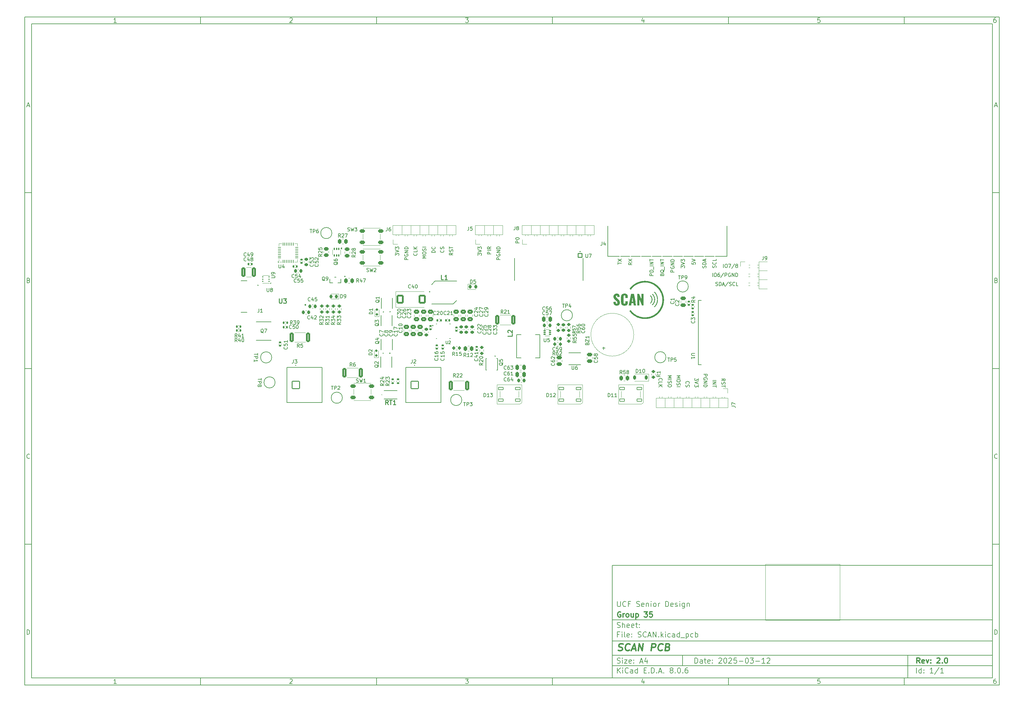
<source format=gbr>
G04 #@! TF.GenerationSoftware,KiCad,Pcbnew,8.0.6*
G04 #@! TF.CreationDate,2025-03-13T06:31:50-04:00*
G04 #@! TF.ProjectId,SCAN,5343414e-2e6b-4696-9361-645f70636258,2.0*
G04 #@! TF.SameCoordinates,Original*
G04 #@! TF.FileFunction,Legend,Top*
G04 #@! TF.FilePolarity,Positive*
%FSLAX46Y46*%
G04 Gerber Fmt 4.6, Leading zero omitted, Abs format (unit mm)*
G04 Created by KiCad (PCBNEW 8.0.6) date 2025-03-13 06:31:50*
%MOMM*%
%LPD*%
G01*
G04 APERTURE LIST*
G04 Aperture macros list*
%AMRoundRect*
0 Rectangle with rounded corners*
0 $1 Rounding radius*
0 $2 $3 $4 $5 $6 $7 $8 $9 X,Y pos of 4 corners*
0 Add a 4 corners polygon primitive as box body*
4,1,4,$2,$3,$4,$5,$6,$7,$8,$9,$2,$3,0*
0 Add four circle primitives for the rounded corners*
1,1,$1+$1,$2,$3*
1,1,$1+$1,$4,$5*
1,1,$1+$1,$6,$7*
1,1,$1+$1,$8,$9*
0 Add four rect primitives between the rounded corners*
20,1,$1+$1,$2,$3,$4,$5,0*
20,1,$1+$1,$4,$5,$6,$7,0*
20,1,$1+$1,$6,$7,$8,$9,0*
20,1,$1+$1,$8,$9,$2,$3,0*%
G04 Aperture macros list end*
%ADD10C,0.100000*%
%ADD11C,0.150000*%
%ADD12C,0.300000*%
%ADD13C,0.400000*%
%ADD14C,0.000000*%
%ADD15C,0.254000*%
%ADD16C,0.152400*%
%ADD17C,0.127000*%
%ADD18C,0.200000*%
%ADD19C,0.120000*%
%ADD20C,0.250000*%
%ADD21C,0.010000*%
%ADD22C,3.048000*%
%ADD23C,1.574800*%
%ADD24R,0.460000X0.590000*%
%ADD25R,0.500000X0.410000*%
%ADD26R,2.450000X1.900000*%
%ADD27RoundRect,0.135000X0.135000X0.185000X-0.135000X0.185000X-0.135000X-0.185000X0.135000X-0.185000X0*%
%ADD28R,2.000000X2.000000*%
%ADD29C,2.000000*%
%ADD30RoundRect,0.250000X-0.475000X0.337500X-0.475000X-0.337500X0.475000X-0.337500X0.475000X0.337500X0*%
%ADD31RoundRect,0.250000X-0.362500X-1.075000X0.362500X-1.075000X0.362500X1.075000X-0.362500X1.075000X0*%
%ADD32RoundRect,0.140000X-0.170000X0.140000X-0.170000X-0.140000X0.170000X-0.140000X0.170000X0.140000X0*%
%ADD33RoundRect,0.200000X-0.275000X0.200000X-0.275000X-0.200000X0.275000X-0.200000X0.275000X0.200000X0*%
%ADD34RoundRect,0.090000X-0.660000X-0.360000X0.660000X-0.360000X0.660000X0.360000X-0.660000X0.360000X0*%
%ADD35RoundRect,0.250000X0.475000X-0.250000X0.475000X0.250000X-0.475000X0.250000X-0.475000X-0.250000X0*%
%ADD36RoundRect,0.135000X-0.185000X0.135000X-0.185000X-0.135000X0.185000X-0.135000X0.185000X0.135000X0*%
%ADD37RoundRect,0.140000X0.140000X0.170000X-0.140000X0.170000X-0.140000X-0.170000X0.140000X-0.170000X0*%
%ADD38C,2.604000*%
%ADD39RoundRect,0.100000X-0.100000X0.225000X-0.100000X-0.225000X0.100000X-0.225000X0.100000X0.225000X0*%
%ADD40R,1.981200X0.558800*%
%ADD41RoundRect,0.135000X-0.135000X-0.185000X0.135000X-0.185000X0.135000X0.185000X-0.135000X0.185000X0*%
%ADD42RoundRect,0.225000X-0.225000X-0.250000X0.225000X-0.250000X0.225000X0.250000X-0.225000X0.250000X0*%
%ADD43RoundRect,0.225000X0.250000X-0.225000X0.250000X0.225000X-0.250000X0.225000X-0.250000X-0.225000X0*%
%ADD44RoundRect,0.200000X0.275000X-0.200000X0.275000X0.200000X-0.275000X0.200000X-0.275000X-0.200000X0*%
%ADD45RoundRect,0.140000X0.170000X-0.140000X0.170000X0.140000X-0.170000X0.140000X-0.170000X-0.140000X0*%
%ADD46RoundRect,0.225000X0.225000X0.250000X-0.225000X0.250000X-0.225000X-0.250000X0.225000X-0.250000X0*%
%ADD47RoundRect,0.200000X0.200000X0.275000X-0.200000X0.275000X-0.200000X-0.275000X0.200000X-0.275000X0*%
%ADD48R,0.750000X0.300000*%
%ADD49R,0.300000X0.750000*%
%ADD50R,2.850000X2.850000*%
%ADD51R,0.889000X1.498600*%
%ADD52R,0.812800X0.812800*%
%ADD53RoundRect,0.250000X-0.250000X-0.475000X0.250000X-0.475000X0.250000X0.475000X-0.250000X0.475000X0*%
%ADD54RoundRect,0.250000X-0.262500X-0.450000X0.262500X-0.450000X0.262500X0.450000X-0.262500X0.450000X0*%
%ADD55R,1.700000X1.700000*%
%ADD56O,1.700000X1.700000*%
%ADD57RoundRect,0.250000X0.250000X0.475000X-0.250000X0.475000X-0.250000X-0.475000X0.250000X-0.475000X0*%
%ADD58RoundRect,0.140000X-0.140000X-0.170000X0.140000X-0.170000X0.140000X0.170000X-0.140000X0.170000X0*%
%ADD59RoundRect,0.085000X-0.265000X-0.085000X0.265000X-0.085000X0.265000X0.085000X-0.265000X0.085000X0*%
%ADD60R,3.500000X3.000000*%
%ADD61RoundRect,0.250000X0.475000X-0.337500X0.475000X0.337500X-0.475000X0.337500X-0.475000X-0.337500X0*%
%ADD62RoundRect,0.225000X-0.250000X0.225000X-0.250000X-0.225000X0.250000X-0.225000X0.250000X0.225000X0*%
%ADD63RoundRect,0.225000X0.225000X0.375000X-0.225000X0.375000X-0.225000X-0.375000X0.225000X-0.375000X0*%
%ADD64RoundRect,0.102000X-1.050000X-1.050000X1.050000X-1.050000X1.050000X1.050000X-1.050000X1.050000X0*%
%ADD65C,2.304000*%
%ADD66RoundRect,0.250000X0.362500X1.075000X-0.362500X1.075000X-0.362500X-1.075000X0.362500X-1.075000X0*%
%ADD67RoundRect,0.250000X-0.787500X-1.025000X0.787500X-1.025000X0.787500X1.025000X-0.787500X1.025000X0*%
%ADD68R,0.812800X0.889000*%
%ADD69RoundRect,0.250000X0.262500X0.450000X-0.262500X0.450000X-0.262500X-0.450000X0.262500X-0.450000X0*%
%ADD70RoundRect,0.250000X-0.525000X-0.250000X0.525000X-0.250000X0.525000X0.250000X-0.525000X0.250000X0*%
%ADD71R,1.850000X3.400000*%
%ADD72C,0.600000*%
%ADD73O,2.204000X1.104000*%
%ADD74O,1.904000X1.104000*%
%ADD75RoundRect,0.250000X-0.450000X0.262500X-0.450000X-0.262500X0.450000X-0.262500X0.450000X0.262500X0*%
%ADD76C,5.700000*%
%ADD77RoundRect,0.250000X0.525000X0.250000X-0.525000X0.250000X-0.525000X-0.250000X0.525000X-0.250000X0*%
%ADD78RoundRect,0.150000X-0.200000X0.150000X-0.200000X-0.150000X0.200000X-0.150000X0.200000X0.150000X0*%
%ADD79RoundRect,0.218750X-0.218750X-0.256250X0.218750X-0.256250X0.218750X0.256250X-0.218750X0.256250X0*%
%ADD80RoundRect,0.062500X0.062500X-0.337500X0.062500X0.337500X-0.062500X0.337500X-0.062500X-0.337500X0*%
%ADD81RoundRect,0.062500X0.337500X-0.062500X0.337500X0.062500X-0.337500X0.062500X-0.337500X-0.062500X0*%
%ADD82R,3.350000X3.350000*%
%ADD83R,1.416000X1.416000*%
%ADD84C,1.416000*%
%ADD85RoundRect,0.250000X0.325000X1.100000X-0.325000X1.100000X-0.325000X-1.100000X0.325000X-1.100000X0*%
%ADD86R,1.333500X0.431800*%
%ADD87R,1.854200X2.159000*%
%ADD88RoundRect,0.250000X0.450000X-0.262500X0.450000X0.262500X-0.450000X0.262500X-0.450000X-0.262500X0*%
%ADD89R,0.299999X0.299999*%
%ADD90RoundRect,0.218750X0.218750X0.256250X-0.218750X0.256250X-0.218750X-0.256250X0.218750X-0.256250X0*%
%ADD91RoundRect,0.102000X-0.565000X0.565000X-0.565000X-0.565000X0.565000X-0.565000X0.565000X0.565000X0*%
%ADD92C,1.334000*%
%ADD93RoundRect,0.093750X0.093750X0.106250X-0.093750X0.106250X-0.093750X-0.106250X0.093750X-0.106250X0*%
%ADD94R,1.000000X1.600000*%
G04 APERTURE END LIST*
D10*
X220538867Y-165653700D02*
X220538867Y-181528700D01*
X241705533Y-181528700D01*
X241705533Y-165653700D01*
X220538867Y-165653700D01*
D11*
X177002200Y-166007200D02*
X285002200Y-166007200D01*
X285002200Y-198007200D01*
X177002200Y-198007200D01*
X177002200Y-166007200D01*
D10*
D11*
X10000000Y-10000000D02*
X287002200Y-10000000D01*
X287002200Y-200007200D01*
X10000000Y-200007200D01*
X10000000Y-10000000D01*
D10*
D11*
X12000000Y-12000000D02*
X285002200Y-12000000D01*
X285002200Y-198007200D01*
X12000000Y-198007200D01*
X12000000Y-12000000D01*
D10*
D11*
X60000000Y-12000000D02*
X60000000Y-10000000D01*
D10*
D11*
X110000000Y-12000000D02*
X110000000Y-10000000D01*
D10*
D11*
X160000000Y-12000000D02*
X160000000Y-10000000D01*
D10*
D11*
X210000000Y-12000000D02*
X210000000Y-10000000D01*
D10*
D11*
X260000000Y-12000000D02*
X260000000Y-10000000D01*
D10*
D11*
X36089160Y-11593604D02*
X35346303Y-11593604D01*
X35717731Y-11593604D02*
X35717731Y-10293604D01*
X35717731Y-10293604D02*
X35593922Y-10479319D01*
X35593922Y-10479319D02*
X35470112Y-10603128D01*
X35470112Y-10603128D02*
X35346303Y-10665033D01*
D10*
D11*
X85346303Y-10417414D02*
X85408207Y-10355509D01*
X85408207Y-10355509D02*
X85532017Y-10293604D01*
X85532017Y-10293604D02*
X85841541Y-10293604D01*
X85841541Y-10293604D02*
X85965350Y-10355509D01*
X85965350Y-10355509D02*
X86027255Y-10417414D01*
X86027255Y-10417414D02*
X86089160Y-10541223D01*
X86089160Y-10541223D02*
X86089160Y-10665033D01*
X86089160Y-10665033D02*
X86027255Y-10850747D01*
X86027255Y-10850747D02*
X85284398Y-11593604D01*
X85284398Y-11593604D02*
X86089160Y-11593604D01*
D10*
D11*
X135284398Y-10293604D02*
X136089160Y-10293604D01*
X136089160Y-10293604D02*
X135655826Y-10788842D01*
X135655826Y-10788842D02*
X135841541Y-10788842D01*
X135841541Y-10788842D02*
X135965350Y-10850747D01*
X135965350Y-10850747D02*
X136027255Y-10912652D01*
X136027255Y-10912652D02*
X136089160Y-11036461D01*
X136089160Y-11036461D02*
X136089160Y-11345985D01*
X136089160Y-11345985D02*
X136027255Y-11469795D01*
X136027255Y-11469795D02*
X135965350Y-11531700D01*
X135965350Y-11531700D02*
X135841541Y-11593604D01*
X135841541Y-11593604D02*
X135470112Y-11593604D01*
X135470112Y-11593604D02*
X135346303Y-11531700D01*
X135346303Y-11531700D02*
X135284398Y-11469795D01*
D10*
D11*
X185965350Y-10726938D02*
X185965350Y-11593604D01*
X185655826Y-10231700D02*
X185346303Y-11160271D01*
X185346303Y-11160271D02*
X186151064Y-11160271D01*
D10*
D11*
X236027255Y-10293604D02*
X235408207Y-10293604D01*
X235408207Y-10293604D02*
X235346303Y-10912652D01*
X235346303Y-10912652D02*
X235408207Y-10850747D01*
X235408207Y-10850747D02*
X235532017Y-10788842D01*
X235532017Y-10788842D02*
X235841541Y-10788842D01*
X235841541Y-10788842D02*
X235965350Y-10850747D01*
X235965350Y-10850747D02*
X236027255Y-10912652D01*
X236027255Y-10912652D02*
X236089160Y-11036461D01*
X236089160Y-11036461D02*
X236089160Y-11345985D01*
X236089160Y-11345985D02*
X236027255Y-11469795D01*
X236027255Y-11469795D02*
X235965350Y-11531700D01*
X235965350Y-11531700D02*
X235841541Y-11593604D01*
X235841541Y-11593604D02*
X235532017Y-11593604D01*
X235532017Y-11593604D02*
X235408207Y-11531700D01*
X235408207Y-11531700D02*
X235346303Y-11469795D01*
D10*
D11*
X285965350Y-10293604D02*
X285717731Y-10293604D01*
X285717731Y-10293604D02*
X285593922Y-10355509D01*
X285593922Y-10355509D02*
X285532017Y-10417414D01*
X285532017Y-10417414D02*
X285408207Y-10603128D01*
X285408207Y-10603128D02*
X285346303Y-10850747D01*
X285346303Y-10850747D02*
X285346303Y-11345985D01*
X285346303Y-11345985D02*
X285408207Y-11469795D01*
X285408207Y-11469795D02*
X285470112Y-11531700D01*
X285470112Y-11531700D02*
X285593922Y-11593604D01*
X285593922Y-11593604D02*
X285841541Y-11593604D01*
X285841541Y-11593604D02*
X285965350Y-11531700D01*
X285965350Y-11531700D02*
X286027255Y-11469795D01*
X286027255Y-11469795D02*
X286089160Y-11345985D01*
X286089160Y-11345985D02*
X286089160Y-11036461D01*
X286089160Y-11036461D02*
X286027255Y-10912652D01*
X286027255Y-10912652D02*
X285965350Y-10850747D01*
X285965350Y-10850747D02*
X285841541Y-10788842D01*
X285841541Y-10788842D02*
X285593922Y-10788842D01*
X285593922Y-10788842D02*
X285470112Y-10850747D01*
X285470112Y-10850747D02*
X285408207Y-10912652D01*
X285408207Y-10912652D02*
X285346303Y-11036461D01*
D10*
D11*
X60000000Y-198007200D02*
X60000000Y-200007200D01*
D10*
D11*
X110000000Y-198007200D02*
X110000000Y-200007200D01*
D10*
D11*
X160000000Y-198007200D02*
X160000000Y-200007200D01*
D10*
D11*
X210000000Y-198007200D02*
X210000000Y-200007200D01*
D10*
D11*
X260000000Y-198007200D02*
X260000000Y-200007200D01*
D10*
D11*
X36089160Y-199600804D02*
X35346303Y-199600804D01*
X35717731Y-199600804D02*
X35717731Y-198300804D01*
X35717731Y-198300804D02*
X35593922Y-198486519D01*
X35593922Y-198486519D02*
X35470112Y-198610328D01*
X35470112Y-198610328D02*
X35346303Y-198672233D01*
D10*
D11*
X85346303Y-198424614D02*
X85408207Y-198362709D01*
X85408207Y-198362709D02*
X85532017Y-198300804D01*
X85532017Y-198300804D02*
X85841541Y-198300804D01*
X85841541Y-198300804D02*
X85965350Y-198362709D01*
X85965350Y-198362709D02*
X86027255Y-198424614D01*
X86027255Y-198424614D02*
X86089160Y-198548423D01*
X86089160Y-198548423D02*
X86089160Y-198672233D01*
X86089160Y-198672233D02*
X86027255Y-198857947D01*
X86027255Y-198857947D02*
X85284398Y-199600804D01*
X85284398Y-199600804D02*
X86089160Y-199600804D01*
D10*
D11*
X135284398Y-198300804D02*
X136089160Y-198300804D01*
X136089160Y-198300804D02*
X135655826Y-198796042D01*
X135655826Y-198796042D02*
X135841541Y-198796042D01*
X135841541Y-198796042D02*
X135965350Y-198857947D01*
X135965350Y-198857947D02*
X136027255Y-198919852D01*
X136027255Y-198919852D02*
X136089160Y-199043661D01*
X136089160Y-199043661D02*
X136089160Y-199353185D01*
X136089160Y-199353185D02*
X136027255Y-199476995D01*
X136027255Y-199476995D02*
X135965350Y-199538900D01*
X135965350Y-199538900D02*
X135841541Y-199600804D01*
X135841541Y-199600804D02*
X135470112Y-199600804D01*
X135470112Y-199600804D02*
X135346303Y-199538900D01*
X135346303Y-199538900D02*
X135284398Y-199476995D01*
D10*
D11*
X185965350Y-198734138D02*
X185965350Y-199600804D01*
X185655826Y-198238900D02*
X185346303Y-199167471D01*
X185346303Y-199167471D02*
X186151064Y-199167471D01*
D10*
D11*
X236027255Y-198300804D02*
X235408207Y-198300804D01*
X235408207Y-198300804D02*
X235346303Y-198919852D01*
X235346303Y-198919852D02*
X235408207Y-198857947D01*
X235408207Y-198857947D02*
X235532017Y-198796042D01*
X235532017Y-198796042D02*
X235841541Y-198796042D01*
X235841541Y-198796042D02*
X235965350Y-198857947D01*
X235965350Y-198857947D02*
X236027255Y-198919852D01*
X236027255Y-198919852D02*
X236089160Y-199043661D01*
X236089160Y-199043661D02*
X236089160Y-199353185D01*
X236089160Y-199353185D02*
X236027255Y-199476995D01*
X236027255Y-199476995D02*
X235965350Y-199538900D01*
X235965350Y-199538900D02*
X235841541Y-199600804D01*
X235841541Y-199600804D02*
X235532017Y-199600804D01*
X235532017Y-199600804D02*
X235408207Y-199538900D01*
X235408207Y-199538900D02*
X235346303Y-199476995D01*
D10*
D11*
X285965350Y-198300804D02*
X285717731Y-198300804D01*
X285717731Y-198300804D02*
X285593922Y-198362709D01*
X285593922Y-198362709D02*
X285532017Y-198424614D01*
X285532017Y-198424614D02*
X285408207Y-198610328D01*
X285408207Y-198610328D02*
X285346303Y-198857947D01*
X285346303Y-198857947D02*
X285346303Y-199353185D01*
X285346303Y-199353185D02*
X285408207Y-199476995D01*
X285408207Y-199476995D02*
X285470112Y-199538900D01*
X285470112Y-199538900D02*
X285593922Y-199600804D01*
X285593922Y-199600804D02*
X285841541Y-199600804D01*
X285841541Y-199600804D02*
X285965350Y-199538900D01*
X285965350Y-199538900D02*
X286027255Y-199476995D01*
X286027255Y-199476995D02*
X286089160Y-199353185D01*
X286089160Y-199353185D02*
X286089160Y-199043661D01*
X286089160Y-199043661D02*
X286027255Y-198919852D01*
X286027255Y-198919852D02*
X285965350Y-198857947D01*
X285965350Y-198857947D02*
X285841541Y-198796042D01*
X285841541Y-198796042D02*
X285593922Y-198796042D01*
X285593922Y-198796042D02*
X285470112Y-198857947D01*
X285470112Y-198857947D02*
X285408207Y-198919852D01*
X285408207Y-198919852D02*
X285346303Y-199043661D01*
D10*
D11*
X10000000Y-60000000D02*
X12000000Y-60000000D01*
D10*
D11*
X10000000Y-110000000D02*
X12000000Y-110000000D01*
D10*
D11*
X10000000Y-160000000D02*
X12000000Y-160000000D01*
D10*
D11*
X10690476Y-35222176D02*
X11309523Y-35222176D01*
X10566666Y-35593604D02*
X10999999Y-34293604D01*
X10999999Y-34293604D02*
X11433333Y-35593604D01*
D10*
D11*
X11092857Y-84912652D02*
X11278571Y-84974557D01*
X11278571Y-84974557D02*
X11340476Y-85036461D01*
X11340476Y-85036461D02*
X11402380Y-85160271D01*
X11402380Y-85160271D02*
X11402380Y-85345985D01*
X11402380Y-85345985D02*
X11340476Y-85469795D01*
X11340476Y-85469795D02*
X11278571Y-85531700D01*
X11278571Y-85531700D02*
X11154761Y-85593604D01*
X11154761Y-85593604D02*
X10659523Y-85593604D01*
X10659523Y-85593604D02*
X10659523Y-84293604D01*
X10659523Y-84293604D02*
X11092857Y-84293604D01*
X11092857Y-84293604D02*
X11216666Y-84355509D01*
X11216666Y-84355509D02*
X11278571Y-84417414D01*
X11278571Y-84417414D02*
X11340476Y-84541223D01*
X11340476Y-84541223D02*
X11340476Y-84665033D01*
X11340476Y-84665033D02*
X11278571Y-84788842D01*
X11278571Y-84788842D02*
X11216666Y-84850747D01*
X11216666Y-84850747D02*
X11092857Y-84912652D01*
X11092857Y-84912652D02*
X10659523Y-84912652D01*
D10*
D11*
X11402380Y-135469795D02*
X11340476Y-135531700D01*
X11340476Y-135531700D02*
X11154761Y-135593604D01*
X11154761Y-135593604D02*
X11030952Y-135593604D01*
X11030952Y-135593604D02*
X10845238Y-135531700D01*
X10845238Y-135531700D02*
X10721428Y-135407890D01*
X10721428Y-135407890D02*
X10659523Y-135284080D01*
X10659523Y-135284080D02*
X10597619Y-135036461D01*
X10597619Y-135036461D02*
X10597619Y-134850747D01*
X10597619Y-134850747D02*
X10659523Y-134603128D01*
X10659523Y-134603128D02*
X10721428Y-134479319D01*
X10721428Y-134479319D02*
X10845238Y-134355509D01*
X10845238Y-134355509D02*
X11030952Y-134293604D01*
X11030952Y-134293604D02*
X11154761Y-134293604D01*
X11154761Y-134293604D02*
X11340476Y-134355509D01*
X11340476Y-134355509D02*
X11402380Y-134417414D01*
D10*
D11*
X10659523Y-185593604D02*
X10659523Y-184293604D01*
X10659523Y-184293604D02*
X10969047Y-184293604D01*
X10969047Y-184293604D02*
X11154761Y-184355509D01*
X11154761Y-184355509D02*
X11278571Y-184479319D01*
X11278571Y-184479319D02*
X11340476Y-184603128D01*
X11340476Y-184603128D02*
X11402380Y-184850747D01*
X11402380Y-184850747D02*
X11402380Y-185036461D01*
X11402380Y-185036461D02*
X11340476Y-185284080D01*
X11340476Y-185284080D02*
X11278571Y-185407890D01*
X11278571Y-185407890D02*
X11154761Y-185531700D01*
X11154761Y-185531700D02*
X10969047Y-185593604D01*
X10969047Y-185593604D02*
X10659523Y-185593604D01*
D10*
D11*
X287002200Y-60000000D02*
X285002200Y-60000000D01*
D10*
D11*
X287002200Y-110000000D02*
X285002200Y-110000000D01*
D10*
D11*
X287002200Y-160000000D02*
X285002200Y-160000000D01*
D10*
D11*
X285692676Y-35222176D02*
X286311723Y-35222176D01*
X285568866Y-35593604D02*
X286002199Y-34293604D01*
X286002199Y-34293604D02*
X286435533Y-35593604D01*
D10*
D11*
X286095057Y-84912652D02*
X286280771Y-84974557D01*
X286280771Y-84974557D02*
X286342676Y-85036461D01*
X286342676Y-85036461D02*
X286404580Y-85160271D01*
X286404580Y-85160271D02*
X286404580Y-85345985D01*
X286404580Y-85345985D02*
X286342676Y-85469795D01*
X286342676Y-85469795D02*
X286280771Y-85531700D01*
X286280771Y-85531700D02*
X286156961Y-85593604D01*
X286156961Y-85593604D02*
X285661723Y-85593604D01*
X285661723Y-85593604D02*
X285661723Y-84293604D01*
X285661723Y-84293604D02*
X286095057Y-84293604D01*
X286095057Y-84293604D02*
X286218866Y-84355509D01*
X286218866Y-84355509D02*
X286280771Y-84417414D01*
X286280771Y-84417414D02*
X286342676Y-84541223D01*
X286342676Y-84541223D02*
X286342676Y-84665033D01*
X286342676Y-84665033D02*
X286280771Y-84788842D01*
X286280771Y-84788842D02*
X286218866Y-84850747D01*
X286218866Y-84850747D02*
X286095057Y-84912652D01*
X286095057Y-84912652D02*
X285661723Y-84912652D01*
D10*
D11*
X286404580Y-135469795D02*
X286342676Y-135531700D01*
X286342676Y-135531700D02*
X286156961Y-135593604D01*
X286156961Y-135593604D02*
X286033152Y-135593604D01*
X286033152Y-135593604D02*
X285847438Y-135531700D01*
X285847438Y-135531700D02*
X285723628Y-135407890D01*
X285723628Y-135407890D02*
X285661723Y-135284080D01*
X285661723Y-135284080D02*
X285599819Y-135036461D01*
X285599819Y-135036461D02*
X285599819Y-134850747D01*
X285599819Y-134850747D02*
X285661723Y-134603128D01*
X285661723Y-134603128D02*
X285723628Y-134479319D01*
X285723628Y-134479319D02*
X285847438Y-134355509D01*
X285847438Y-134355509D02*
X286033152Y-134293604D01*
X286033152Y-134293604D02*
X286156961Y-134293604D01*
X286156961Y-134293604D02*
X286342676Y-134355509D01*
X286342676Y-134355509D02*
X286404580Y-134417414D01*
D10*
D11*
X285661723Y-185593604D02*
X285661723Y-184293604D01*
X285661723Y-184293604D02*
X285971247Y-184293604D01*
X285971247Y-184293604D02*
X286156961Y-184355509D01*
X286156961Y-184355509D02*
X286280771Y-184479319D01*
X286280771Y-184479319D02*
X286342676Y-184603128D01*
X286342676Y-184603128D02*
X286404580Y-184850747D01*
X286404580Y-184850747D02*
X286404580Y-185036461D01*
X286404580Y-185036461D02*
X286342676Y-185284080D01*
X286342676Y-185284080D02*
X286280771Y-185407890D01*
X286280771Y-185407890D02*
X286156961Y-185531700D01*
X286156961Y-185531700D02*
X285971247Y-185593604D01*
X285971247Y-185593604D02*
X285661723Y-185593604D01*
D10*
D11*
X200458026Y-193793328D02*
X200458026Y-192293328D01*
X200458026Y-192293328D02*
X200815169Y-192293328D01*
X200815169Y-192293328D02*
X201029455Y-192364757D01*
X201029455Y-192364757D02*
X201172312Y-192507614D01*
X201172312Y-192507614D02*
X201243741Y-192650471D01*
X201243741Y-192650471D02*
X201315169Y-192936185D01*
X201315169Y-192936185D02*
X201315169Y-193150471D01*
X201315169Y-193150471D02*
X201243741Y-193436185D01*
X201243741Y-193436185D02*
X201172312Y-193579042D01*
X201172312Y-193579042D02*
X201029455Y-193721900D01*
X201029455Y-193721900D02*
X200815169Y-193793328D01*
X200815169Y-193793328D02*
X200458026Y-193793328D01*
X202600884Y-193793328D02*
X202600884Y-193007614D01*
X202600884Y-193007614D02*
X202529455Y-192864757D01*
X202529455Y-192864757D02*
X202386598Y-192793328D01*
X202386598Y-192793328D02*
X202100884Y-192793328D01*
X202100884Y-192793328D02*
X201958026Y-192864757D01*
X202600884Y-193721900D02*
X202458026Y-193793328D01*
X202458026Y-193793328D02*
X202100884Y-193793328D01*
X202100884Y-193793328D02*
X201958026Y-193721900D01*
X201958026Y-193721900D02*
X201886598Y-193579042D01*
X201886598Y-193579042D02*
X201886598Y-193436185D01*
X201886598Y-193436185D02*
X201958026Y-193293328D01*
X201958026Y-193293328D02*
X202100884Y-193221900D01*
X202100884Y-193221900D02*
X202458026Y-193221900D01*
X202458026Y-193221900D02*
X202600884Y-193150471D01*
X203100884Y-192793328D02*
X203672312Y-192793328D01*
X203315169Y-192293328D02*
X203315169Y-193579042D01*
X203315169Y-193579042D02*
X203386598Y-193721900D01*
X203386598Y-193721900D02*
X203529455Y-193793328D01*
X203529455Y-193793328D02*
X203672312Y-193793328D01*
X204743741Y-193721900D02*
X204600884Y-193793328D01*
X204600884Y-193793328D02*
X204315170Y-193793328D01*
X204315170Y-193793328D02*
X204172312Y-193721900D01*
X204172312Y-193721900D02*
X204100884Y-193579042D01*
X204100884Y-193579042D02*
X204100884Y-193007614D01*
X204100884Y-193007614D02*
X204172312Y-192864757D01*
X204172312Y-192864757D02*
X204315170Y-192793328D01*
X204315170Y-192793328D02*
X204600884Y-192793328D01*
X204600884Y-192793328D02*
X204743741Y-192864757D01*
X204743741Y-192864757D02*
X204815170Y-193007614D01*
X204815170Y-193007614D02*
X204815170Y-193150471D01*
X204815170Y-193150471D02*
X204100884Y-193293328D01*
X205458026Y-193650471D02*
X205529455Y-193721900D01*
X205529455Y-193721900D02*
X205458026Y-193793328D01*
X205458026Y-193793328D02*
X205386598Y-193721900D01*
X205386598Y-193721900D02*
X205458026Y-193650471D01*
X205458026Y-193650471D02*
X205458026Y-193793328D01*
X205458026Y-192864757D02*
X205529455Y-192936185D01*
X205529455Y-192936185D02*
X205458026Y-193007614D01*
X205458026Y-193007614D02*
X205386598Y-192936185D01*
X205386598Y-192936185D02*
X205458026Y-192864757D01*
X205458026Y-192864757D02*
X205458026Y-193007614D01*
X207243741Y-192436185D02*
X207315169Y-192364757D01*
X207315169Y-192364757D02*
X207458027Y-192293328D01*
X207458027Y-192293328D02*
X207815169Y-192293328D01*
X207815169Y-192293328D02*
X207958027Y-192364757D01*
X207958027Y-192364757D02*
X208029455Y-192436185D01*
X208029455Y-192436185D02*
X208100884Y-192579042D01*
X208100884Y-192579042D02*
X208100884Y-192721900D01*
X208100884Y-192721900D02*
X208029455Y-192936185D01*
X208029455Y-192936185D02*
X207172312Y-193793328D01*
X207172312Y-193793328D02*
X208100884Y-193793328D01*
X209029455Y-192293328D02*
X209172312Y-192293328D01*
X209172312Y-192293328D02*
X209315169Y-192364757D01*
X209315169Y-192364757D02*
X209386598Y-192436185D01*
X209386598Y-192436185D02*
X209458026Y-192579042D01*
X209458026Y-192579042D02*
X209529455Y-192864757D01*
X209529455Y-192864757D02*
X209529455Y-193221900D01*
X209529455Y-193221900D02*
X209458026Y-193507614D01*
X209458026Y-193507614D02*
X209386598Y-193650471D01*
X209386598Y-193650471D02*
X209315169Y-193721900D01*
X209315169Y-193721900D02*
X209172312Y-193793328D01*
X209172312Y-193793328D02*
X209029455Y-193793328D01*
X209029455Y-193793328D02*
X208886598Y-193721900D01*
X208886598Y-193721900D02*
X208815169Y-193650471D01*
X208815169Y-193650471D02*
X208743740Y-193507614D01*
X208743740Y-193507614D02*
X208672312Y-193221900D01*
X208672312Y-193221900D02*
X208672312Y-192864757D01*
X208672312Y-192864757D02*
X208743740Y-192579042D01*
X208743740Y-192579042D02*
X208815169Y-192436185D01*
X208815169Y-192436185D02*
X208886598Y-192364757D01*
X208886598Y-192364757D02*
X209029455Y-192293328D01*
X210100883Y-192436185D02*
X210172311Y-192364757D01*
X210172311Y-192364757D02*
X210315169Y-192293328D01*
X210315169Y-192293328D02*
X210672311Y-192293328D01*
X210672311Y-192293328D02*
X210815169Y-192364757D01*
X210815169Y-192364757D02*
X210886597Y-192436185D01*
X210886597Y-192436185D02*
X210958026Y-192579042D01*
X210958026Y-192579042D02*
X210958026Y-192721900D01*
X210958026Y-192721900D02*
X210886597Y-192936185D01*
X210886597Y-192936185D02*
X210029454Y-193793328D01*
X210029454Y-193793328D02*
X210958026Y-193793328D01*
X212315168Y-192293328D02*
X211600882Y-192293328D01*
X211600882Y-192293328D02*
X211529454Y-193007614D01*
X211529454Y-193007614D02*
X211600882Y-192936185D01*
X211600882Y-192936185D02*
X211743740Y-192864757D01*
X211743740Y-192864757D02*
X212100882Y-192864757D01*
X212100882Y-192864757D02*
X212243740Y-192936185D01*
X212243740Y-192936185D02*
X212315168Y-193007614D01*
X212315168Y-193007614D02*
X212386597Y-193150471D01*
X212386597Y-193150471D02*
X212386597Y-193507614D01*
X212386597Y-193507614D02*
X212315168Y-193650471D01*
X212315168Y-193650471D02*
X212243740Y-193721900D01*
X212243740Y-193721900D02*
X212100882Y-193793328D01*
X212100882Y-193793328D02*
X211743740Y-193793328D01*
X211743740Y-193793328D02*
X211600882Y-193721900D01*
X211600882Y-193721900D02*
X211529454Y-193650471D01*
X213029453Y-193221900D02*
X214172311Y-193221900D01*
X215172311Y-192293328D02*
X215315168Y-192293328D01*
X215315168Y-192293328D02*
X215458025Y-192364757D01*
X215458025Y-192364757D02*
X215529454Y-192436185D01*
X215529454Y-192436185D02*
X215600882Y-192579042D01*
X215600882Y-192579042D02*
X215672311Y-192864757D01*
X215672311Y-192864757D02*
X215672311Y-193221900D01*
X215672311Y-193221900D02*
X215600882Y-193507614D01*
X215600882Y-193507614D02*
X215529454Y-193650471D01*
X215529454Y-193650471D02*
X215458025Y-193721900D01*
X215458025Y-193721900D02*
X215315168Y-193793328D01*
X215315168Y-193793328D02*
X215172311Y-193793328D01*
X215172311Y-193793328D02*
X215029454Y-193721900D01*
X215029454Y-193721900D02*
X214958025Y-193650471D01*
X214958025Y-193650471D02*
X214886596Y-193507614D01*
X214886596Y-193507614D02*
X214815168Y-193221900D01*
X214815168Y-193221900D02*
X214815168Y-192864757D01*
X214815168Y-192864757D02*
X214886596Y-192579042D01*
X214886596Y-192579042D02*
X214958025Y-192436185D01*
X214958025Y-192436185D02*
X215029454Y-192364757D01*
X215029454Y-192364757D02*
X215172311Y-192293328D01*
X216172310Y-192293328D02*
X217100882Y-192293328D01*
X217100882Y-192293328D02*
X216600882Y-192864757D01*
X216600882Y-192864757D02*
X216815167Y-192864757D01*
X216815167Y-192864757D02*
X216958025Y-192936185D01*
X216958025Y-192936185D02*
X217029453Y-193007614D01*
X217029453Y-193007614D02*
X217100882Y-193150471D01*
X217100882Y-193150471D02*
X217100882Y-193507614D01*
X217100882Y-193507614D02*
X217029453Y-193650471D01*
X217029453Y-193650471D02*
X216958025Y-193721900D01*
X216958025Y-193721900D02*
X216815167Y-193793328D01*
X216815167Y-193793328D02*
X216386596Y-193793328D01*
X216386596Y-193793328D02*
X216243739Y-193721900D01*
X216243739Y-193721900D02*
X216172310Y-193650471D01*
X217743738Y-193221900D02*
X218886596Y-193221900D01*
X220386596Y-193793328D02*
X219529453Y-193793328D01*
X219958024Y-193793328D02*
X219958024Y-192293328D01*
X219958024Y-192293328D02*
X219815167Y-192507614D01*
X219815167Y-192507614D02*
X219672310Y-192650471D01*
X219672310Y-192650471D02*
X219529453Y-192721900D01*
X220958024Y-192436185D02*
X221029452Y-192364757D01*
X221029452Y-192364757D02*
X221172310Y-192293328D01*
X221172310Y-192293328D02*
X221529452Y-192293328D01*
X221529452Y-192293328D02*
X221672310Y-192364757D01*
X221672310Y-192364757D02*
X221743738Y-192436185D01*
X221743738Y-192436185D02*
X221815167Y-192579042D01*
X221815167Y-192579042D02*
X221815167Y-192721900D01*
X221815167Y-192721900D02*
X221743738Y-192936185D01*
X221743738Y-192936185D02*
X220886595Y-193793328D01*
X220886595Y-193793328D02*
X221815167Y-193793328D01*
D10*
D11*
X177002200Y-194507200D02*
X285002200Y-194507200D01*
D10*
D11*
X178458026Y-196593328D02*
X178458026Y-195093328D01*
X179315169Y-196593328D02*
X178672312Y-195736185D01*
X179315169Y-195093328D02*
X178458026Y-195950471D01*
X179958026Y-196593328D02*
X179958026Y-195593328D01*
X179958026Y-195093328D02*
X179886598Y-195164757D01*
X179886598Y-195164757D02*
X179958026Y-195236185D01*
X179958026Y-195236185D02*
X180029455Y-195164757D01*
X180029455Y-195164757D02*
X179958026Y-195093328D01*
X179958026Y-195093328D02*
X179958026Y-195236185D01*
X181529455Y-196450471D02*
X181458027Y-196521900D01*
X181458027Y-196521900D02*
X181243741Y-196593328D01*
X181243741Y-196593328D02*
X181100884Y-196593328D01*
X181100884Y-196593328D02*
X180886598Y-196521900D01*
X180886598Y-196521900D02*
X180743741Y-196379042D01*
X180743741Y-196379042D02*
X180672312Y-196236185D01*
X180672312Y-196236185D02*
X180600884Y-195950471D01*
X180600884Y-195950471D02*
X180600884Y-195736185D01*
X180600884Y-195736185D02*
X180672312Y-195450471D01*
X180672312Y-195450471D02*
X180743741Y-195307614D01*
X180743741Y-195307614D02*
X180886598Y-195164757D01*
X180886598Y-195164757D02*
X181100884Y-195093328D01*
X181100884Y-195093328D02*
X181243741Y-195093328D01*
X181243741Y-195093328D02*
X181458027Y-195164757D01*
X181458027Y-195164757D02*
X181529455Y-195236185D01*
X182815170Y-196593328D02*
X182815170Y-195807614D01*
X182815170Y-195807614D02*
X182743741Y-195664757D01*
X182743741Y-195664757D02*
X182600884Y-195593328D01*
X182600884Y-195593328D02*
X182315170Y-195593328D01*
X182315170Y-195593328D02*
X182172312Y-195664757D01*
X182815170Y-196521900D02*
X182672312Y-196593328D01*
X182672312Y-196593328D02*
X182315170Y-196593328D01*
X182315170Y-196593328D02*
X182172312Y-196521900D01*
X182172312Y-196521900D02*
X182100884Y-196379042D01*
X182100884Y-196379042D02*
X182100884Y-196236185D01*
X182100884Y-196236185D02*
X182172312Y-196093328D01*
X182172312Y-196093328D02*
X182315170Y-196021900D01*
X182315170Y-196021900D02*
X182672312Y-196021900D01*
X182672312Y-196021900D02*
X182815170Y-195950471D01*
X184172313Y-196593328D02*
X184172313Y-195093328D01*
X184172313Y-196521900D02*
X184029455Y-196593328D01*
X184029455Y-196593328D02*
X183743741Y-196593328D01*
X183743741Y-196593328D02*
X183600884Y-196521900D01*
X183600884Y-196521900D02*
X183529455Y-196450471D01*
X183529455Y-196450471D02*
X183458027Y-196307614D01*
X183458027Y-196307614D02*
X183458027Y-195879042D01*
X183458027Y-195879042D02*
X183529455Y-195736185D01*
X183529455Y-195736185D02*
X183600884Y-195664757D01*
X183600884Y-195664757D02*
X183743741Y-195593328D01*
X183743741Y-195593328D02*
X184029455Y-195593328D01*
X184029455Y-195593328D02*
X184172313Y-195664757D01*
X186029455Y-195807614D02*
X186529455Y-195807614D01*
X186743741Y-196593328D02*
X186029455Y-196593328D01*
X186029455Y-196593328D02*
X186029455Y-195093328D01*
X186029455Y-195093328D02*
X186743741Y-195093328D01*
X187386598Y-196450471D02*
X187458027Y-196521900D01*
X187458027Y-196521900D02*
X187386598Y-196593328D01*
X187386598Y-196593328D02*
X187315170Y-196521900D01*
X187315170Y-196521900D02*
X187386598Y-196450471D01*
X187386598Y-196450471D02*
X187386598Y-196593328D01*
X188100884Y-196593328D02*
X188100884Y-195093328D01*
X188100884Y-195093328D02*
X188458027Y-195093328D01*
X188458027Y-195093328D02*
X188672313Y-195164757D01*
X188672313Y-195164757D02*
X188815170Y-195307614D01*
X188815170Y-195307614D02*
X188886599Y-195450471D01*
X188886599Y-195450471D02*
X188958027Y-195736185D01*
X188958027Y-195736185D02*
X188958027Y-195950471D01*
X188958027Y-195950471D02*
X188886599Y-196236185D01*
X188886599Y-196236185D02*
X188815170Y-196379042D01*
X188815170Y-196379042D02*
X188672313Y-196521900D01*
X188672313Y-196521900D02*
X188458027Y-196593328D01*
X188458027Y-196593328D02*
X188100884Y-196593328D01*
X189600884Y-196450471D02*
X189672313Y-196521900D01*
X189672313Y-196521900D02*
X189600884Y-196593328D01*
X189600884Y-196593328D02*
X189529456Y-196521900D01*
X189529456Y-196521900D02*
X189600884Y-196450471D01*
X189600884Y-196450471D02*
X189600884Y-196593328D01*
X190243742Y-196164757D02*
X190958028Y-196164757D01*
X190100885Y-196593328D02*
X190600885Y-195093328D01*
X190600885Y-195093328D02*
X191100885Y-196593328D01*
X191600884Y-196450471D02*
X191672313Y-196521900D01*
X191672313Y-196521900D02*
X191600884Y-196593328D01*
X191600884Y-196593328D02*
X191529456Y-196521900D01*
X191529456Y-196521900D02*
X191600884Y-196450471D01*
X191600884Y-196450471D02*
X191600884Y-196593328D01*
X193672313Y-195736185D02*
X193529456Y-195664757D01*
X193529456Y-195664757D02*
X193458027Y-195593328D01*
X193458027Y-195593328D02*
X193386599Y-195450471D01*
X193386599Y-195450471D02*
X193386599Y-195379042D01*
X193386599Y-195379042D02*
X193458027Y-195236185D01*
X193458027Y-195236185D02*
X193529456Y-195164757D01*
X193529456Y-195164757D02*
X193672313Y-195093328D01*
X193672313Y-195093328D02*
X193958027Y-195093328D01*
X193958027Y-195093328D02*
X194100885Y-195164757D01*
X194100885Y-195164757D02*
X194172313Y-195236185D01*
X194172313Y-195236185D02*
X194243742Y-195379042D01*
X194243742Y-195379042D02*
X194243742Y-195450471D01*
X194243742Y-195450471D02*
X194172313Y-195593328D01*
X194172313Y-195593328D02*
X194100885Y-195664757D01*
X194100885Y-195664757D02*
X193958027Y-195736185D01*
X193958027Y-195736185D02*
X193672313Y-195736185D01*
X193672313Y-195736185D02*
X193529456Y-195807614D01*
X193529456Y-195807614D02*
X193458027Y-195879042D01*
X193458027Y-195879042D02*
X193386599Y-196021900D01*
X193386599Y-196021900D02*
X193386599Y-196307614D01*
X193386599Y-196307614D02*
X193458027Y-196450471D01*
X193458027Y-196450471D02*
X193529456Y-196521900D01*
X193529456Y-196521900D02*
X193672313Y-196593328D01*
X193672313Y-196593328D02*
X193958027Y-196593328D01*
X193958027Y-196593328D02*
X194100885Y-196521900D01*
X194100885Y-196521900D02*
X194172313Y-196450471D01*
X194172313Y-196450471D02*
X194243742Y-196307614D01*
X194243742Y-196307614D02*
X194243742Y-196021900D01*
X194243742Y-196021900D02*
X194172313Y-195879042D01*
X194172313Y-195879042D02*
X194100885Y-195807614D01*
X194100885Y-195807614D02*
X193958027Y-195736185D01*
X194886598Y-196450471D02*
X194958027Y-196521900D01*
X194958027Y-196521900D02*
X194886598Y-196593328D01*
X194886598Y-196593328D02*
X194815170Y-196521900D01*
X194815170Y-196521900D02*
X194886598Y-196450471D01*
X194886598Y-196450471D02*
X194886598Y-196593328D01*
X195886599Y-195093328D02*
X196029456Y-195093328D01*
X196029456Y-195093328D02*
X196172313Y-195164757D01*
X196172313Y-195164757D02*
X196243742Y-195236185D01*
X196243742Y-195236185D02*
X196315170Y-195379042D01*
X196315170Y-195379042D02*
X196386599Y-195664757D01*
X196386599Y-195664757D02*
X196386599Y-196021900D01*
X196386599Y-196021900D02*
X196315170Y-196307614D01*
X196315170Y-196307614D02*
X196243742Y-196450471D01*
X196243742Y-196450471D02*
X196172313Y-196521900D01*
X196172313Y-196521900D02*
X196029456Y-196593328D01*
X196029456Y-196593328D02*
X195886599Y-196593328D01*
X195886599Y-196593328D02*
X195743742Y-196521900D01*
X195743742Y-196521900D02*
X195672313Y-196450471D01*
X195672313Y-196450471D02*
X195600884Y-196307614D01*
X195600884Y-196307614D02*
X195529456Y-196021900D01*
X195529456Y-196021900D02*
X195529456Y-195664757D01*
X195529456Y-195664757D02*
X195600884Y-195379042D01*
X195600884Y-195379042D02*
X195672313Y-195236185D01*
X195672313Y-195236185D02*
X195743742Y-195164757D01*
X195743742Y-195164757D02*
X195886599Y-195093328D01*
X197029455Y-196450471D02*
X197100884Y-196521900D01*
X197100884Y-196521900D02*
X197029455Y-196593328D01*
X197029455Y-196593328D02*
X196958027Y-196521900D01*
X196958027Y-196521900D02*
X197029455Y-196450471D01*
X197029455Y-196450471D02*
X197029455Y-196593328D01*
X198386599Y-195093328D02*
X198100884Y-195093328D01*
X198100884Y-195093328D02*
X197958027Y-195164757D01*
X197958027Y-195164757D02*
X197886599Y-195236185D01*
X197886599Y-195236185D02*
X197743741Y-195450471D01*
X197743741Y-195450471D02*
X197672313Y-195736185D01*
X197672313Y-195736185D02*
X197672313Y-196307614D01*
X197672313Y-196307614D02*
X197743741Y-196450471D01*
X197743741Y-196450471D02*
X197815170Y-196521900D01*
X197815170Y-196521900D02*
X197958027Y-196593328D01*
X197958027Y-196593328D02*
X198243741Y-196593328D01*
X198243741Y-196593328D02*
X198386599Y-196521900D01*
X198386599Y-196521900D02*
X198458027Y-196450471D01*
X198458027Y-196450471D02*
X198529456Y-196307614D01*
X198529456Y-196307614D02*
X198529456Y-195950471D01*
X198529456Y-195950471D02*
X198458027Y-195807614D01*
X198458027Y-195807614D02*
X198386599Y-195736185D01*
X198386599Y-195736185D02*
X198243741Y-195664757D01*
X198243741Y-195664757D02*
X197958027Y-195664757D01*
X197958027Y-195664757D02*
X197815170Y-195736185D01*
X197815170Y-195736185D02*
X197743741Y-195807614D01*
X197743741Y-195807614D02*
X197672313Y-195950471D01*
D10*
D11*
X177002200Y-191507200D02*
X285002200Y-191507200D01*
D10*
D12*
X264413853Y-193785528D02*
X263913853Y-193071242D01*
X263556710Y-193785528D02*
X263556710Y-192285528D01*
X263556710Y-192285528D02*
X264128139Y-192285528D01*
X264128139Y-192285528D02*
X264270996Y-192356957D01*
X264270996Y-192356957D02*
X264342425Y-192428385D01*
X264342425Y-192428385D02*
X264413853Y-192571242D01*
X264413853Y-192571242D02*
X264413853Y-192785528D01*
X264413853Y-192785528D02*
X264342425Y-192928385D01*
X264342425Y-192928385D02*
X264270996Y-192999814D01*
X264270996Y-192999814D02*
X264128139Y-193071242D01*
X264128139Y-193071242D02*
X263556710Y-193071242D01*
X265628139Y-193714100D02*
X265485282Y-193785528D01*
X265485282Y-193785528D02*
X265199568Y-193785528D01*
X265199568Y-193785528D02*
X265056710Y-193714100D01*
X265056710Y-193714100D02*
X264985282Y-193571242D01*
X264985282Y-193571242D02*
X264985282Y-192999814D01*
X264985282Y-192999814D02*
X265056710Y-192856957D01*
X265056710Y-192856957D02*
X265199568Y-192785528D01*
X265199568Y-192785528D02*
X265485282Y-192785528D01*
X265485282Y-192785528D02*
X265628139Y-192856957D01*
X265628139Y-192856957D02*
X265699568Y-192999814D01*
X265699568Y-192999814D02*
X265699568Y-193142671D01*
X265699568Y-193142671D02*
X264985282Y-193285528D01*
X266199567Y-192785528D02*
X266556710Y-193785528D01*
X266556710Y-193785528D02*
X266913853Y-192785528D01*
X267485281Y-193642671D02*
X267556710Y-193714100D01*
X267556710Y-193714100D02*
X267485281Y-193785528D01*
X267485281Y-193785528D02*
X267413853Y-193714100D01*
X267413853Y-193714100D02*
X267485281Y-193642671D01*
X267485281Y-193642671D02*
X267485281Y-193785528D01*
X267485281Y-192856957D02*
X267556710Y-192928385D01*
X267556710Y-192928385D02*
X267485281Y-192999814D01*
X267485281Y-192999814D02*
X267413853Y-192928385D01*
X267413853Y-192928385D02*
X267485281Y-192856957D01*
X267485281Y-192856957D02*
X267485281Y-192999814D01*
X269270996Y-192428385D02*
X269342424Y-192356957D01*
X269342424Y-192356957D02*
X269485282Y-192285528D01*
X269485282Y-192285528D02*
X269842424Y-192285528D01*
X269842424Y-192285528D02*
X269985282Y-192356957D01*
X269985282Y-192356957D02*
X270056710Y-192428385D01*
X270056710Y-192428385D02*
X270128139Y-192571242D01*
X270128139Y-192571242D02*
X270128139Y-192714100D01*
X270128139Y-192714100D02*
X270056710Y-192928385D01*
X270056710Y-192928385D02*
X269199567Y-193785528D01*
X269199567Y-193785528D02*
X270128139Y-193785528D01*
X270770995Y-193642671D02*
X270842424Y-193714100D01*
X270842424Y-193714100D02*
X270770995Y-193785528D01*
X270770995Y-193785528D02*
X270699567Y-193714100D01*
X270699567Y-193714100D02*
X270770995Y-193642671D01*
X270770995Y-193642671D02*
X270770995Y-193785528D01*
X271770996Y-192285528D02*
X271913853Y-192285528D01*
X271913853Y-192285528D02*
X272056710Y-192356957D01*
X272056710Y-192356957D02*
X272128139Y-192428385D01*
X272128139Y-192428385D02*
X272199567Y-192571242D01*
X272199567Y-192571242D02*
X272270996Y-192856957D01*
X272270996Y-192856957D02*
X272270996Y-193214100D01*
X272270996Y-193214100D02*
X272199567Y-193499814D01*
X272199567Y-193499814D02*
X272128139Y-193642671D01*
X272128139Y-193642671D02*
X272056710Y-193714100D01*
X272056710Y-193714100D02*
X271913853Y-193785528D01*
X271913853Y-193785528D02*
X271770996Y-193785528D01*
X271770996Y-193785528D02*
X271628139Y-193714100D01*
X271628139Y-193714100D02*
X271556710Y-193642671D01*
X271556710Y-193642671D02*
X271485281Y-193499814D01*
X271485281Y-193499814D02*
X271413853Y-193214100D01*
X271413853Y-193214100D02*
X271413853Y-192856957D01*
X271413853Y-192856957D02*
X271485281Y-192571242D01*
X271485281Y-192571242D02*
X271556710Y-192428385D01*
X271556710Y-192428385D02*
X271628139Y-192356957D01*
X271628139Y-192356957D02*
X271770996Y-192285528D01*
D10*
D11*
X178386598Y-193721900D02*
X178600884Y-193793328D01*
X178600884Y-193793328D02*
X178958026Y-193793328D01*
X178958026Y-193793328D02*
X179100884Y-193721900D01*
X179100884Y-193721900D02*
X179172312Y-193650471D01*
X179172312Y-193650471D02*
X179243741Y-193507614D01*
X179243741Y-193507614D02*
X179243741Y-193364757D01*
X179243741Y-193364757D02*
X179172312Y-193221900D01*
X179172312Y-193221900D02*
X179100884Y-193150471D01*
X179100884Y-193150471D02*
X178958026Y-193079042D01*
X178958026Y-193079042D02*
X178672312Y-193007614D01*
X178672312Y-193007614D02*
X178529455Y-192936185D01*
X178529455Y-192936185D02*
X178458026Y-192864757D01*
X178458026Y-192864757D02*
X178386598Y-192721900D01*
X178386598Y-192721900D02*
X178386598Y-192579042D01*
X178386598Y-192579042D02*
X178458026Y-192436185D01*
X178458026Y-192436185D02*
X178529455Y-192364757D01*
X178529455Y-192364757D02*
X178672312Y-192293328D01*
X178672312Y-192293328D02*
X179029455Y-192293328D01*
X179029455Y-192293328D02*
X179243741Y-192364757D01*
X179886597Y-193793328D02*
X179886597Y-192793328D01*
X179886597Y-192293328D02*
X179815169Y-192364757D01*
X179815169Y-192364757D02*
X179886597Y-192436185D01*
X179886597Y-192436185D02*
X179958026Y-192364757D01*
X179958026Y-192364757D02*
X179886597Y-192293328D01*
X179886597Y-192293328D02*
X179886597Y-192436185D01*
X180458026Y-192793328D02*
X181243741Y-192793328D01*
X181243741Y-192793328D02*
X180458026Y-193793328D01*
X180458026Y-193793328D02*
X181243741Y-193793328D01*
X182386598Y-193721900D02*
X182243741Y-193793328D01*
X182243741Y-193793328D02*
X181958027Y-193793328D01*
X181958027Y-193793328D02*
X181815169Y-193721900D01*
X181815169Y-193721900D02*
X181743741Y-193579042D01*
X181743741Y-193579042D02*
X181743741Y-193007614D01*
X181743741Y-193007614D02*
X181815169Y-192864757D01*
X181815169Y-192864757D02*
X181958027Y-192793328D01*
X181958027Y-192793328D02*
X182243741Y-192793328D01*
X182243741Y-192793328D02*
X182386598Y-192864757D01*
X182386598Y-192864757D02*
X182458027Y-193007614D01*
X182458027Y-193007614D02*
X182458027Y-193150471D01*
X182458027Y-193150471D02*
X181743741Y-193293328D01*
X183100883Y-193650471D02*
X183172312Y-193721900D01*
X183172312Y-193721900D02*
X183100883Y-193793328D01*
X183100883Y-193793328D02*
X183029455Y-193721900D01*
X183029455Y-193721900D02*
X183100883Y-193650471D01*
X183100883Y-193650471D02*
X183100883Y-193793328D01*
X183100883Y-192864757D02*
X183172312Y-192936185D01*
X183172312Y-192936185D02*
X183100883Y-193007614D01*
X183100883Y-193007614D02*
X183029455Y-192936185D01*
X183029455Y-192936185D02*
X183100883Y-192864757D01*
X183100883Y-192864757D02*
X183100883Y-193007614D01*
X184886598Y-193364757D02*
X185600884Y-193364757D01*
X184743741Y-193793328D02*
X185243741Y-192293328D01*
X185243741Y-192293328D02*
X185743741Y-193793328D01*
X186886598Y-192793328D02*
X186886598Y-193793328D01*
X186529455Y-192221900D02*
X186172312Y-193293328D01*
X186172312Y-193293328D02*
X187100883Y-193293328D01*
D10*
D11*
X263458026Y-196593328D02*
X263458026Y-195093328D01*
X264815170Y-196593328D02*
X264815170Y-195093328D01*
X264815170Y-196521900D02*
X264672312Y-196593328D01*
X264672312Y-196593328D02*
X264386598Y-196593328D01*
X264386598Y-196593328D02*
X264243741Y-196521900D01*
X264243741Y-196521900D02*
X264172312Y-196450471D01*
X264172312Y-196450471D02*
X264100884Y-196307614D01*
X264100884Y-196307614D02*
X264100884Y-195879042D01*
X264100884Y-195879042D02*
X264172312Y-195736185D01*
X264172312Y-195736185D02*
X264243741Y-195664757D01*
X264243741Y-195664757D02*
X264386598Y-195593328D01*
X264386598Y-195593328D02*
X264672312Y-195593328D01*
X264672312Y-195593328D02*
X264815170Y-195664757D01*
X265529455Y-196450471D02*
X265600884Y-196521900D01*
X265600884Y-196521900D02*
X265529455Y-196593328D01*
X265529455Y-196593328D02*
X265458027Y-196521900D01*
X265458027Y-196521900D02*
X265529455Y-196450471D01*
X265529455Y-196450471D02*
X265529455Y-196593328D01*
X265529455Y-195664757D02*
X265600884Y-195736185D01*
X265600884Y-195736185D02*
X265529455Y-195807614D01*
X265529455Y-195807614D02*
X265458027Y-195736185D01*
X265458027Y-195736185D02*
X265529455Y-195664757D01*
X265529455Y-195664757D02*
X265529455Y-195807614D01*
X268172313Y-196593328D02*
X267315170Y-196593328D01*
X267743741Y-196593328D02*
X267743741Y-195093328D01*
X267743741Y-195093328D02*
X267600884Y-195307614D01*
X267600884Y-195307614D02*
X267458027Y-195450471D01*
X267458027Y-195450471D02*
X267315170Y-195521900D01*
X269886598Y-195021900D02*
X268600884Y-196950471D01*
X271172313Y-196593328D02*
X270315170Y-196593328D01*
X270743741Y-196593328D02*
X270743741Y-195093328D01*
X270743741Y-195093328D02*
X270600884Y-195307614D01*
X270600884Y-195307614D02*
X270458027Y-195450471D01*
X270458027Y-195450471D02*
X270315170Y-195521900D01*
D10*
D11*
X177002200Y-187507200D02*
X285002200Y-187507200D01*
D10*
D13*
X178646309Y-190116400D02*
X178920118Y-190211638D01*
X178920118Y-190211638D02*
X179396309Y-190211638D01*
X179396309Y-190211638D02*
X179598690Y-190116400D01*
X179598690Y-190116400D02*
X179705833Y-190021161D01*
X179705833Y-190021161D02*
X179824880Y-189830685D01*
X179824880Y-189830685D02*
X179848690Y-189640209D01*
X179848690Y-189640209D02*
X179777261Y-189449733D01*
X179777261Y-189449733D02*
X179693928Y-189354495D01*
X179693928Y-189354495D02*
X179515357Y-189259257D01*
X179515357Y-189259257D02*
X179146309Y-189164019D01*
X179146309Y-189164019D02*
X178967737Y-189068780D01*
X178967737Y-189068780D02*
X178884404Y-188973542D01*
X178884404Y-188973542D02*
X178812976Y-188783066D01*
X178812976Y-188783066D02*
X178836785Y-188592590D01*
X178836785Y-188592590D02*
X178955833Y-188402114D01*
X178955833Y-188402114D02*
X179062976Y-188306876D01*
X179062976Y-188306876D02*
X179265357Y-188211638D01*
X179265357Y-188211638D02*
X179741547Y-188211638D01*
X179741547Y-188211638D02*
X180015357Y-188306876D01*
X181801071Y-190021161D02*
X181693928Y-190116400D01*
X181693928Y-190116400D02*
X181396309Y-190211638D01*
X181396309Y-190211638D02*
X181205833Y-190211638D01*
X181205833Y-190211638D02*
X180932023Y-190116400D01*
X180932023Y-190116400D02*
X180765357Y-189925923D01*
X180765357Y-189925923D02*
X180693928Y-189735447D01*
X180693928Y-189735447D02*
X180646309Y-189354495D01*
X180646309Y-189354495D02*
X180682023Y-189068780D01*
X180682023Y-189068780D02*
X180824880Y-188687828D01*
X180824880Y-188687828D02*
X180943928Y-188497352D01*
X180943928Y-188497352D02*
X181158214Y-188306876D01*
X181158214Y-188306876D02*
X181455833Y-188211638D01*
X181455833Y-188211638D02*
X181646309Y-188211638D01*
X181646309Y-188211638D02*
X181920119Y-188306876D01*
X181920119Y-188306876D02*
X182003452Y-188402114D01*
X182610595Y-189640209D02*
X183562976Y-189640209D01*
X182348690Y-190211638D02*
X183265357Y-188211638D01*
X183265357Y-188211638D02*
X183682023Y-190211638D01*
X184348690Y-190211638D02*
X184598690Y-188211638D01*
X184598690Y-188211638D02*
X185491547Y-190211638D01*
X185491547Y-190211638D02*
X185741547Y-188211638D01*
X187967738Y-190211638D02*
X188217738Y-188211638D01*
X188217738Y-188211638D02*
X188979643Y-188211638D01*
X188979643Y-188211638D02*
X189158214Y-188306876D01*
X189158214Y-188306876D02*
X189241548Y-188402114D01*
X189241548Y-188402114D02*
X189312976Y-188592590D01*
X189312976Y-188592590D02*
X189277262Y-188878304D01*
X189277262Y-188878304D02*
X189158214Y-189068780D01*
X189158214Y-189068780D02*
X189051072Y-189164019D01*
X189051072Y-189164019D02*
X188848691Y-189259257D01*
X188848691Y-189259257D02*
X188086786Y-189259257D01*
X191134405Y-190021161D02*
X191027262Y-190116400D01*
X191027262Y-190116400D02*
X190729643Y-190211638D01*
X190729643Y-190211638D02*
X190539167Y-190211638D01*
X190539167Y-190211638D02*
X190265357Y-190116400D01*
X190265357Y-190116400D02*
X190098691Y-189925923D01*
X190098691Y-189925923D02*
X190027262Y-189735447D01*
X190027262Y-189735447D02*
X189979643Y-189354495D01*
X189979643Y-189354495D02*
X190015357Y-189068780D01*
X190015357Y-189068780D02*
X190158214Y-188687828D01*
X190158214Y-188687828D02*
X190277262Y-188497352D01*
X190277262Y-188497352D02*
X190491548Y-188306876D01*
X190491548Y-188306876D02*
X190789167Y-188211638D01*
X190789167Y-188211638D02*
X190979643Y-188211638D01*
X190979643Y-188211638D02*
X191253453Y-188306876D01*
X191253453Y-188306876D02*
X191336786Y-188402114D01*
X192765357Y-189164019D02*
X193039167Y-189259257D01*
X193039167Y-189259257D02*
X193122500Y-189354495D01*
X193122500Y-189354495D02*
X193193929Y-189544971D01*
X193193929Y-189544971D02*
X193158214Y-189830685D01*
X193158214Y-189830685D02*
X193039167Y-190021161D01*
X193039167Y-190021161D02*
X192932024Y-190116400D01*
X192932024Y-190116400D02*
X192729643Y-190211638D01*
X192729643Y-190211638D02*
X191967738Y-190211638D01*
X191967738Y-190211638D02*
X192217738Y-188211638D01*
X192217738Y-188211638D02*
X192884405Y-188211638D01*
X192884405Y-188211638D02*
X193062976Y-188306876D01*
X193062976Y-188306876D02*
X193146310Y-188402114D01*
X193146310Y-188402114D02*
X193217738Y-188592590D01*
X193217738Y-188592590D02*
X193193929Y-188783066D01*
X193193929Y-188783066D02*
X193074881Y-188973542D01*
X193074881Y-188973542D02*
X192967738Y-189068780D01*
X192967738Y-189068780D02*
X192765357Y-189164019D01*
X192765357Y-189164019D02*
X192098691Y-189164019D01*
D10*
D11*
X178958026Y-185607614D02*
X178458026Y-185607614D01*
X178458026Y-186393328D02*
X178458026Y-184893328D01*
X178458026Y-184893328D02*
X179172312Y-184893328D01*
X179743740Y-186393328D02*
X179743740Y-185393328D01*
X179743740Y-184893328D02*
X179672312Y-184964757D01*
X179672312Y-184964757D02*
X179743740Y-185036185D01*
X179743740Y-185036185D02*
X179815169Y-184964757D01*
X179815169Y-184964757D02*
X179743740Y-184893328D01*
X179743740Y-184893328D02*
X179743740Y-185036185D01*
X180672312Y-186393328D02*
X180529455Y-186321900D01*
X180529455Y-186321900D02*
X180458026Y-186179042D01*
X180458026Y-186179042D02*
X180458026Y-184893328D01*
X181815169Y-186321900D02*
X181672312Y-186393328D01*
X181672312Y-186393328D02*
X181386598Y-186393328D01*
X181386598Y-186393328D02*
X181243740Y-186321900D01*
X181243740Y-186321900D02*
X181172312Y-186179042D01*
X181172312Y-186179042D02*
X181172312Y-185607614D01*
X181172312Y-185607614D02*
X181243740Y-185464757D01*
X181243740Y-185464757D02*
X181386598Y-185393328D01*
X181386598Y-185393328D02*
X181672312Y-185393328D01*
X181672312Y-185393328D02*
X181815169Y-185464757D01*
X181815169Y-185464757D02*
X181886598Y-185607614D01*
X181886598Y-185607614D02*
X181886598Y-185750471D01*
X181886598Y-185750471D02*
X181172312Y-185893328D01*
X182529454Y-186250471D02*
X182600883Y-186321900D01*
X182600883Y-186321900D02*
X182529454Y-186393328D01*
X182529454Y-186393328D02*
X182458026Y-186321900D01*
X182458026Y-186321900D02*
X182529454Y-186250471D01*
X182529454Y-186250471D02*
X182529454Y-186393328D01*
X182529454Y-185464757D02*
X182600883Y-185536185D01*
X182600883Y-185536185D02*
X182529454Y-185607614D01*
X182529454Y-185607614D02*
X182458026Y-185536185D01*
X182458026Y-185536185D02*
X182529454Y-185464757D01*
X182529454Y-185464757D02*
X182529454Y-185607614D01*
X184315169Y-186321900D02*
X184529455Y-186393328D01*
X184529455Y-186393328D02*
X184886597Y-186393328D01*
X184886597Y-186393328D02*
X185029455Y-186321900D01*
X185029455Y-186321900D02*
X185100883Y-186250471D01*
X185100883Y-186250471D02*
X185172312Y-186107614D01*
X185172312Y-186107614D02*
X185172312Y-185964757D01*
X185172312Y-185964757D02*
X185100883Y-185821900D01*
X185100883Y-185821900D02*
X185029455Y-185750471D01*
X185029455Y-185750471D02*
X184886597Y-185679042D01*
X184886597Y-185679042D02*
X184600883Y-185607614D01*
X184600883Y-185607614D02*
X184458026Y-185536185D01*
X184458026Y-185536185D02*
X184386597Y-185464757D01*
X184386597Y-185464757D02*
X184315169Y-185321900D01*
X184315169Y-185321900D02*
X184315169Y-185179042D01*
X184315169Y-185179042D02*
X184386597Y-185036185D01*
X184386597Y-185036185D02*
X184458026Y-184964757D01*
X184458026Y-184964757D02*
X184600883Y-184893328D01*
X184600883Y-184893328D02*
X184958026Y-184893328D01*
X184958026Y-184893328D02*
X185172312Y-184964757D01*
X186672311Y-186250471D02*
X186600883Y-186321900D01*
X186600883Y-186321900D02*
X186386597Y-186393328D01*
X186386597Y-186393328D02*
X186243740Y-186393328D01*
X186243740Y-186393328D02*
X186029454Y-186321900D01*
X186029454Y-186321900D02*
X185886597Y-186179042D01*
X185886597Y-186179042D02*
X185815168Y-186036185D01*
X185815168Y-186036185D02*
X185743740Y-185750471D01*
X185743740Y-185750471D02*
X185743740Y-185536185D01*
X185743740Y-185536185D02*
X185815168Y-185250471D01*
X185815168Y-185250471D02*
X185886597Y-185107614D01*
X185886597Y-185107614D02*
X186029454Y-184964757D01*
X186029454Y-184964757D02*
X186243740Y-184893328D01*
X186243740Y-184893328D02*
X186386597Y-184893328D01*
X186386597Y-184893328D02*
X186600883Y-184964757D01*
X186600883Y-184964757D02*
X186672311Y-185036185D01*
X187243740Y-185964757D02*
X187958026Y-185964757D01*
X187100883Y-186393328D02*
X187600883Y-184893328D01*
X187600883Y-184893328D02*
X188100883Y-186393328D01*
X188600882Y-186393328D02*
X188600882Y-184893328D01*
X188600882Y-184893328D02*
X189458025Y-186393328D01*
X189458025Y-186393328D02*
X189458025Y-184893328D01*
X190172311Y-186250471D02*
X190243740Y-186321900D01*
X190243740Y-186321900D02*
X190172311Y-186393328D01*
X190172311Y-186393328D02*
X190100883Y-186321900D01*
X190100883Y-186321900D02*
X190172311Y-186250471D01*
X190172311Y-186250471D02*
X190172311Y-186393328D01*
X190886597Y-186393328D02*
X190886597Y-184893328D01*
X191029455Y-185821900D02*
X191458026Y-186393328D01*
X191458026Y-185393328D02*
X190886597Y-185964757D01*
X192100883Y-186393328D02*
X192100883Y-185393328D01*
X192100883Y-184893328D02*
X192029455Y-184964757D01*
X192029455Y-184964757D02*
X192100883Y-185036185D01*
X192100883Y-185036185D02*
X192172312Y-184964757D01*
X192172312Y-184964757D02*
X192100883Y-184893328D01*
X192100883Y-184893328D02*
X192100883Y-185036185D01*
X193458027Y-186321900D02*
X193315169Y-186393328D01*
X193315169Y-186393328D02*
X193029455Y-186393328D01*
X193029455Y-186393328D02*
X192886598Y-186321900D01*
X192886598Y-186321900D02*
X192815169Y-186250471D01*
X192815169Y-186250471D02*
X192743741Y-186107614D01*
X192743741Y-186107614D02*
X192743741Y-185679042D01*
X192743741Y-185679042D02*
X192815169Y-185536185D01*
X192815169Y-185536185D02*
X192886598Y-185464757D01*
X192886598Y-185464757D02*
X193029455Y-185393328D01*
X193029455Y-185393328D02*
X193315169Y-185393328D01*
X193315169Y-185393328D02*
X193458027Y-185464757D01*
X194743741Y-186393328D02*
X194743741Y-185607614D01*
X194743741Y-185607614D02*
X194672312Y-185464757D01*
X194672312Y-185464757D02*
X194529455Y-185393328D01*
X194529455Y-185393328D02*
X194243741Y-185393328D01*
X194243741Y-185393328D02*
X194100883Y-185464757D01*
X194743741Y-186321900D02*
X194600883Y-186393328D01*
X194600883Y-186393328D02*
X194243741Y-186393328D01*
X194243741Y-186393328D02*
X194100883Y-186321900D01*
X194100883Y-186321900D02*
X194029455Y-186179042D01*
X194029455Y-186179042D02*
X194029455Y-186036185D01*
X194029455Y-186036185D02*
X194100883Y-185893328D01*
X194100883Y-185893328D02*
X194243741Y-185821900D01*
X194243741Y-185821900D02*
X194600883Y-185821900D01*
X194600883Y-185821900D02*
X194743741Y-185750471D01*
X196100884Y-186393328D02*
X196100884Y-184893328D01*
X196100884Y-186321900D02*
X195958026Y-186393328D01*
X195958026Y-186393328D02*
X195672312Y-186393328D01*
X195672312Y-186393328D02*
X195529455Y-186321900D01*
X195529455Y-186321900D02*
X195458026Y-186250471D01*
X195458026Y-186250471D02*
X195386598Y-186107614D01*
X195386598Y-186107614D02*
X195386598Y-185679042D01*
X195386598Y-185679042D02*
X195458026Y-185536185D01*
X195458026Y-185536185D02*
X195529455Y-185464757D01*
X195529455Y-185464757D02*
X195672312Y-185393328D01*
X195672312Y-185393328D02*
X195958026Y-185393328D01*
X195958026Y-185393328D02*
X196100884Y-185464757D01*
X196458027Y-186536185D02*
X197600884Y-186536185D01*
X197958026Y-185393328D02*
X197958026Y-186893328D01*
X197958026Y-185464757D02*
X198100884Y-185393328D01*
X198100884Y-185393328D02*
X198386598Y-185393328D01*
X198386598Y-185393328D02*
X198529455Y-185464757D01*
X198529455Y-185464757D02*
X198600884Y-185536185D01*
X198600884Y-185536185D02*
X198672312Y-185679042D01*
X198672312Y-185679042D02*
X198672312Y-186107614D01*
X198672312Y-186107614D02*
X198600884Y-186250471D01*
X198600884Y-186250471D02*
X198529455Y-186321900D01*
X198529455Y-186321900D02*
X198386598Y-186393328D01*
X198386598Y-186393328D02*
X198100884Y-186393328D01*
X198100884Y-186393328D02*
X197958026Y-186321900D01*
X199958027Y-186321900D02*
X199815169Y-186393328D01*
X199815169Y-186393328D02*
X199529455Y-186393328D01*
X199529455Y-186393328D02*
X199386598Y-186321900D01*
X199386598Y-186321900D02*
X199315169Y-186250471D01*
X199315169Y-186250471D02*
X199243741Y-186107614D01*
X199243741Y-186107614D02*
X199243741Y-185679042D01*
X199243741Y-185679042D02*
X199315169Y-185536185D01*
X199315169Y-185536185D02*
X199386598Y-185464757D01*
X199386598Y-185464757D02*
X199529455Y-185393328D01*
X199529455Y-185393328D02*
X199815169Y-185393328D01*
X199815169Y-185393328D02*
X199958027Y-185464757D01*
X200600883Y-186393328D02*
X200600883Y-184893328D01*
X200600883Y-185464757D02*
X200743741Y-185393328D01*
X200743741Y-185393328D02*
X201029455Y-185393328D01*
X201029455Y-185393328D02*
X201172312Y-185464757D01*
X201172312Y-185464757D02*
X201243741Y-185536185D01*
X201243741Y-185536185D02*
X201315169Y-185679042D01*
X201315169Y-185679042D02*
X201315169Y-186107614D01*
X201315169Y-186107614D02*
X201243741Y-186250471D01*
X201243741Y-186250471D02*
X201172312Y-186321900D01*
X201172312Y-186321900D02*
X201029455Y-186393328D01*
X201029455Y-186393328D02*
X200743741Y-186393328D01*
X200743741Y-186393328D02*
X200600883Y-186321900D01*
D10*
D11*
X177002200Y-181507200D02*
X285002200Y-181507200D01*
D10*
D11*
X178386598Y-183621900D02*
X178600884Y-183693328D01*
X178600884Y-183693328D02*
X178958026Y-183693328D01*
X178958026Y-183693328D02*
X179100884Y-183621900D01*
X179100884Y-183621900D02*
X179172312Y-183550471D01*
X179172312Y-183550471D02*
X179243741Y-183407614D01*
X179243741Y-183407614D02*
X179243741Y-183264757D01*
X179243741Y-183264757D02*
X179172312Y-183121900D01*
X179172312Y-183121900D02*
X179100884Y-183050471D01*
X179100884Y-183050471D02*
X178958026Y-182979042D01*
X178958026Y-182979042D02*
X178672312Y-182907614D01*
X178672312Y-182907614D02*
X178529455Y-182836185D01*
X178529455Y-182836185D02*
X178458026Y-182764757D01*
X178458026Y-182764757D02*
X178386598Y-182621900D01*
X178386598Y-182621900D02*
X178386598Y-182479042D01*
X178386598Y-182479042D02*
X178458026Y-182336185D01*
X178458026Y-182336185D02*
X178529455Y-182264757D01*
X178529455Y-182264757D02*
X178672312Y-182193328D01*
X178672312Y-182193328D02*
X179029455Y-182193328D01*
X179029455Y-182193328D02*
X179243741Y-182264757D01*
X179886597Y-183693328D02*
X179886597Y-182193328D01*
X180529455Y-183693328D02*
X180529455Y-182907614D01*
X180529455Y-182907614D02*
X180458026Y-182764757D01*
X180458026Y-182764757D02*
X180315169Y-182693328D01*
X180315169Y-182693328D02*
X180100883Y-182693328D01*
X180100883Y-182693328D02*
X179958026Y-182764757D01*
X179958026Y-182764757D02*
X179886597Y-182836185D01*
X181815169Y-183621900D02*
X181672312Y-183693328D01*
X181672312Y-183693328D02*
X181386598Y-183693328D01*
X181386598Y-183693328D02*
X181243740Y-183621900D01*
X181243740Y-183621900D02*
X181172312Y-183479042D01*
X181172312Y-183479042D02*
X181172312Y-182907614D01*
X181172312Y-182907614D02*
X181243740Y-182764757D01*
X181243740Y-182764757D02*
X181386598Y-182693328D01*
X181386598Y-182693328D02*
X181672312Y-182693328D01*
X181672312Y-182693328D02*
X181815169Y-182764757D01*
X181815169Y-182764757D02*
X181886598Y-182907614D01*
X181886598Y-182907614D02*
X181886598Y-183050471D01*
X181886598Y-183050471D02*
X181172312Y-183193328D01*
X183100883Y-183621900D02*
X182958026Y-183693328D01*
X182958026Y-183693328D02*
X182672312Y-183693328D01*
X182672312Y-183693328D02*
X182529454Y-183621900D01*
X182529454Y-183621900D02*
X182458026Y-183479042D01*
X182458026Y-183479042D02*
X182458026Y-182907614D01*
X182458026Y-182907614D02*
X182529454Y-182764757D01*
X182529454Y-182764757D02*
X182672312Y-182693328D01*
X182672312Y-182693328D02*
X182958026Y-182693328D01*
X182958026Y-182693328D02*
X183100883Y-182764757D01*
X183100883Y-182764757D02*
X183172312Y-182907614D01*
X183172312Y-182907614D02*
X183172312Y-183050471D01*
X183172312Y-183050471D02*
X182458026Y-183193328D01*
X183600883Y-182693328D02*
X184172311Y-182693328D01*
X183815168Y-182193328D02*
X183815168Y-183479042D01*
X183815168Y-183479042D02*
X183886597Y-183621900D01*
X183886597Y-183621900D02*
X184029454Y-183693328D01*
X184029454Y-183693328D02*
X184172311Y-183693328D01*
X184672311Y-183550471D02*
X184743740Y-183621900D01*
X184743740Y-183621900D02*
X184672311Y-183693328D01*
X184672311Y-183693328D02*
X184600883Y-183621900D01*
X184600883Y-183621900D02*
X184672311Y-183550471D01*
X184672311Y-183550471D02*
X184672311Y-183693328D01*
X184672311Y-182764757D02*
X184743740Y-182836185D01*
X184743740Y-182836185D02*
X184672311Y-182907614D01*
X184672311Y-182907614D02*
X184600883Y-182836185D01*
X184600883Y-182836185D02*
X184672311Y-182764757D01*
X184672311Y-182764757D02*
X184672311Y-182907614D01*
D10*
D12*
X179342425Y-179256957D02*
X179199568Y-179185528D01*
X179199568Y-179185528D02*
X178985282Y-179185528D01*
X178985282Y-179185528D02*
X178770996Y-179256957D01*
X178770996Y-179256957D02*
X178628139Y-179399814D01*
X178628139Y-179399814D02*
X178556710Y-179542671D01*
X178556710Y-179542671D02*
X178485282Y-179828385D01*
X178485282Y-179828385D02*
X178485282Y-180042671D01*
X178485282Y-180042671D02*
X178556710Y-180328385D01*
X178556710Y-180328385D02*
X178628139Y-180471242D01*
X178628139Y-180471242D02*
X178770996Y-180614100D01*
X178770996Y-180614100D02*
X178985282Y-180685528D01*
X178985282Y-180685528D02*
X179128139Y-180685528D01*
X179128139Y-180685528D02*
X179342425Y-180614100D01*
X179342425Y-180614100D02*
X179413853Y-180542671D01*
X179413853Y-180542671D02*
X179413853Y-180042671D01*
X179413853Y-180042671D02*
X179128139Y-180042671D01*
X180056710Y-180685528D02*
X180056710Y-179685528D01*
X180056710Y-179971242D02*
X180128139Y-179828385D01*
X180128139Y-179828385D02*
X180199568Y-179756957D01*
X180199568Y-179756957D02*
X180342425Y-179685528D01*
X180342425Y-179685528D02*
X180485282Y-179685528D01*
X181199567Y-180685528D02*
X181056710Y-180614100D01*
X181056710Y-180614100D02*
X180985281Y-180542671D01*
X180985281Y-180542671D02*
X180913853Y-180399814D01*
X180913853Y-180399814D02*
X180913853Y-179971242D01*
X180913853Y-179971242D02*
X180985281Y-179828385D01*
X180985281Y-179828385D02*
X181056710Y-179756957D01*
X181056710Y-179756957D02*
X181199567Y-179685528D01*
X181199567Y-179685528D02*
X181413853Y-179685528D01*
X181413853Y-179685528D02*
X181556710Y-179756957D01*
X181556710Y-179756957D02*
X181628139Y-179828385D01*
X181628139Y-179828385D02*
X181699567Y-179971242D01*
X181699567Y-179971242D02*
X181699567Y-180399814D01*
X181699567Y-180399814D02*
X181628139Y-180542671D01*
X181628139Y-180542671D02*
X181556710Y-180614100D01*
X181556710Y-180614100D02*
X181413853Y-180685528D01*
X181413853Y-180685528D02*
X181199567Y-180685528D01*
X182985282Y-179685528D02*
X182985282Y-180685528D01*
X182342424Y-179685528D02*
X182342424Y-180471242D01*
X182342424Y-180471242D02*
X182413853Y-180614100D01*
X182413853Y-180614100D02*
X182556710Y-180685528D01*
X182556710Y-180685528D02*
X182770996Y-180685528D01*
X182770996Y-180685528D02*
X182913853Y-180614100D01*
X182913853Y-180614100D02*
X182985282Y-180542671D01*
X183699567Y-179685528D02*
X183699567Y-181185528D01*
X183699567Y-179756957D02*
X183842425Y-179685528D01*
X183842425Y-179685528D02*
X184128139Y-179685528D01*
X184128139Y-179685528D02*
X184270996Y-179756957D01*
X184270996Y-179756957D02*
X184342425Y-179828385D01*
X184342425Y-179828385D02*
X184413853Y-179971242D01*
X184413853Y-179971242D02*
X184413853Y-180399814D01*
X184413853Y-180399814D02*
X184342425Y-180542671D01*
X184342425Y-180542671D02*
X184270996Y-180614100D01*
X184270996Y-180614100D02*
X184128139Y-180685528D01*
X184128139Y-180685528D02*
X183842425Y-180685528D01*
X183842425Y-180685528D02*
X183699567Y-180614100D01*
X186056710Y-179185528D02*
X186985282Y-179185528D01*
X186985282Y-179185528D02*
X186485282Y-179756957D01*
X186485282Y-179756957D02*
X186699567Y-179756957D01*
X186699567Y-179756957D02*
X186842425Y-179828385D01*
X186842425Y-179828385D02*
X186913853Y-179899814D01*
X186913853Y-179899814D02*
X186985282Y-180042671D01*
X186985282Y-180042671D02*
X186985282Y-180399814D01*
X186985282Y-180399814D02*
X186913853Y-180542671D01*
X186913853Y-180542671D02*
X186842425Y-180614100D01*
X186842425Y-180614100D02*
X186699567Y-180685528D01*
X186699567Y-180685528D02*
X186270996Y-180685528D01*
X186270996Y-180685528D02*
X186128139Y-180614100D01*
X186128139Y-180614100D02*
X186056710Y-180542671D01*
X188342424Y-179185528D02*
X187628138Y-179185528D01*
X187628138Y-179185528D02*
X187556710Y-179899814D01*
X187556710Y-179899814D02*
X187628138Y-179828385D01*
X187628138Y-179828385D02*
X187770996Y-179756957D01*
X187770996Y-179756957D02*
X188128138Y-179756957D01*
X188128138Y-179756957D02*
X188270996Y-179828385D01*
X188270996Y-179828385D02*
X188342424Y-179899814D01*
X188342424Y-179899814D02*
X188413853Y-180042671D01*
X188413853Y-180042671D02*
X188413853Y-180399814D01*
X188413853Y-180399814D02*
X188342424Y-180542671D01*
X188342424Y-180542671D02*
X188270996Y-180614100D01*
X188270996Y-180614100D02*
X188128138Y-180685528D01*
X188128138Y-180685528D02*
X187770996Y-180685528D01*
X187770996Y-180685528D02*
X187628138Y-180614100D01*
X187628138Y-180614100D02*
X187556710Y-180542671D01*
D10*
D11*
X178458026Y-176193328D02*
X178458026Y-177407614D01*
X178458026Y-177407614D02*
X178529455Y-177550471D01*
X178529455Y-177550471D02*
X178600884Y-177621900D01*
X178600884Y-177621900D02*
X178743741Y-177693328D01*
X178743741Y-177693328D02*
X179029455Y-177693328D01*
X179029455Y-177693328D02*
X179172312Y-177621900D01*
X179172312Y-177621900D02*
X179243741Y-177550471D01*
X179243741Y-177550471D02*
X179315169Y-177407614D01*
X179315169Y-177407614D02*
X179315169Y-176193328D01*
X180886598Y-177550471D02*
X180815170Y-177621900D01*
X180815170Y-177621900D02*
X180600884Y-177693328D01*
X180600884Y-177693328D02*
X180458027Y-177693328D01*
X180458027Y-177693328D02*
X180243741Y-177621900D01*
X180243741Y-177621900D02*
X180100884Y-177479042D01*
X180100884Y-177479042D02*
X180029455Y-177336185D01*
X180029455Y-177336185D02*
X179958027Y-177050471D01*
X179958027Y-177050471D02*
X179958027Y-176836185D01*
X179958027Y-176836185D02*
X180029455Y-176550471D01*
X180029455Y-176550471D02*
X180100884Y-176407614D01*
X180100884Y-176407614D02*
X180243741Y-176264757D01*
X180243741Y-176264757D02*
X180458027Y-176193328D01*
X180458027Y-176193328D02*
X180600884Y-176193328D01*
X180600884Y-176193328D02*
X180815170Y-176264757D01*
X180815170Y-176264757D02*
X180886598Y-176336185D01*
X182029455Y-176907614D02*
X181529455Y-176907614D01*
X181529455Y-177693328D02*
X181529455Y-176193328D01*
X181529455Y-176193328D02*
X182243741Y-176193328D01*
X183886598Y-177621900D02*
X184100884Y-177693328D01*
X184100884Y-177693328D02*
X184458026Y-177693328D01*
X184458026Y-177693328D02*
X184600884Y-177621900D01*
X184600884Y-177621900D02*
X184672312Y-177550471D01*
X184672312Y-177550471D02*
X184743741Y-177407614D01*
X184743741Y-177407614D02*
X184743741Y-177264757D01*
X184743741Y-177264757D02*
X184672312Y-177121900D01*
X184672312Y-177121900D02*
X184600884Y-177050471D01*
X184600884Y-177050471D02*
X184458026Y-176979042D01*
X184458026Y-176979042D02*
X184172312Y-176907614D01*
X184172312Y-176907614D02*
X184029455Y-176836185D01*
X184029455Y-176836185D02*
X183958026Y-176764757D01*
X183958026Y-176764757D02*
X183886598Y-176621900D01*
X183886598Y-176621900D02*
X183886598Y-176479042D01*
X183886598Y-176479042D02*
X183958026Y-176336185D01*
X183958026Y-176336185D02*
X184029455Y-176264757D01*
X184029455Y-176264757D02*
X184172312Y-176193328D01*
X184172312Y-176193328D02*
X184529455Y-176193328D01*
X184529455Y-176193328D02*
X184743741Y-176264757D01*
X185958026Y-177621900D02*
X185815169Y-177693328D01*
X185815169Y-177693328D02*
X185529455Y-177693328D01*
X185529455Y-177693328D02*
X185386597Y-177621900D01*
X185386597Y-177621900D02*
X185315169Y-177479042D01*
X185315169Y-177479042D02*
X185315169Y-176907614D01*
X185315169Y-176907614D02*
X185386597Y-176764757D01*
X185386597Y-176764757D02*
X185529455Y-176693328D01*
X185529455Y-176693328D02*
X185815169Y-176693328D01*
X185815169Y-176693328D02*
X185958026Y-176764757D01*
X185958026Y-176764757D02*
X186029455Y-176907614D01*
X186029455Y-176907614D02*
X186029455Y-177050471D01*
X186029455Y-177050471D02*
X185315169Y-177193328D01*
X186672311Y-176693328D02*
X186672311Y-177693328D01*
X186672311Y-176836185D02*
X186743740Y-176764757D01*
X186743740Y-176764757D02*
X186886597Y-176693328D01*
X186886597Y-176693328D02*
X187100883Y-176693328D01*
X187100883Y-176693328D02*
X187243740Y-176764757D01*
X187243740Y-176764757D02*
X187315169Y-176907614D01*
X187315169Y-176907614D02*
X187315169Y-177693328D01*
X188029454Y-177693328D02*
X188029454Y-176693328D01*
X188029454Y-176193328D02*
X187958026Y-176264757D01*
X187958026Y-176264757D02*
X188029454Y-176336185D01*
X188029454Y-176336185D02*
X188100883Y-176264757D01*
X188100883Y-176264757D02*
X188029454Y-176193328D01*
X188029454Y-176193328D02*
X188029454Y-176336185D01*
X188958026Y-177693328D02*
X188815169Y-177621900D01*
X188815169Y-177621900D02*
X188743740Y-177550471D01*
X188743740Y-177550471D02*
X188672312Y-177407614D01*
X188672312Y-177407614D02*
X188672312Y-176979042D01*
X188672312Y-176979042D02*
X188743740Y-176836185D01*
X188743740Y-176836185D02*
X188815169Y-176764757D01*
X188815169Y-176764757D02*
X188958026Y-176693328D01*
X188958026Y-176693328D02*
X189172312Y-176693328D01*
X189172312Y-176693328D02*
X189315169Y-176764757D01*
X189315169Y-176764757D02*
X189386598Y-176836185D01*
X189386598Y-176836185D02*
X189458026Y-176979042D01*
X189458026Y-176979042D02*
X189458026Y-177407614D01*
X189458026Y-177407614D02*
X189386598Y-177550471D01*
X189386598Y-177550471D02*
X189315169Y-177621900D01*
X189315169Y-177621900D02*
X189172312Y-177693328D01*
X189172312Y-177693328D02*
X188958026Y-177693328D01*
X190100883Y-177693328D02*
X190100883Y-176693328D01*
X190100883Y-176979042D02*
X190172312Y-176836185D01*
X190172312Y-176836185D02*
X190243741Y-176764757D01*
X190243741Y-176764757D02*
X190386598Y-176693328D01*
X190386598Y-176693328D02*
X190529455Y-176693328D01*
X192172311Y-177693328D02*
X192172311Y-176193328D01*
X192172311Y-176193328D02*
X192529454Y-176193328D01*
X192529454Y-176193328D02*
X192743740Y-176264757D01*
X192743740Y-176264757D02*
X192886597Y-176407614D01*
X192886597Y-176407614D02*
X192958026Y-176550471D01*
X192958026Y-176550471D02*
X193029454Y-176836185D01*
X193029454Y-176836185D02*
X193029454Y-177050471D01*
X193029454Y-177050471D02*
X192958026Y-177336185D01*
X192958026Y-177336185D02*
X192886597Y-177479042D01*
X192886597Y-177479042D02*
X192743740Y-177621900D01*
X192743740Y-177621900D02*
X192529454Y-177693328D01*
X192529454Y-177693328D02*
X192172311Y-177693328D01*
X194243740Y-177621900D02*
X194100883Y-177693328D01*
X194100883Y-177693328D02*
X193815169Y-177693328D01*
X193815169Y-177693328D02*
X193672311Y-177621900D01*
X193672311Y-177621900D02*
X193600883Y-177479042D01*
X193600883Y-177479042D02*
X193600883Y-176907614D01*
X193600883Y-176907614D02*
X193672311Y-176764757D01*
X193672311Y-176764757D02*
X193815169Y-176693328D01*
X193815169Y-176693328D02*
X194100883Y-176693328D01*
X194100883Y-176693328D02*
X194243740Y-176764757D01*
X194243740Y-176764757D02*
X194315169Y-176907614D01*
X194315169Y-176907614D02*
X194315169Y-177050471D01*
X194315169Y-177050471D02*
X193600883Y-177193328D01*
X194886597Y-177621900D02*
X195029454Y-177693328D01*
X195029454Y-177693328D02*
X195315168Y-177693328D01*
X195315168Y-177693328D02*
X195458025Y-177621900D01*
X195458025Y-177621900D02*
X195529454Y-177479042D01*
X195529454Y-177479042D02*
X195529454Y-177407614D01*
X195529454Y-177407614D02*
X195458025Y-177264757D01*
X195458025Y-177264757D02*
X195315168Y-177193328D01*
X195315168Y-177193328D02*
X195100883Y-177193328D01*
X195100883Y-177193328D02*
X194958025Y-177121900D01*
X194958025Y-177121900D02*
X194886597Y-176979042D01*
X194886597Y-176979042D02*
X194886597Y-176907614D01*
X194886597Y-176907614D02*
X194958025Y-176764757D01*
X194958025Y-176764757D02*
X195100883Y-176693328D01*
X195100883Y-176693328D02*
X195315168Y-176693328D01*
X195315168Y-176693328D02*
X195458025Y-176764757D01*
X196172311Y-177693328D02*
X196172311Y-176693328D01*
X196172311Y-176193328D02*
X196100883Y-176264757D01*
X196100883Y-176264757D02*
X196172311Y-176336185D01*
X196172311Y-176336185D02*
X196243740Y-176264757D01*
X196243740Y-176264757D02*
X196172311Y-176193328D01*
X196172311Y-176193328D02*
X196172311Y-176336185D01*
X197529455Y-176693328D02*
X197529455Y-177907614D01*
X197529455Y-177907614D02*
X197458026Y-178050471D01*
X197458026Y-178050471D02*
X197386597Y-178121900D01*
X197386597Y-178121900D02*
X197243740Y-178193328D01*
X197243740Y-178193328D02*
X197029455Y-178193328D01*
X197029455Y-178193328D02*
X196886597Y-178121900D01*
X197529455Y-177621900D02*
X197386597Y-177693328D01*
X197386597Y-177693328D02*
X197100883Y-177693328D01*
X197100883Y-177693328D02*
X196958026Y-177621900D01*
X196958026Y-177621900D02*
X196886597Y-177550471D01*
X196886597Y-177550471D02*
X196815169Y-177407614D01*
X196815169Y-177407614D02*
X196815169Y-176979042D01*
X196815169Y-176979042D02*
X196886597Y-176836185D01*
X196886597Y-176836185D02*
X196958026Y-176764757D01*
X196958026Y-176764757D02*
X197100883Y-176693328D01*
X197100883Y-176693328D02*
X197386597Y-176693328D01*
X197386597Y-176693328D02*
X197529455Y-176764757D01*
X198243740Y-176693328D02*
X198243740Y-177693328D01*
X198243740Y-176836185D02*
X198315169Y-176764757D01*
X198315169Y-176764757D02*
X198458026Y-176693328D01*
X198458026Y-176693328D02*
X198672312Y-176693328D01*
X198672312Y-176693328D02*
X198815169Y-176764757D01*
X198815169Y-176764757D02*
X198886598Y-176907614D01*
X198886598Y-176907614D02*
X198886598Y-177693328D01*
D10*
D11*
X197002200Y-191507200D02*
X197002200Y-194507200D01*
D10*
D11*
X261002200Y-191507200D02*
X261002200Y-198007200D01*
D14*
G36*
X186139825Y-85073025D02*
G01*
X186142686Y-85073104D01*
X186203111Y-85073841D01*
X186261392Y-85074159D01*
X186374382Y-85074095D01*
X186539674Y-85082729D01*
X186622306Y-85087258D01*
X186704903Y-85092326D01*
X186759565Y-85096250D01*
X186814188Y-85100834D01*
X186868749Y-85106099D01*
X186923224Y-85112065D01*
X187067221Y-85128615D01*
X187103140Y-85133277D01*
X187138966Y-85138426D01*
X187174667Y-85144200D01*
X187210213Y-85150738D01*
X187322689Y-85173132D01*
X187434953Y-85196807D01*
X187490889Y-85209444D01*
X187546632Y-85222782D01*
X187602135Y-85236951D01*
X187657352Y-85252077D01*
X187798615Y-85293051D01*
X187939295Y-85336285D01*
X188009245Y-85359060D01*
X188078843Y-85382771D01*
X188148020Y-85407544D01*
X188216707Y-85433501D01*
X188288305Y-85461925D01*
X188359549Y-85491374D01*
X188430429Y-85521798D01*
X188500932Y-85553148D01*
X188571048Y-85585374D01*
X188640765Y-85618426D01*
X188710071Y-85652256D01*
X188778955Y-85686812D01*
X188873438Y-85736026D01*
X188966829Y-85787169D01*
X189059027Y-85840344D01*
X189149930Y-85895653D01*
X189239438Y-85953198D01*
X189327447Y-86013084D01*
X189413858Y-86075412D01*
X189498569Y-86140286D01*
X189610178Y-86229655D01*
X189720617Y-86320523D01*
X189829909Y-86412773D01*
X189938076Y-86506288D01*
X189974799Y-86538656D01*
X190011269Y-86571395D01*
X190047392Y-86604555D01*
X190083077Y-86638188D01*
X190118232Y-86672344D01*
X190152764Y-86707074D01*
X190186581Y-86742429D01*
X190219591Y-86778461D01*
X190266540Y-86831571D01*
X190312884Y-86885235D01*
X190358700Y-86939374D01*
X190404066Y-86993913D01*
X190493760Y-87103878D01*
X190582586Y-87214513D01*
X190638654Y-87286579D01*
X190692778Y-87359961D01*
X190745113Y-87434554D01*
X190795813Y-87510253D01*
X190845033Y-87586952D01*
X190892928Y-87664546D01*
X190939653Y-87742931D01*
X190985363Y-87822000D01*
X191057148Y-87951979D01*
X191125181Y-88083585D01*
X191189400Y-88216825D01*
X191249744Y-88351704D01*
X191306151Y-88488231D01*
X191358559Y-88626410D01*
X191406906Y-88766249D01*
X191451131Y-88907754D01*
X191472611Y-88982693D01*
X191492877Y-89058026D01*
X191512033Y-89133696D01*
X191530189Y-89209648D01*
X191563923Y-89362179D01*
X191594934Y-89515175D01*
X191605972Y-89575225D01*
X191615791Y-89635523D01*
X191624597Y-89696022D01*
X191632596Y-89756674D01*
X191646996Y-89878248D01*
X191660639Y-89999863D01*
X191664392Y-90035702D01*
X191667570Y-90071611D01*
X191670262Y-90107577D01*
X191672557Y-90143587D01*
X191676313Y-90215679D01*
X191679550Y-90287774D01*
X191687128Y-90448944D01*
X191688388Y-90489238D01*
X191689031Y-90529509D01*
X191688875Y-90569745D01*
X191687738Y-90609933D01*
X191681971Y-90727540D01*
X191674242Y-90845099D01*
X191669498Y-90903809D01*
X191664093Y-90962443D01*
X191657968Y-91020982D01*
X191651066Y-91079406D01*
X191631420Y-91228553D01*
X191609594Y-91377452D01*
X191585187Y-91525924D01*
X191571892Y-91599944D01*
X191557801Y-91673790D01*
X191546826Y-91726448D01*
X191534730Y-91778920D01*
X191521631Y-91831205D01*
X191507651Y-91883304D01*
X191492907Y-91935217D01*
X191477520Y-91986943D01*
X191445292Y-92089836D01*
X191404990Y-92213712D01*
X191362963Y-92337094D01*
X191340936Y-92398398D01*
X191318036Y-92459336D01*
X191294119Y-92519829D01*
X191269035Y-92579794D01*
X191239838Y-92646252D01*
X191209708Y-92712349D01*
X191178692Y-92778076D01*
X191146834Y-92843424D01*
X191114181Y-92908386D01*
X191080778Y-92972954D01*
X191046671Y-93037118D01*
X191011906Y-93100872D01*
X190977535Y-93162183D01*
X190942365Y-93223088D01*
X190906434Y-93283584D01*
X190869781Y-93343667D01*
X190832444Y-93403333D01*
X190794463Y-93462579D01*
X190755875Y-93521401D01*
X190716720Y-93579795D01*
X190682578Y-93629541D01*
X190647774Y-93678915D01*
X190612281Y-93727846D01*
X190576070Y-93776264D01*
X190539114Y-93824097D01*
X190501385Y-93871275D01*
X190462854Y-93917729D01*
X190423494Y-93963386D01*
X190365194Y-94029136D01*
X190306325Y-94094425D01*
X190246875Y-94159214D01*
X190186833Y-94223465D01*
X190126189Y-94287140D01*
X190064929Y-94350203D01*
X190003045Y-94412615D01*
X189940523Y-94474338D01*
X189897458Y-94515226D01*
X189853305Y-94555044D01*
X189808227Y-94593930D01*
X189762389Y-94632020D01*
X189715955Y-94669450D01*
X189669089Y-94706357D01*
X189574717Y-94779149D01*
X189527564Y-94814834D01*
X189480000Y-94850000D01*
X189432068Y-94884692D01*
X189383812Y-94918956D01*
X189286506Y-94986375D01*
X189188436Y-95052614D01*
X189106396Y-95105790D01*
X189023061Y-95156633D01*
X188938550Y-95205352D01*
X188852981Y-95252157D01*
X188766472Y-95297258D01*
X188679143Y-95340864D01*
X188591112Y-95383184D01*
X188502496Y-95424428D01*
X188422883Y-95460258D01*
X188342783Y-95494827D01*
X188262167Y-95528020D01*
X188181005Y-95559721D01*
X188099269Y-95589815D01*
X188016928Y-95618188D01*
X187933954Y-95644722D01*
X187850318Y-95669303D01*
X187701897Y-95709809D01*
X187552755Y-95747877D01*
X187477923Y-95765829D01*
X187402922Y-95782972D01*
X187327757Y-95799238D01*
X187252431Y-95814562D01*
X187190637Y-95825935D01*
X187128568Y-95835962D01*
X187066276Y-95844875D01*
X187003816Y-95852902D01*
X186878603Y-95867223D01*
X186753357Y-95880768D01*
X186715776Y-95884508D01*
X186678121Y-95887569D01*
X186602651Y-95892252D01*
X186451543Y-95900068D01*
X186438379Y-95900823D01*
X186424498Y-95901424D01*
X186417065Y-95901627D01*
X186409185Y-95901746D01*
X186400767Y-95901766D01*
X186391724Y-95901670D01*
X186331337Y-95900969D01*
X186273098Y-95900670D01*
X186160197Y-95900744D01*
X185825464Y-95881210D01*
X185499707Y-95844692D01*
X185182851Y-95791311D01*
X184874818Y-95721191D01*
X184575532Y-95634455D01*
X184284915Y-95531226D01*
X184002891Y-95411627D01*
X183729383Y-95275780D01*
X183464314Y-95123810D01*
X183207608Y-94955839D01*
X182959186Y-94771989D01*
X182718974Y-94572385D01*
X182486892Y-94357148D01*
X182262866Y-94126403D01*
X182046817Y-93880271D01*
X181838669Y-93618877D01*
X181939291Y-93548617D01*
X182035201Y-93481112D01*
X182081980Y-93447608D01*
X182128609Y-93413896D01*
X182221751Y-93346315D01*
X182347640Y-93515402D01*
X182478723Y-93677361D01*
X182614769Y-93832194D01*
X182755547Y-93979907D01*
X182900824Y-94120504D01*
X183050368Y-94253988D01*
X183203947Y-94380364D01*
X183361331Y-94499636D01*
X183522287Y-94611809D01*
X183686582Y-94716886D01*
X183853986Y-94814872D01*
X184024267Y-94905772D01*
X184197192Y-94989588D01*
X184372530Y-95066326D01*
X184550049Y-95135989D01*
X184729518Y-95198583D01*
X184910703Y-95254110D01*
X185093375Y-95302576D01*
X185277300Y-95343984D01*
X185462247Y-95378339D01*
X185834279Y-95425906D01*
X186207617Y-95445310D01*
X186580407Y-95436585D01*
X186950793Y-95399765D01*
X187134505Y-95370830D01*
X187316921Y-95334884D01*
X187497809Y-95291930D01*
X187676937Y-95241974D01*
X187882293Y-95175668D01*
X188082792Y-95101552D01*
X188278310Y-95019838D01*
X188468722Y-94930740D01*
X188653905Y-94834472D01*
X188833734Y-94731247D01*
X189008086Y-94621279D01*
X189176837Y-94504781D01*
X189339862Y-94381968D01*
X189497037Y-94253052D01*
X189648240Y-94118247D01*
X189793344Y-93977767D01*
X189932227Y-93831825D01*
X190064765Y-93680635D01*
X190190833Y-93524410D01*
X190310307Y-93363364D01*
X190423064Y-93197711D01*
X190528979Y-93027664D01*
X190627929Y-92853437D01*
X190719789Y-92675243D01*
X190804435Y-92493295D01*
X190881744Y-92307808D01*
X190951591Y-92118995D01*
X191013852Y-91927069D01*
X191068403Y-91732245D01*
X191115121Y-91534735D01*
X191153881Y-91334753D01*
X191184559Y-91132513D01*
X191207032Y-90928229D01*
X191221175Y-90722113D01*
X191226864Y-90514380D01*
X191223975Y-90305243D01*
X191214808Y-90127322D01*
X191199619Y-89951192D01*
X191178414Y-89776876D01*
X191151201Y-89604402D01*
X191117986Y-89433792D01*
X191078775Y-89265073D01*
X191033576Y-89098269D01*
X190982395Y-88933406D01*
X190925239Y-88770509D01*
X190862114Y-88609602D01*
X190793027Y-88450710D01*
X190717985Y-88293860D01*
X190636994Y-88139075D01*
X190550061Y-87986381D01*
X190457194Y-87835803D01*
X190358398Y-87687366D01*
X190232726Y-87512726D01*
X190101729Y-87345081D01*
X189965417Y-87184457D01*
X189823798Y-87030878D01*
X189676882Y-86884369D01*
X189524678Y-86744955D01*
X189367194Y-86612662D01*
X189204441Y-86487515D01*
X189036426Y-86369537D01*
X188863159Y-86258756D01*
X188684650Y-86155195D01*
X188500906Y-86058879D01*
X188311938Y-85969835D01*
X188117754Y-85888085D01*
X187918364Y-85813657D01*
X187713776Y-85746575D01*
X187323789Y-85644169D01*
X186932753Y-85574476D01*
X186542261Y-85536725D01*
X186153906Y-85530143D01*
X185769281Y-85553961D01*
X185389978Y-85607406D01*
X185017591Y-85689708D01*
X184653713Y-85800095D01*
X184299937Y-85937797D01*
X183957854Y-86102041D01*
X183629060Y-86292058D01*
X183315145Y-86507074D01*
X183017704Y-86746320D01*
X182738329Y-87009025D01*
X182478614Y-87294416D01*
X182240150Y-87601723D01*
X181863923Y-87331241D01*
X181885514Y-87302035D01*
X181906820Y-87272612D01*
X181949301Y-87213738D01*
X181970840Y-87184598D01*
X181992821Y-87155862D01*
X182015425Y-87127688D01*
X182038835Y-87100229D01*
X182156909Y-86966197D01*
X182275749Y-86832791D01*
X182335881Y-86766775D01*
X182396714Y-86701459D01*
X182458417Y-86637023D01*
X182521160Y-86573650D01*
X182571319Y-86525254D01*
X182622720Y-86478066D01*
X182675174Y-86431927D01*
X182728490Y-86386674D01*
X182782476Y-86342148D01*
X182836942Y-86298187D01*
X182946552Y-86211316D01*
X182994527Y-86173967D01*
X183042977Y-86137184D01*
X183091871Y-86100952D01*
X183141177Y-86065257D01*
X183190862Y-86030086D01*
X183240896Y-85995425D01*
X183291246Y-85961258D01*
X183341880Y-85927573D01*
X183384773Y-85899758D01*
X183428093Y-85872537D01*
X183471809Y-85845900D01*
X183515890Y-85819837D01*
X183560305Y-85794338D01*
X183605023Y-85769392D01*
X183650012Y-85744992D01*
X183695242Y-85721125D01*
X183812472Y-85661025D01*
X183930606Y-85602601D01*
X184049718Y-85546250D01*
X184109665Y-85518975D01*
X184169885Y-85492368D01*
X184248433Y-85459021D01*
X184327546Y-85427115D01*
X184407226Y-85396707D01*
X184487475Y-85367855D01*
X184568296Y-85340618D01*
X184649693Y-85315053D01*
X184731669Y-85291218D01*
X184814225Y-85269172D01*
X185040618Y-85212010D01*
X185154185Y-85185056D01*
X185211125Y-85172344D01*
X185268193Y-85160277D01*
X185309785Y-85152160D01*
X185351552Y-85144778D01*
X185393466Y-85138071D01*
X185435498Y-85131983D01*
X185477619Y-85126455D01*
X185519800Y-85121429D01*
X185604227Y-85112649D01*
X185730719Y-85101652D01*
X185857358Y-85092191D01*
X186110747Y-85074435D01*
X186116956Y-85073898D01*
X186120279Y-85073609D01*
X186123868Y-85073344D01*
X186127813Y-85073132D01*
X186132204Y-85073002D01*
X186137132Y-85072983D01*
X186139825Y-85073025D01*
G37*
G36*
X183556083Y-90967842D02*
G01*
X183615413Y-91300698D01*
X183688108Y-91681562D01*
X183758801Y-92064884D01*
X183086674Y-92064884D01*
X182975080Y-91362478D01*
X182660018Y-91362479D01*
X182585959Y-91362706D01*
X182548932Y-91362653D01*
X182511914Y-91362191D01*
X182507504Y-91362202D01*
X182503437Y-91362426D01*
X182501528Y-91362622D01*
X182499698Y-91362878D01*
X182497947Y-91363193D01*
X182496273Y-91363571D01*
X182494673Y-91364013D01*
X182493146Y-91364521D01*
X182491690Y-91365096D01*
X182490303Y-91365740D01*
X182488983Y-91366455D01*
X182487729Y-91367243D01*
X182486538Y-91368105D01*
X182485409Y-91369044D01*
X182484340Y-91370061D01*
X182483328Y-91371157D01*
X182482373Y-91372334D01*
X182481472Y-91373595D01*
X182480623Y-91374941D01*
X182479825Y-91376374D01*
X182479075Y-91377895D01*
X182478372Y-91379506D01*
X182477715Y-91381209D01*
X182477100Y-91383006D01*
X182475993Y-91386888D01*
X182475036Y-91391166D01*
X182474214Y-91395854D01*
X182456745Y-91505137D01*
X182438554Y-91614307D01*
X182401904Y-91832610D01*
X182394257Y-91880659D01*
X182387029Y-91928777D01*
X182373486Y-92025146D01*
X182372341Y-92033359D01*
X182371701Y-92037293D01*
X182370956Y-92041080D01*
X182370064Y-92044698D01*
X182368981Y-92048122D01*
X182367662Y-92051330D01*
X182366901Y-92052846D01*
X182366065Y-92054298D01*
X182365148Y-92055684D01*
X182364144Y-92057002D01*
X182363049Y-92058248D01*
X182361857Y-92059419D01*
X182360562Y-92060512D01*
X182359160Y-92061525D01*
X182357643Y-92062455D01*
X182356008Y-92063298D01*
X182354248Y-92064051D01*
X182352359Y-92064712D01*
X182350333Y-92065279D01*
X182348167Y-92065746D01*
X182345855Y-92066113D01*
X182343390Y-92066376D01*
X182340769Y-92066532D01*
X182337984Y-92066577D01*
X181690018Y-92065636D01*
X181689753Y-92065629D01*
X181689488Y-92065611D01*
X181688952Y-92065540D01*
X181688402Y-92065424D01*
X181687834Y-92065266D01*
X181687239Y-92065067D01*
X181686612Y-92064829D01*
X181685946Y-92064553D01*
X181685235Y-92064243D01*
X181681806Y-92062689D01*
X181680771Y-92062232D01*
X181679651Y-92061751D01*
X181678441Y-92061248D01*
X181677133Y-92060725D01*
X181891672Y-90924635D01*
X182546096Y-90924635D01*
X182905249Y-90924635D01*
X182863199Y-90613589D01*
X182841356Y-90457468D01*
X182818394Y-90299607D01*
X182809213Y-90206838D01*
X182804303Y-90160499D01*
X182801542Y-90137372D01*
X182798492Y-90114285D01*
X182764097Y-89874582D01*
X182728954Y-89634984D01*
X182721920Y-89633427D01*
X182546096Y-90924635D01*
X181891672Y-90924635D01*
X182303406Y-88744298D01*
X183140194Y-88744298D01*
X183556083Y-90967842D01*
G37*
G36*
X184590950Y-88741207D02*
G01*
X184595497Y-88741494D01*
X184599696Y-88742016D01*
X184601673Y-88742369D01*
X184603572Y-88742785D01*
X184605397Y-88743265D01*
X184607151Y-88743812D01*
X184608837Y-88744425D01*
X184610457Y-88745107D01*
X184612016Y-88745859D01*
X184613516Y-88746682D01*
X184614960Y-88747578D01*
X184616351Y-88748548D01*
X184617694Y-88749593D01*
X184618989Y-88750716D01*
X184620242Y-88751917D01*
X184621455Y-88753198D01*
X184622630Y-88754559D01*
X184623772Y-88756004D01*
X184625967Y-88759145D01*
X184628064Y-88762634D01*
X184630088Y-88766480D01*
X184632064Y-88770695D01*
X184634017Y-88775291D01*
X184666504Y-88853150D01*
X184700157Y-88930900D01*
X184769535Y-89088116D01*
X184882760Y-89361232D01*
X185266272Y-90268240D01*
X185268033Y-90272277D01*
X185269881Y-90276279D01*
X185271819Y-90280247D01*
X185273853Y-90284182D01*
X185275986Y-90288085D01*
X185278224Y-90291955D01*
X185280571Y-90295795D01*
X185283031Y-90299603D01*
X185285610Y-90303381D01*
X185288310Y-90307129D01*
X185291138Y-90310848D01*
X185294096Y-90314539D01*
X185297191Y-90318201D01*
X185300426Y-90321836D01*
X185303806Y-90325443D01*
X185307335Y-90329025D01*
X185307335Y-88744137D01*
X185907051Y-88744137D01*
X185907051Y-92063928D01*
X185889500Y-92065291D01*
X185884742Y-92065625D01*
X185879896Y-92065900D01*
X185874989Y-92066089D01*
X185870053Y-92066162D01*
X185666346Y-92065880D01*
X185564499Y-92066076D01*
X185462667Y-92067164D01*
X185455896Y-92067148D01*
X185449601Y-92066852D01*
X185443754Y-92066253D01*
X185438327Y-92065328D01*
X185435761Y-92064736D01*
X185433290Y-92064054D01*
X185430910Y-92063279D01*
X185428616Y-92062408D01*
X185426406Y-92061439D01*
X185424276Y-92060368D01*
X185422223Y-92059194D01*
X185420242Y-92057912D01*
X185418330Y-92056520D01*
X185416484Y-92055015D01*
X185414700Y-92053395D01*
X185412975Y-92051657D01*
X185411305Y-92049797D01*
X185409686Y-92047813D01*
X185408115Y-92045702D01*
X185406589Y-92043461D01*
X185403654Y-92038579D01*
X185400854Y-92033143D01*
X185398160Y-92027131D01*
X185395543Y-92020520D01*
X185344795Y-91887228D01*
X185292871Y-91754376D01*
X185187875Y-91489100D01*
X184975315Y-90949975D01*
X184738343Y-90352988D01*
X184738260Y-90352811D01*
X184738157Y-90352641D01*
X184738034Y-90352477D01*
X184737891Y-90352320D01*
X184737727Y-90352167D01*
X184737543Y-90352019D01*
X184737339Y-90351875D01*
X184737116Y-90351733D01*
X184736872Y-90351593D01*
X184736609Y-90351455D01*
X184736023Y-90351179D01*
X184735358Y-90350899D01*
X184734616Y-90350608D01*
X184730882Y-90349222D01*
X184729760Y-90348788D01*
X184728564Y-90348308D01*
X184727295Y-90347775D01*
X184725952Y-90347182D01*
X184725952Y-92064140D01*
X184108357Y-92064140D01*
X184108357Y-88745081D01*
X184111549Y-88744673D01*
X184114895Y-88744190D01*
X184121960Y-88743158D01*
X184125635Y-88742688D01*
X184129376Y-88742302D01*
X184133162Y-88742039D01*
X184135064Y-88741966D01*
X184136969Y-88741938D01*
X184361505Y-88741959D01*
X184586031Y-88741144D01*
X184590950Y-88741207D01*
G37*
G36*
X178319608Y-88694394D02*
G01*
X178375020Y-88696649D01*
X178406360Y-88698777D01*
X178437338Y-88702047D01*
X178467936Y-88706470D01*
X178498136Y-88712057D01*
X178527921Y-88718821D01*
X178557274Y-88726773D01*
X178586177Y-88735925D01*
X178614614Y-88746289D01*
X178642565Y-88757877D01*
X178670015Y-88770700D01*
X178696945Y-88784770D01*
X178723339Y-88800099D01*
X178749178Y-88816699D01*
X178774446Y-88834582D01*
X178799125Y-88853758D01*
X178823197Y-88874241D01*
X178840499Y-88890321D01*
X178856986Y-88907020D01*
X178872681Y-88924304D01*
X178887608Y-88942142D01*
X178901791Y-88960502D01*
X178915252Y-88979351D01*
X178928016Y-88998657D01*
X178940104Y-89018387D01*
X178951542Y-89038511D01*
X178962351Y-89058994D01*
X178972556Y-89079806D01*
X178982180Y-89100913D01*
X178991246Y-89122285D01*
X178999778Y-89143887D01*
X179007798Y-89165689D01*
X179015330Y-89187658D01*
X179032116Y-89241757D01*
X179046786Y-89296402D01*
X179059261Y-89351591D01*
X179064651Y-89379387D01*
X179069463Y-89407318D01*
X179073687Y-89435383D01*
X179077313Y-89463582D01*
X179080332Y-89491914D01*
X179082733Y-89520379D01*
X179084507Y-89548976D01*
X179085644Y-89577705D01*
X179086133Y-89606566D01*
X179085966Y-89635558D01*
X178456080Y-89711843D01*
X178456151Y-89704167D01*
X178456320Y-89696768D01*
X178456697Y-89682664D01*
X178456775Y-89675893D01*
X178456693Y-89669264D01*
X178456388Y-89662744D01*
X178456130Y-89659515D01*
X178455793Y-89656300D01*
X178451706Y-89619119D01*
X178448031Y-89581830D01*
X178440659Y-89507241D01*
X178436335Y-89470092D01*
X178431167Y-89433144D01*
X178424842Y-89396473D01*
X178421148Y-89378265D01*
X178417047Y-89360154D01*
X178413740Y-89348016D01*
X178409769Y-89336402D01*
X178405164Y-89325319D01*
X178399955Y-89314773D01*
X178394173Y-89304770D01*
X178387848Y-89295318D01*
X178381011Y-89286422D01*
X178373691Y-89278088D01*
X178365920Y-89270324D01*
X178357727Y-89263135D01*
X178349143Y-89256528D01*
X178340199Y-89250509D01*
X178330924Y-89245085D01*
X178321350Y-89240262D01*
X178311506Y-89236045D01*
X178301423Y-89232443D01*
X178291131Y-89229461D01*
X178280660Y-89227105D01*
X178270042Y-89225382D01*
X178259306Y-89224298D01*
X178248483Y-89223859D01*
X178237603Y-89224073D01*
X178226696Y-89224945D01*
X178215794Y-89226481D01*
X178204925Y-89228688D01*
X178194121Y-89231573D01*
X178183413Y-89235142D01*
X178172829Y-89239400D01*
X178162401Y-89244356D01*
X178152160Y-89250014D01*
X178142134Y-89256381D01*
X178132356Y-89263464D01*
X178124964Y-89269573D01*
X178117809Y-89276281D01*
X178110907Y-89283536D01*
X178104274Y-89291287D01*
X178097926Y-89299480D01*
X178091878Y-89308066D01*
X178086146Y-89316990D01*
X178080745Y-89326203D01*
X178075692Y-89335651D01*
X178071003Y-89345282D01*
X178066692Y-89355046D01*
X178062776Y-89364889D01*
X178059270Y-89374761D01*
X178056190Y-89384608D01*
X178053553Y-89394380D01*
X178051373Y-89404024D01*
X178045397Y-89438089D01*
X178041438Y-89471643D01*
X178039502Y-89504670D01*
X178039591Y-89537155D01*
X178041710Y-89569082D01*
X178045863Y-89600435D01*
X178052054Y-89631200D01*
X178060287Y-89661360D01*
X178070566Y-89690900D01*
X178082896Y-89719804D01*
X178097279Y-89748058D01*
X178113721Y-89775645D01*
X178132225Y-89802550D01*
X178152796Y-89828758D01*
X178175438Y-89854252D01*
X178200153Y-89879018D01*
X178393168Y-90062676D01*
X178441898Y-90108056D01*
X178491091Y-90152885D01*
X178540885Y-90196995D01*
X178591418Y-90240218D01*
X178646167Y-90287465D01*
X178699276Y-90336093D01*
X178725194Y-90360949D01*
X178750676Y-90386179D01*
X178775714Y-90411791D01*
X178800300Y-90437795D01*
X178824425Y-90464201D01*
X178848080Y-90491018D01*
X178871258Y-90518255D01*
X178893949Y-90545921D01*
X178916145Y-90574026D01*
X178937838Y-90602580D01*
X178959019Y-90631590D01*
X178979680Y-90661068D01*
X178996361Y-90686169D01*
X179012186Y-90711628D01*
X179027152Y-90737441D01*
X179041255Y-90763607D01*
X179054494Y-90790126D01*
X179066863Y-90816995D01*
X179078362Y-90844213D01*
X179088986Y-90871778D01*
X179098732Y-90899688D01*
X179107598Y-90927943D01*
X179115581Y-90956540D01*
X179122677Y-90985477D01*
X179128884Y-91014754D01*
X179134198Y-91044369D01*
X179138617Y-91074320D01*
X179142137Y-91104606D01*
X179147571Y-91166944D01*
X179150940Y-91229018D01*
X179151692Y-91259949D01*
X179151738Y-91290805D01*
X179151015Y-91321585D01*
X179149459Y-91352285D01*
X179147007Y-91382902D01*
X179143595Y-91413435D01*
X179139161Y-91443879D01*
X179133641Y-91474233D01*
X179126971Y-91504494D01*
X179119089Y-91534659D01*
X179109930Y-91564725D01*
X179099432Y-91594690D01*
X179087417Y-91625085D01*
X179074408Y-91654668D01*
X179060399Y-91683435D01*
X179045386Y-91711382D01*
X179029363Y-91738504D01*
X179012325Y-91764796D01*
X178994267Y-91790253D01*
X178975184Y-91814872D01*
X178955072Y-91838648D01*
X178933924Y-91861576D01*
X178911736Y-91883652D01*
X178888502Y-91904870D01*
X178864218Y-91925227D01*
X178838879Y-91944718D01*
X178812478Y-91963338D01*
X178785012Y-91981083D01*
X178765054Y-91993164D01*
X178744925Y-92004811D01*
X178724617Y-92015991D01*
X178704121Y-92026668D01*
X178683426Y-92036807D01*
X178662524Y-92046373D01*
X178641405Y-92055332D01*
X178620060Y-92063648D01*
X178598480Y-92071286D01*
X178576656Y-92078212D01*
X178554577Y-92084390D01*
X178532235Y-92089785D01*
X178509620Y-92094362D01*
X178486724Y-92098087D01*
X178463536Y-92100924D01*
X178440047Y-92102838D01*
X178369975Y-92107366D01*
X178299797Y-92111325D01*
X178264727Y-92112577D01*
X178229702Y-92113071D01*
X178194745Y-92112601D01*
X178159880Y-92110961D01*
X178126044Y-92108321D01*
X178092415Y-92104835D01*
X178059022Y-92100454D01*
X178025896Y-92095129D01*
X177993066Y-92088811D01*
X177960561Y-92081448D01*
X177928412Y-92072993D01*
X177896647Y-92063395D01*
X177865297Y-92052605D01*
X177834392Y-92040574D01*
X177803961Y-92027251D01*
X177774033Y-92012588D01*
X177744639Y-91996535D01*
X177715808Y-91979041D01*
X177687570Y-91960059D01*
X177659954Y-91939538D01*
X177640462Y-91923752D01*
X177621649Y-91907363D01*
X177603515Y-91890387D01*
X177586057Y-91872836D01*
X177569277Y-91854723D01*
X177553172Y-91836062D01*
X177537743Y-91816866D01*
X177522988Y-91797150D01*
X177508908Y-91776925D01*
X177495500Y-91756207D01*
X177482764Y-91735007D01*
X177470701Y-91713340D01*
X177459308Y-91691219D01*
X177448586Y-91668658D01*
X177438533Y-91645669D01*
X177429149Y-91622267D01*
X177412529Y-91576613D01*
X177397548Y-91530545D01*
X177384245Y-91484061D01*
X177372663Y-91437159D01*
X177362842Y-91389836D01*
X177354824Y-91342091D01*
X177348652Y-91293922D01*
X177344365Y-91245326D01*
X177342775Y-91226156D01*
X177340732Y-91207015D01*
X177335925Y-91168784D01*
X177331226Y-91130552D01*
X177329318Y-91111410D01*
X177327917Y-91092239D01*
X177327905Y-91091168D01*
X177327984Y-91090046D01*
X177328150Y-91088879D01*
X177328400Y-91087671D01*
X177328730Y-91086429D01*
X177329136Y-91085157D01*
X177330159Y-91082543D01*
X177331439Y-91079873D01*
X177332944Y-91077187D01*
X177334644Y-91074528D01*
X177336506Y-91071936D01*
X177338501Y-91069453D01*
X177340597Y-91067120D01*
X177342762Y-91064980D01*
X177344966Y-91063073D01*
X177347177Y-91061441D01*
X177348275Y-91060742D01*
X177349364Y-91060126D01*
X177350439Y-91059601D01*
X177351497Y-91059170D01*
X177352532Y-91058838D01*
X177353543Y-91058613D01*
X177418338Y-91048070D01*
X177483285Y-91038413D01*
X177613304Y-91019787D01*
X177904227Y-90976305D01*
X177909883Y-90975573D01*
X177915580Y-90975008D01*
X177921329Y-90974572D01*
X177927142Y-90974225D01*
X177939002Y-90973645D01*
X177951247Y-90972958D01*
X177958526Y-91062791D01*
X177962004Y-91107159D01*
X177965141Y-91151391D01*
X177968511Y-91190474D01*
X177970808Y-91209836D01*
X177973538Y-91229075D01*
X177976717Y-91248187D01*
X177980363Y-91267170D01*
X177984493Y-91286019D01*
X177989126Y-91304733D01*
X177994278Y-91323308D01*
X177999967Y-91341740D01*
X178006210Y-91360028D01*
X178013026Y-91378167D01*
X178020431Y-91396155D01*
X178028443Y-91413988D01*
X178037079Y-91431664D01*
X178046358Y-91449180D01*
X178052375Y-91459362D01*
X178058930Y-91469075D01*
X178065994Y-91478316D01*
X178073536Y-91487083D01*
X178081527Y-91495374D01*
X178089938Y-91503186D01*
X178098739Y-91510517D01*
X178107901Y-91517364D01*
X178117394Y-91523725D01*
X178127187Y-91529597D01*
X178137253Y-91534978D01*
X178147561Y-91539866D01*
X178158082Y-91544258D01*
X178168786Y-91548152D01*
X178179643Y-91551545D01*
X178190624Y-91554435D01*
X178201700Y-91556820D01*
X178212841Y-91558696D01*
X178224017Y-91560063D01*
X178235199Y-91560916D01*
X178246357Y-91561254D01*
X178257462Y-91561075D01*
X178268484Y-91560376D01*
X178279394Y-91559154D01*
X178290161Y-91557407D01*
X178300757Y-91555133D01*
X178311152Y-91552329D01*
X178321316Y-91548993D01*
X178331220Y-91545122D01*
X178340834Y-91540714D01*
X178350129Y-91535767D01*
X178359075Y-91530278D01*
X178363306Y-91527375D01*
X178367349Y-91524360D01*
X178371207Y-91521237D01*
X178374887Y-91518010D01*
X178378394Y-91514684D01*
X178381733Y-91511264D01*
X178384908Y-91507754D01*
X178387925Y-91504158D01*
X178390790Y-91500480D01*
X178393507Y-91496727D01*
X178398519Y-91489007D01*
X178403003Y-91481034D01*
X178407000Y-91472843D01*
X178410550Y-91464471D01*
X178413696Y-91455953D01*
X178416479Y-91447324D01*
X178418940Y-91438621D01*
X178421120Y-91429879D01*
X178423061Y-91421134D01*
X178426389Y-91403777D01*
X178431802Y-91367472D01*
X178435109Y-91331756D01*
X178436337Y-91296621D01*
X178435513Y-91262057D01*
X178432664Y-91228056D01*
X178427816Y-91194610D01*
X178420996Y-91161710D01*
X178412231Y-91129347D01*
X178401548Y-91097512D01*
X178388973Y-91066198D01*
X178374534Y-91035395D01*
X178358257Y-91005094D01*
X178340169Y-90975288D01*
X178320296Y-90945967D01*
X178298667Y-90917123D01*
X178275307Y-90888747D01*
X178255396Y-90866030D01*
X178235132Y-90843716D01*
X178214538Y-90821778D01*
X178193634Y-90800191D01*
X178150985Y-90757963D01*
X178107357Y-90716823D01*
X178062921Y-90676561D01*
X178017850Y-90636967D01*
X177926491Y-90558947D01*
X177860576Y-90503223D01*
X177827744Y-90475166D01*
X177795162Y-90446836D01*
X177762954Y-90418124D01*
X177731243Y-90388923D01*
X177700154Y-90359126D01*
X177669811Y-90328624D01*
X177633435Y-90290529D01*
X177597802Y-90251718D01*
X177563259Y-90211973D01*
X177546505Y-90191683D01*
X177530153Y-90171078D01*
X177514248Y-90150133D01*
X177498833Y-90128819D01*
X177483950Y-90107109D01*
X177469644Y-90084977D01*
X177455958Y-90062396D01*
X177442935Y-90039338D01*
X177430618Y-90015777D01*
X177419052Y-89991686D01*
X177404726Y-89959060D01*
X177391603Y-89926076D01*
X177385532Y-89909442D01*
X177379807Y-89892710D01*
X177374445Y-89875877D01*
X177369462Y-89858940D01*
X177364872Y-89841897D01*
X177360691Y-89824744D01*
X177356935Y-89807480D01*
X177353619Y-89790100D01*
X177350759Y-89772602D01*
X177348370Y-89754984D01*
X177346468Y-89737242D01*
X177345067Y-89719374D01*
X177341817Y-89667853D01*
X177338940Y-89616295D01*
X177336889Y-89564723D01*
X177336314Y-89538937D01*
X177336115Y-89513155D01*
X177336436Y-89488597D01*
X177337387Y-89464160D01*
X177338977Y-89439842D01*
X177341214Y-89415640D01*
X177344106Y-89391553D01*
X177347661Y-89367581D01*
X177351887Y-89343720D01*
X177356792Y-89319969D01*
X177362384Y-89296328D01*
X177368671Y-89272793D01*
X177375662Y-89249363D01*
X177383364Y-89226038D01*
X177391785Y-89202814D01*
X177400934Y-89179691D01*
X177410818Y-89156666D01*
X177421446Y-89133739D01*
X177442368Y-89093719D01*
X177465019Y-89056035D01*
X177489347Y-89020615D01*
X177515300Y-88987384D01*
X177542826Y-88956269D01*
X177571875Y-88927197D01*
X177602394Y-88900094D01*
X177634332Y-88874887D01*
X177667638Y-88851503D01*
X177702259Y-88829867D01*
X177738144Y-88809907D01*
X177775241Y-88791549D01*
X177813500Y-88774720D01*
X177852867Y-88759346D01*
X177893293Y-88745354D01*
X177934724Y-88732671D01*
X177961815Y-88725351D01*
X177988996Y-88718915D01*
X178016259Y-88713318D01*
X178043597Y-88708515D01*
X178071005Y-88704463D01*
X178098474Y-88701116D01*
X178125998Y-88698431D01*
X178153569Y-88696361D01*
X178208827Y-88693894D01*
X178264192Y-88693357D01*
X178319608Y-88694394D01*
G37*
G36*
X186184130Y-96972481D02*
G01*
X186169430Y-96973774D01*
X186154551Y-96974892D01*
X186139549Y-96975774D01*
X186124480Y-96976357D01*
X186106920Y-96976684D01*
X186089324Y-96976706D01*
X186071667Y-96976434D01*
X186053922Y-96975878D01*
X186036062Y-96975048D01*
X186018062Y-96973954D01*
X185999895Y-96972608D01*
X185981534Y-96971018D01*
X186044201Y-96968599D01*
X186108006Y-96967316D01*
X186173192Y-96966826D01*
X186240002Y-96966787D01*
X186184130Y-96972481D01*
G37*
G36*
X189029673Y-88171124D02*
G01*
X189091146Y-88227155D01*
X189121556Y-88255414D01*
X189151544Y-88284038D01*
X189180956Y-88313180D01*
X189209640Y-88342995D01*
X189235968Y-88371796D01*
X189261688Y-88401197D01*
X189286864Y-88431117D01*
X189311560Y-88461475D01*
X189335842Y-88492191D01*
X189359774Y-88523186D01*
X189406849Y-88585689D01*
X189450046Y-88645738D01*
X189491188Y-88706982D01*
X189530374Y-88769370D01*
X189567704Y-88832853D01*
X189603278Y-88897380D01*
X189637196Y-88962903D01*
X189669557Y-89029372D01*
X189700463Y-89096735D01*
X189728035Y-89160348D01*
X189754188Y-89224397D01*
X189778840Y-89288910D01*
X189801909Y-89353916D01*
X189823315Y-89419444D01*
X189842974Y-89485521D01*
X189860805Y-89552175D01*
X189876727Y-89619436D01*
X189886345Y-89664052D01*
X189895475Y-89708813D01*
X189904073Y-89753704D01*
X189912093Y-89798708D01*
X189919489Y-89843810D01*
X189926215Y-89888995D01*
X189932226Y-89934246D01*
X189937476Y-89979549D01*
X189947449Y-90082044D01*
X189951593Y-90133420D01*
X189955082Y-90184851D01*
X189957845Y-90236314D01*
X189959811Y-90287784D01*
X189960911Y-90339239D01*
X189961074Y-90390656D01*
X189957590Y-90520666D01*
X189948780Y-90649836D01*
X189934589Y-90778126D01*
X189925460Y-90841928D01*
X189914966Y-90905496D01*
X189903101Y-90968823D01*
X189889859Y-91031905D01*
X189875233Y-91094736D01*
X189859216Y-91157313D01*
X189841801Y-91219629D01*
X189822983Y-91281680D01*
X189802755Y-91343460D01*
X189781110Y-91404965D01*
X189743229Y-91504350D01*
X189702342Y-91602202D01*
X189658190Y-91698343D01*
X189610518Y-91792597D01*
X189585281Y-91838962D01*
X189559066Y-91884789D01*
X189531843Y-91930056D01*
X189503578Y-91974742D01*
X189474240Y-92018823D01*
X189443796Y-92062279D01*
X189412214Y-92105087D01*
X189379461Y-92147225D01*
X189345288Y-92189255D01*
X189310399Y-92230726D01*
X189274901Y-92271715D01*
X189238904Y-92312297D01*
X189165841Y-92392553D01*
X189092073Y-92472107D01*
X189084508Y-92480026D01*
X189076738Y-92487760D01*
X189068780Y-92495330D01*
X189060652Y-92502758D01*
X189043952Y-92517270D01*
X189026776Y-92531468D01*
X188991545Y-92559604D01*
X188973766Y-92573883D01*
X188956062Y-92588530D01*
X188815853Y-92411470D01*
X188867284Y-92364385D01*
X188917689Y-92318648D01*
X188942374Y-92295913D01*
X188966643Y-92273067D01*
X188990442Y-92249963D01*
X189013718Y-92226450D01*
X189064777Y-92172318D01*
X189114245Y-92116899D01*
X189161936Y-92060098D01*
X189185057Y-92031150D01*
X189207663Y-92001821D01*
X189229731Y-91972099D01*
X189251238Y-91941973D01*
X189272161Y-91911429D01*
X189292475Y-91880457D01*
X189312157Y-91849045D01*
X189331185Y-91817180D01*
X189349535Y-91784851D01*
X189367182Y-91752046D01*
X189393003Y-91701468D01*
X189417973Y-91650397D01*
X189466235Y-91547036D01*
X189513719Y-91442490D01*
X189562174Y-91337285D01*
X189627131Y-91109418D01*
X189657974Y-90996254D01*
X189672532Y-90939613D01*
X189686343Y-90882838D01*
X189692703Y-90853057D01*
X189697951Y-90822989D01*
X189702262Y-90792693D01*
X189705812Y-90762227D01*
X189708778Y-90731649D01*
X189711334Y-90701017D01*
X189715921Y-90639824D01*
X189730019Y-90463645D01*
X189732544Y-90419590D01*
X189734058Y-90375584D01*
X189734256Y-90331651D01*
X189732831Y-90287819D01*
X189729031Y-90227887D01*
X189724128Y-90167995D01*
X189718266Y-90108147D01*
X189711586Y-90048350D01*
X189696344Y-89928929D01*
X189679543Y-89809775D01*
X189671353Y-89757884D01*
X189661867Y-89706407D01*
X189651120Y-89655338D01*
X189639145Y-89604667D01*
X189625977Y-89554386D01*
X189611650Y-89504488D01*
X189596197Y-89454964D01*
X189579654Y-89405806D01*
X189562053Y-89357006D01*
X189543429Y-89308555D01*
X189503249Y-89212672D01*
X189459387Y-89118090D01*
X189412114Y-89024745D01*
X189381488Y-88968079D01*
X189349627Y-88912189D01*
X189316391Y-88857181D01*
X189281640Y-88803164D01*
X189245236Y-88750244D01*
X189207038Y-88698528D01*
X189187223Y-88673156D01*
X189166907Y-88648125D01*
X189146073Y-88623449D01*
X189124703Y-88599141D01*
X189087714Y-88557127D01*
X189050999Y-88514854D01*
X189032515Y-88493845D01*
X189013825Y-88473040D01*
X188994836Y-88452527D01*
X188975457Y-88432398D01*
X188967611Y-88424591D01*
X188959616Y-88416930D01*
X188943260Y-88401971D01*
X188926545Y-88387366D01*
X188909623Y-88372963D01*
X188875776Y-88344139D01*
X188859159Y-88329412D01*
X188842951Y-88314267D01*
X188842247Y-88313511D01*
X188841585Y-88312651D01*
X188840966Y-88311692D01*
X188840390Y-88310642D01*
X188839857Y-88309506D01*
X188839367Y-88308293D01*
X188838516Y-88305656D01*
X188837838Y-88302785D01*
X188837333Y-88299731D01*
X188837002Y-88296549D01*
X188836845Y-88293290D01*
X188836861Y-88290007D01*
X188837053Y-88286752D01*
X188837419Y-88283580D01*
X188837961Y-88280541D01*
X188838679Y-88277689D01*
X188839574Y-88275077D01*
X188840087Y-88273878D01*
X188840645Y-88272758D01*
X188841247Y-88271724D01*
X188841893Y-88270783D01*
X188856303Y-88251863D01*
X188871063Y-88233050D01*
X188886198Y-88214207D01*
X188901733Y-88195195D01*
X188968346Y-88114719D01*
X189029673Y-88171124D01*
G37*
G36*
X180545623Y-88694707D02*
G01*
X180607768Y-88697677D01*
X180638465Y-88699763D01*
X180669035Y-88702503D01*
X180699465Y-88705937D01*
X180729737Y-88710109D01*
X180759837Y-88715060D01*
X180789748Y-88720833D01*
X180819456Y-88727469D01*
X180848943Y-88735010D01*
X180878195Y-88743500D01*
X180907196Y-88752980D01*
X180935931Y-88763491D01*
X180964383Y-88775077D01*
X180992537Y-88787779D01*
X181020377Y-88801639D01*
X181047887Y-88816700D01*
X181075053Y-88833003D01*
X181105441Y-88853193D01*
X181134118Y-88874506D01*
X181161127Y-88896913D01*
X181186516Y-88920387D01*
X181210330Y-88944902D01*
X181232613Y-88970429D01*
X181253413Y-88996941D01*
X181272775Y-89024411D01*
X181290743Y-89052812D01*
X181307365Y-89082116D01*
X181322685Y-89112296D01*
X181336749Y-89143324D01*
X181349603Y-89175174D01*
X181361293Y-89207817D01*
X181371863Y-89241227D01*
X181381361Y-89275375D01*
X181387692Y-89301634D01*
X181393212Y-89328154D01*
X181398102Y-89354939D01*
X181402542Y-89381992D01*
X181419411Y-89492961D01*
X181419411Y-89933184D01*
X180715619Y-89933184D01*
X180716831Y-89765656D01*
X180716645Y-89681711D01*
X180715858Y-89639742D01*
X180714419Y-89597793D01*
X180711216Y-89535373D01*
X180708966Y-89504093D01*
X180706052Y-89472885D01*
X180702300Y-89441838D01*
X180697537Y-89411041D01*
X180691590Y-89380584D01*
X180688118Y-89365511D01*
X180684285Y-89350556D01*
X180681386Y-89340415D01*
X180678289Y-89330737D01*
X180674995Y-89321512D01*
X180671501Y-89312731D01*
X180667807Y-89304382D01*
X180663910Y-89296457D01*
X180659810Y-89288944D01*
X180655505Y-89281835D01*
X180650993Y-89275119D01*
X180646274Y-89268786D01*
X180641346Y-89262825D01*
X180636208Y-89257228D01*
X180630858Y-89251984D01*
X180625296Y-89247082D01*
X180619519Y-89242514D01*
X180613526Y-89238268D01*
X180607316Y-89234335D01*
X180600887Y-89230706D01*
X180594239Y-89227368D01*
X180587370Y-89224314D01*
X180580278Y-89221533D01*
X180572962Y-89219014D01*
X180565421Y-89216748D01*
X180557654Y-89214725D01*
X180541434Y-89211367D01*
X180524291Y-89208859D01*
X180506215Y-89207122D01*
X180487195Y-89206076D01*
X180471433Y-89205750D01*
X180456245Y-89205967D01*
X180441622Y-89206724D01*
X180427556Y-89208014D01*
X180414038Y-89209834D01*
X180401061Y-89212178D01*
X180388615Y-89215041D01*
X180376692Y-89218419D01*
X180365284Y-89222306D01*
X180354383Y-89226698D01*
X180343979Y-89231590D01*
X180334066Y-89236978D01*
X180324633Y-89242855D01*
X180315674Y-89249218D01*
X180307179Y-89256061D01*
X180299140Y-89263381D01*
X180291548Y-89271171D01*
X180284397Y-89279427D01*
X180277676Y-89288144D01*
X180271377Y-89297317D01*
X180265493Y-89306942D01*
X180260014Y-89317014D01*
X180254933Y-89327527D01*
X180250240Y-89338477D01*
X180245928Y-89349859D01*
X180241989Y-89361668D01*
X180235192Y-89386549D01*
X180229784Y-89413080D01*
X180225696Y-89441223D01*
X180222901Y-89467389D01*
X180220700Y-89493642D01*
X180219021Y-89519964D01*
X180217797Y-89546335D01*
X180216956Y-89572736D01*
X180216432Y-89599146D01*
X180216051Y-89651920D01*
X180216014Y-91286130D01*
X180216199Y-91299478D01*
X180216723Y-91312779D01*
X180217594Y-91326025D01*
X180218825Y-91339210D01*
X180220424Y-91352329D01*
X180222404Y-91365374D01*
X180224773Y-91378339D01*
X180227543Y-91391219D01*
X180230724Y-91404006D01*
X180234327Y-91416694D01*
X180238361Y-91429277D01*
X180242838Y-91441749D01*
X180247767Y-91454103D01*
X180253159Y-91466332D01*
X180259025Y-91478432D01*
X180265375Y-91490394D01*
X180272394Y-91502316D01*
X180279859Y-91513561D01*
X180287770Y-91524119D01*
X180296131Y-91533977D01*
X180300481Y-91538640D01*
X180304944Y-91543124D01*
X180309520Y-91547427D01*
X180314211Y-91551548D01*
X180319015Y-91555486D01*
X180323934Y-91559239D01*
X180328968Y-91562805D01*
X180334117Y-91566183D01*
X180339381Y-91569372D01*
X180344760Y-91572371D01*
X180350256Y-91575177D01*
X180355867Y-91577790D01*
X180361596Y-91580207D01*
X180367440Y-91582429D01*
X180373402Y-91584452D01*
X180379482Y-91586276D01*
X180385678Y-91587899D01*
X180391993Y-91589319D01*
X180398426Y-91590537D01*
X180404978Y-91591549D01*
X180411648Y-91592354D01*
X180418438Y-91592951D01*
X180425346Y-91593339D01*
X180432375Y-91593517D01*
X180464578Y-91594081D01*
X180480778Y-91594250D01*
X180496942Y-91594082D01*
X180512994Y-91593379D01*
X180520954Y-91592766D01*
X180528858Y-91591945D01*
X180536695Y-91590892D01*
X180544457Y-91589583D01*
X180552134Y-91587993D01*
X180559716Y-91586096D01*
X180568052Y-91583631D01*
X180576087Y-91580878D01*
X180583825Y-91577845D01*
X180591269Y-91574539D01*
X180598422Y-91570969D01*
X180605290Y-91567141D01*
X180611874Y-91563063D01*
X180618180Y-91558744D01*
X180624210Y-91554190D01*
X180629969Y-91549409D01*
X180635459Y-91544409D01*
X180640685Y-91539197D01*
X180645651Y-91533781D01*
X180650360Y-91528169D01*
X180654815Y-91522369D01*
X180659021Y-91516387D01*
X180662981Y-91510232D01*
X180666698Y-91503911D01*
X180670178Y-91497432D01*
X180673422Y-91490803D01*
X180676435Y-91484030D01*
X180679220Y-91477123D01*
X180684124Y-91462932D01*
X180688161Y-91448291D01*
X180691362Y-91433262D01*
X180693757Y-91417905D01*
X180695373Y-91402281D01*
X180704625Y-91264683D01*
X180711609Y-91126535D01*
X180723813Y-90847501D01*
X181428672Y-90847501D01*
X181428620Y-91079505D01*
X181427504Y-91148409D01*
X181424466Y-91217011D01*
X181419153Y-91285264D01*
X181411213Y-91353119D01*
X181406147Y-91386883D01*
X181400292Y-91420530D01*
X181393605Y-91454053D01*
X181386040Y-91487447D01*
X181377553Y-91520706D01*
X181368102Y-91553823D01*
X181357641Y-91586793D01*
X181346127Y-91619610D01*
X181328425Y-91663956D01*
X181308795Y-91706109D01*
X181287248Y-91746087D01*
X181263792Y-91783908D01*
X181238439Y-91819590D01*
X181211196Y-91853150D01*
X181182074Y-91884607D01*
X181151082Y-91913979D01*
X181118229Y-91941283D01*
X181083526Y-91966538D01*
X181046981Y-91989762D01*
X181008605Y-92010971D01*
X180968406Y-92030185D01*
X180926395Y-92047422D01*
X180882580Y-92062698D01*
X180836972Y-92076033D01*
X180805123Y-92083962D01*
X180773199Y-92090864D01*
X180741207Y-92096792D01*
X180709155Y-92101802D01*
X180677051Y-92105947D01*
X180644901Y-92109282D01*
X180612713Y-92111862D01*
X180580494Y-92113741D01*
X180515993Y-92115615D01*
X180451458Y-92115340D01*
X180386945Y-92113353D01*
X180322515Y-92110090D01*
X180291216Y-92107928D01*
X180260025Y-92105068D01*
X180228967Y-92101462D01*
X180198068Y-92097064D01*
X180167354Y-92091824D01*
X180136851Y-92085697D01*
X180106584Y-92078634D01*
X180076579Y-92070588D01*
X180046863Y-92061511D01*
X180017460Y-92051356D01*
X179988397Y-92040075D01*
X179959699Y-92027621D01*
X179931392Y-92013946D01*
X179903502Y-91999003D01*
X179876054Y-91982743D01*
X179849075Y-91965121D01*
X179819729Y-91944015D01*
X179791831Y-91921928D01*
X179765357Y-91898873D01*
X179740279Y-91874862D01*
X179716571Y-91849910D01*
X179694207Y-91824027D01*
X179673160Y-91797228D01*
X179653405Y-91769524D01*
X179634914Y-91740929D01*
X179617661Y-91711455D01*
X179601621Y-91681116D01*
X179586766Y-91649923D01*
X179573070Y-91617890D01*
X179560508Y-91585030D01*
X179549052Y-91551355D01*
X179538676Y-91516877D01*
X179529198Y-91481605D01*
X179520632Y-91446259D01*
X179512936Y-91410842D01*
X179506072Y-91375353D01*
X179494679Y-91304161D01*
X179486136Y-91232688D01*
X179480123Y-91160937D01*
X179476323Y-91088912D01*
X179474418Y-91016617D01*
X179474090Y-90944055D01*
X179473416Y-90312081D01*
X179473579Y-89996114D01*
X179477020Y-89680207D01*
X179478161Y-89640572D01*
X179480163Y-89601019D01*
X179483082Y-89561579D01*
X179486973Y-89522281D01*
X179491894Y-89483156D01*
X179497901Y-89444236D01*
X179505049Y-89405551D01*
X179513396Y-89367132D01*
X179522998Y-89329008D01*
X179533912Y-89291212D01*
X179546193Y-89253774D01*
X179559898Y-89216723D01*
X179575084Y-89180092D01*
X179591806Y-89143911D01*
X179610122Y-89108209D01*
X179630087Y-89073019D01*
X179651259Y-89039494D01*
X179673735Y-89007749D01*
X179697489Y-88977751D01*
X179722499Y-88949467D01*
X179748739Y-88922863D01*
X179776186Y-88897906D01*
X179804816Y-88874563D01*
X179834604Y-88852800D01*
X179865526Y-88832584D01*
X179897558Y-88813882D01*
X179930676Y-88796661D01*
X179964855Y-88780886D01*
X180000073Y-88766525D01*
X180036303Y-88753544D01*
X180073523Y-88741910D01*
X180111708Y-88731590D01*
X180142487Y-88724340D01*
X180173318Y-88717957D01*
X180204195Y-88712400D01*
X180235115Y-88707632D01*
X180266073Y-88703613D01*
X180297064Y-88700304D01*
X180359126Y-88695659D01*
X180421265Y-88693386D01*
X180483443Y-88693173D01*
X180545623Y-88694707D01*
G37*
G36*
X186339558Y-95905474D02*
G01*
X186326695Y-95906605D01*
X186313676Y-95907584D01*
X186300549Y-95908355D01*
X186287364Y-95908866D01*
X186271999Y-95909151D01*
X186256602Y-95909170D01*
X186241152Y-95908932D01*
X186225625Y-95908446D01*
X186209999Y-95907720D01*
X186194248Y-95906763D01*
X186178352Y-95905585D01*
X186162287Y-95904194D01*
X186217120Y-95902077D01*
X186272949Y-95900954D01*
X186329987Y-95900526D01*
X186388446Y-95900492D01*
X186339558Y-95905474D01*
G37*
G36*
X187831668Y-89182745D02*
G01*
X187834149Y-89182974D01*
X187836684Y-89183326D01*
X187839228Y-89183795D01*
X187841737Y-89184376D01*
X187844167Y-89185062D01*
X187846473Y-89185848D01*
X187848612Y-89186729D01*
X187850538Y-89187698D01*
X187851407Y-89188214D01*
X187852207Y-89188750D01*
X187872093Y-89203380D01*
X187891510Y-89218474D01*
X187910475Y-89234016D01*
X187929001Y-89249990D01*
X187947104Y-89266378D01*
X187964798Y-89283164D01*
X187982099Y-89300332D01*
X187999020Y-89317865D01*
X188015578Y-89335747D01*
X188031787Y-89353961D01*
X188047662Y-89372490D01*
X188063217Y-89391319D01*
X188078468Y-89410430D01*
X188093429Y-89429806D01*
X188122543Y-89469292D01*
X188145964Y-89502994D01*
X188168307Y-89537178D01*
X188189577Y-89571835D01*
X188209781Y-89606958D01*
X188228925Y-89642539D01*
X188247014Y-89678570D01*
X188264056Y-89715044D01*
X188280056Y-89751953D01*
X188295021Y-89789289D01*
X188308956Y-89827045D01*
X188321869Y-89865212D01*
X188333764Y-89903784D01*
X188344648Y-89942753D01*
X188354528Y-89982111D01*
X188363409Y-90021849D01*
X188371298Y-90061962D01*
X188376316Y-90091072D01*
X188380705Y-90120228D01*
X188387651Y-90178669D01*
X188392255Y-90237262D01*
X188394633Y-90295985D01*
X188394904Y-90354817D01*
X188393185Y-90413737D01*
X188389592Y-90472721D01*
X188384244Y-90531750D01*
X188377801Y-90584614D01*
X188369576Y-90636997D01*
X188359537Y-90688890D01*
X188347649Y-90740284D01*
X188333879Y-90791171D01*
X188318193Y-90841543D01*
X188300560Y-90891390D01*
X188280944Y-90940705D01*
X188258541Y-90992095D01*
X188234688Y-91042685D01*
X188209173Y-91092314D01*
X188195726Y-91116718D01*
X188181784Y-91140821D01*
X188167320Y-91164604D01*
X188152309Y-91188047D01*
X188136723Y-91211128D01*
X188120537Y-91233829D01*
X188103723Y-91256129D01*
X188086255Y-91278008D01*
X188068108Y-91299447D01*
X188049253Y-91320424D01*
X188023218Y-91348074D01*
X187996759Y-91375400D01*
X187969925Y-91402517D01*
X187942767Y-91429541D01*
X187831889Y-91539014D01*
X187704362Y-91366069D01*
X187787913Y-91270204D01*
X187871102Y-91175188D01*
X187887028Y-91157891D01*
X187902431Y-91140306D01*
X187917313Y-91122440D01*
X187931673Y-91104297D01*
X187945513Y-91085884D01*
X187958833Y-91067205D01*
X187971634Y-91048266D01*
X187983915Y-91029074D01*
X187995678Y-91009633D01*
X188006923Y-90989949D01*
X188017651Y-90970028D01*
X188027862Y-90949876D01*
X188037556Y-90929497D01*
X188046735Y-90908897D01*
X188055398Y-90888083D01*
X188063547Y-90867059D01*
X188079099Y-90823901D01*
X188093681Y-90780264D01*
X188107253Y-90736212D01*
X188119775Y-90691810D01*
X188131207Y-90647121D01*
X188141509Y-90602210D01*
X188150641Y-90557141D01*
X188158563Y-90511977D01*
X188163300Y-90479112D01*
X188166910Y-90446263D01*
X188169427Y-90413434D01*
X188170886Y-90380629D01*
X188171320Y-90347852D01*
X188170764Y-90315106D01*
X188169254Y-90282394D01*
X188166823Y-90249721D01*
X188163505Y-90217090D01*
X188159336Y-90184505D01*
X188154350Y-90151969D01*
X188148580Y-90119486D01*
X188142062Y-90087060D01*
X188134831Y-90054695D01*
X188118363Y-89990159D01*
X188108839Y-89957211D01*
X188098526Y-89924702D01*
X188087417Y-89892635D01*
X188075502Y-89861012D01*
X188062773Y-89829837D01*
X188049219Y-89799113D01*
X188034834Y-89768841D01*
X188019606Y-89739026D01*
X188003529Y-89709669D01*
X187986591Y-89680774D01*
X187968786Y-89652343D01*
X187950103Y-89624379D01*
X187930534Y-89596886D01*
X187910069Y-89569865D01*
X187888701Y-89543320D01*
X187866420Y-89517253D01*
X187708219Y-89338507D01*
X187758781Y-89267616D01*
X187788320Y-89226911D01*
X187803775Y-89206017D01*
X187819542Y-89185057D01*
X187819924Y-89184642D01*
X187820402Y-89184267D01*
X187820972Y-89183934D01*
X187821628Y-89183640D01*
X187822363Y-89183386D01*
X187823173Y-89183170D01*
X187824994Y-89182851D01*
X187827046Y-89182677D01*
X187829286Y-89182644D01*
X187831668Y-89182745D01*
G37*
G36*
X192632292Y-103820105D02*
G01*
X192621267Y-103821074D01*
X192610108Y-103821913D01*
X192598856Y-103822574D01*
X192587555Y-103823012D01*
X192574384Y-103823257D01*
X192561188Y-103823273D01*
X192547945Y-103823069D01*
X192534636Y-103822652D01*
X192521242Y-103822030D01*
X192507741Y-103821210D01*
X192494116Y-103820200D01*
X192480346Y-103819007D01*
X192527345Y-103817193D01*
X192575199Y-103816231D01*
X192624089Y-103815863D01*
X192674197Y-103815834D01*
X192632292Y-103820105D01*
G37*
G36*
X188422287Y-88742414D02*
G01*
X188447437Y-88762477D01*
X188459886Y-88772596D01*
X188472179Y-88782859D01*
X188484261Y-88793334D01*
X188496078Y-88804085D01*
X188548802Y-88854745D01*
X188599887Y-88906737D01*
X188624770Y-88933273D01*
X188649188Y-88960191D01*
X188673124Y-88987507D01*
X188696560Y-89015238D01*
X188719478Y-89043398D01*
X188741859Y-89072005D01*
X188763685Y-89101074D01*
X188784938Y-89130623D01*
X188805601Y-89160666D01*
X188825654Y-89191220D01*
X188845081Y-89222302D01*
X188863862Y-89253928D01*
X188895658Y-89310598D01*
X188925815Y-89367962D01*
X188954241Y-89426047D01*
X188980842Y-89484881D01*
X189005525Y-89544492D01*
X189028197Y-89604907D01*
X189048764Y-89666156D01*
X189067134Y-89728265D01*
X189078711Y-89771142D01*
X189089800Y-89814223D01*
X189100293Y-89857489D01*
X189110087Y-89900920D01*
X189119074Y-89944499D01*
X189127150Y-89988205D01*
X189134209Y-90032019D01*
X189140145Y-90075923D01*
X189144590Y-90118669D01*
X189147712Y-90161592D01*
X189149738Y-90204655D01*
X189150894Y-90247818D01*
X189151499Y-90334287D01*
X189151338Y-90420688D01*
X189150681Y-90469270D01*
X189148670Y-90517584D01*
X189145341Y-90565636D01*
X189140729Y-90613433D01*
X189134871Y-90660982D01*
X189127802Y-90708290D01*
X189119557Y-90755364D01*
X189110174Y-90802211D01*
X189099687Y-90848838D01*
X189088132Y-90895251D01*
X189061961Y-90987466D01*
X189031949Y-91078910D01*
X188998381Y-91169640D01*
X188983307Y-91207098D01*
X188967475Y-91244115D01*
X188950894Y-91280691D01*
X188933570Y-91316825D01*
X188915513Y-91352519D01*
X188896727Y-91387774D01*
X188877222Y-91422588D01*
X188857004Y-91456963D01*
X188836081Y-91490898D01*
X188814461Y-91524395D01*
X188792149Y-91557454D01*
X188769155Y-91590075D01*
X188745485Y-91622258D01*
X188721147Y-91654003D01*
X188696148Y-91685312D01*
X188670496Y-91716184D01*
X188656278Y-91732594D01*
X188641720Y-91748717D01*
X188626853Y-91764580D01*
X188611710Y-91780209D01*
X188580724Y-91810874D01*
X188549020Y-91840925D01*
X188420187Y-91959298D01*
X188417406Y-91961786D01*
X188414534Y-91964073D01*
X188411583Y-91966126D01*
X188410080Y-91967054D01*
X188408560Y-91967912D01*
X188407026Y-91968695D01*
X188405477Y-91969399D01*
X188403915Y-91970020D01*
X188402342Y-91970553D01*
X188400758Y-91970996D01*
X188399165Y-91971343D01*
X188397564Y-91971591D01*
X188395956Y-91971735D01*
X188394342Y-91971772D01*
X188392724Y-91971697D01*
X188391102Y-91971506D01*
X188389479Y-91971195D01*
X188387854Y-91970761D01*
X188386230Y-91970198D01*
X188384608Y-91969503D01*
X188382988Y-91968673D01*
X188381372Y-91967701D01*
X188379761Y-91966586D01*
X188378156Y-91965321D01*
X188376559Y-91963905D01*
X188374971Y-91962331D01*
X188373392Y-91960597D01*
X188371825Y-91958698D01*
X188370270Y-91956630D01*
X188341937Y-91917624D01*
X188313329Y-91878836D01*
X188255943Y-91801519D01*
X188395534Y-91670604D01*
X188414405Y-91652531D01*
X188432908Y-91634164D01*
X188451045Y-91615504D01*
X188468818Y-91596551D01*
X188486227Y-91577309D01*
X188503275Y-91557777D01*
X188519963Y-91537957D01*
X188536292Y-91517851D01*
X188552263Y-91497460D01*
X188567879Y-91476784D01*
X188583140Y-91455826D01*
X188598048Y-91434587D01*
X188612605Y-91413068D01*
X188626811Y-91391270D01*
X188640669Y-91369194D01*
X188654179Y-91346843D01*
X188691763Y-91281042D01*
X188726922Y-91214233D01*
X188743533Y-91180435D01*
X188759469Y-91146367D01*
X188774704Y-91112021D01*
X188789216Y-91077391D01*
X188802981Y-91042472D01*
X188815977Y-91007256D01*
X188828179Y-90971738D01*
X188839565Y-90935910D01*
X188850111Y-90899767D01*
X188859793Y-90863302D01*
X188868589Y-90826509D01*
X188876474Y-90789381D01*
X188883766Y-90749933D01*
X188890126Y-90710249D01*
X188895762Y-90670317D01*
X188900881Y-90630129D01*
X188920345Y-90466604D01*
X188925946Y-90364182D01*
X188927151Y-90339220D01*
X188928027Y-90314419D01*
X188928451Y-90289729D01*
X188928297Y-90265101D01*
X188927988Y-90255211D01*
X188927467Y-90245327D01*
X188925882Y-90225571D01*
X188923735Y-90205829D01*
X188921217Y-90186092D01*
X188915830Y-90146610D01*
X188913345Y-90126851D01*
X188911254Y-90107073D01*
X188904810Y-90049649D01*
X188896213Y-89992715D01*
X188885561Y-89936265D01*
X188872951Y-89880292D01*
X188858481Y-89824791D01*
X188842249Y-89769754D01*
X188824351Y-89715175D01*
X188804886Y-89661047D01*
X188784328Y-89608537D01*
X188762274Y-89556731D01*
X188738692Y-89505660D01*
X188713546Y-89455355D01*
X188686802Y-89405848D01*
X188658426Y-89357171D01*
X188628385Y-89309356D01*
X188596643Y-89262433D01*
X188564302Y-89217888D01*
X188530653Y-89174593D01*
X188513333Y-89153415D01*
X188495680Y-89132551D01*
X188477690Y-89112003D01*
X188459363Y-89091769D01*
X188440696Y-89071852D01*
X188421687Y-89052251D01*
X188402333Y-89032968D01*
X188382633Y-89014003D01*
X188362584Y-88995356D01*
X188342184Y-88977028D01*
X188321431Y-88959020D01*
X188300322Y-88941333D01*
X188297717Y-88939127D01*
X188295165Y-88936852D01*
X188292660Y-88934512D01*
X188290193Y-88932113D01*
X188285347Y-88927155D01*
X188280566Y-88922016D01*
X188270963Y-88911351D01*
X188266022Y-88905902D01*
X188260909Y-88900428D01*
X188397168Y-88722145D01*
X188422287Y-88742414D01*
G37*
G36*
X184360854Y-81967079D02*
G01*
X184379924Y-81967646D01*
X184399107Y-81968487D01*
X184418430Y-81969594D01*
X184437920Y-81970957D01*
X184457602Y-81972570D01*
X184426364Y-81973951D01*
X184394874Y-81975004D01*
X184331011Y-81976294D01*
X184265767Y-81976786D01*
X184198898Y-81976826D01*
X184249586Y-81970960D01*
X184262991Y-81969634D01*
X184276576Y-81968503D01*
X184290284Y-81967639D01*
X184304059Y-81967111D01*
X184322948Y-81966803D01*
X184341870Y-81966795D01*
X184360854Y-81967079D01*
G37*
G36*
X192587802Y-94528970D02*
G01*
X192602104Y-94529395D01*
X192616492Y-94530025D01*
X192630984Y-94530855D01*
X192645601Y-94531878D01*
X192660363Y-94533088D01*
X192636935Y-94534124D01*
X192613317Y-94534913D01*
X192565420Y-94535881D01*
X192516487Y-94536250D01*
X192466335Y-94536280D01*
X192504351Y-94531881D01*
X192514405Y-94530886D01*
X192524594Y-94530038D01*
X192534875Y-94529390D01*
X192545206Y-94528993D01*
X192559373Y-94528763D01*
X192573565Y-94528757D01*
X192587802Y-94528970D01*
G37*
G36*
X186287652Y-85065816D02*
G01*
X186304339Y-85066312D01*
X186321124Y-85067048D01*
X186338032Y-85068017D01*
X186355085Y-85069210D01*
X186372307Y-85070621D01*
X186344974Y-85071829D01*
X186317420Y-85072750D01*
X186261540Y-85073879D01*
X186204452Y-85074310D01*
X186145941Y-85074345D01*
X186190293Y-85069212D01*
X186202023Y-85068052D01*
X186213910Y-85067063D01*
X186225904Y-85066306D01*
X186237957Y-85065844D01*
X186254485Y-85065575D01*
X186271042Y-85065568D01*
X186287652Y-85065816D01*
G37*
D11*
X201425180Y-112790476D02*
X201425180Y-113409523D01*
X201425180Y-113409523D02*
X201044228Y-113076190D01*
X201044228Y-113076190D02*
X201044228Y-113219047D01*
X201044228Y-113219047D02*
X200996609Y-113314285D01*
X200996609Y-113314285D02*
X200948990Y-113361904D01*
X200948990Y-113361904D02*
X200853752Y-113409523D01*
X200853752Y-113409523D02*
X200615657Y-113409523D01*
X200615657Y-113409523D02*
X200520419Y-113361904D01*
X200520419Y-113361904D02*
X200472800Y-113314285D01*
X200472800Y-113314285D02*
X200425180Y-113219047D01*
X200425180Y-113219047D02*
X200425180Y-112933333D01*
X200425180Y-112933333D02*
X200472800Y-112838095D01*
X200472800Y-112838095D02*
X200520419Y-112790476D01*
X201425180Y-113695238D02*
X200425180Y-114028571D01*
X200425180Y-114028571D02*
X201425180Y-114361904D01*
X201425180Y-114600000D02*
X201425180Y-115219047D01*
X201425180Y-115219047D02*
X201044228Y-114885714D01*
X201044228Y-114885714D02*
X201044228Y-115028571D01*
X201044228Y-115028571D02*
X200996609Y-115123809D01*
X200996609Y-115123809D02*
X200948990Y-115171428D01*
X200948990Y-115171428D02*
X200853752Y-115219047D01*
X200853752Y-115219047D02*
X200615657Y-115219047D01*
X200615657Y-115219047D02*
X200520419Y-115171428D01*
X200520419Y-115171428D02*
X200472800Y-115123809D01*
X200472800Y-115123809D02*
X200425180Y-115028571D01*
X200425180Y-115028571D02*
X200425180Y-114742857D01*
X200425180Y-114742857D02*
X200472800Y-114647619D01*
X200472800Y-114647619D02*
X200520419Y-114600000D01*
X202955180Y-111600000D02*
X203955180Y-111600000D01*
X203955180Y-111600000D02*
X203955180Y-111980952D01*
X203955180Y-111980952D02*
X203907561Y-112076190D01*
X203907561Y-112076190D02*
X203859942Y-112123809D01*
X203859942Y-112123809D02*
X203764704Y-112171428D01*
X203764704Y-112171428D02*
X203621847Y-112171428D01*
X203621847Y-112171428D02*
X203526609Y-112123809D01*
X203526609Y-112123809D02*
X203478990Y-112076190D01*
X203478990Y-112076190D02*
X203431371Y-111980952D01*
X203431371Y-111980952D02*
X203431371Y-111600000D01*
X203907561Y-113123809D02*
X203955180Y-113028571D01*
X203955180Y-113028571D02*
X203955180Y-112885714D01*
X203955180Y-112885714D02*
X203907561Y-112742857D01*
X203907561Y-112742857D02*
X203812323Y-112647619D01*
X203812323Y-112647619D02*
X203717085Y-112600000D01*
X203717085Y-112600000D02*
X203526609Y-112552381D01*
X203526609Y-112552381D02*
X203383752Y-112552381D01*
X203383752Y-112552381D02*
X203193276Y-112600000D01*
X203193276Y-112600000D02*
X203098038Y-112647619D01*
X203098038Y-112647619D02*
X203002800Y-112742857D01*
X203002800Y-112742857D02*
X202955180Y-112885714D01*
X202955180Y-112885714D02*
X202955180Y-112980952D01*
X202955180Y-112980952D02*
X203002800Y-113123809D01*
X203002800Y-113123809D02*
X203050419Y-113171428D01*
X203050419Y-113171428D02*
X203383752Y-113171428D01*
X203383752Y-113171428D02*
X203383752Y-112980952D01*
X202955180Y-113600000D02*
X203955180Y-113600000D01*
X203955180Y-113600000D02*
X202955180Y-114171428D01*
X202955180Y-114171428D02*
X203955180Y-114171428D01*
X202955180Y-114647619D02*
X203955180Y-114647619D01*
X203955180Y-114647619D02*
X203955180Y-114885714D01*
X203955180Y-114885714D02*
X203907561Y-115028571D01*
X203907561Y-115028571D02*
X203812323Y-115123809D01*
X203812323Y-115123809D02*
X203717085Y-115171428D01*
X203717085Y-115171428D02*
X203526609Y-115219047D01*
X203526609Y-115219047D02*
X203383752Y-115219047D01*
X203383752Y-115219047D02*
X203193276Y-115171428D01*
X203193276Y-115171428D02*
X203098038Y-115123809D01*
X203098038Y-115123809D02*
X203002800Y-115028571D01*
X203002800Y-115028571D02*
X202955180Y-114885714D01*
X202955180Y-114885714D02*
X202955180Y-114647619D01*
X142504819Y-77437141D02*
X141504819Y-77437141D01*
X141504819Y-77437141D02*
X141504819Y-77056189D01*
X141504819Y-77056189D02*
X141552438Y-76960951D01*
X141552438Y-76960951D02*
X141600057Y-76913332D01*
X141600057Y-76913332D02*
X141695295Y-76865713D01*
X141695295Y-76865713D02*
X141838152Y-76865713D01*
X141838152Y-76865713D02*
X141933390Y-76913332D01*
X141933390Y-76913332D02*
X141981009Y-76960951D01*
X141981009Y-76960951D02*
X142028628Y-77056189D01*
X142028628Y-77056189D02*
X142028628Y-77437141D01*
X142504819Y-76437141D02*
X141504819Y-76437141D01*
X142504819Y-75389523D02*
X142028628Y-75722856D01*
X142504819Y-75960951D02*
X141504819Y-75960951D01*
X141504819Y-75960951D02*
X141504819Y-75579999D01*
X141504819Y-75579999D02*
X141552438Y-75484761D01*
X141552438Y-75484761D02*
X141600057Y-75437142D01*
X141600057Y-75437142D02*
X141695295Y-75389523D01*
X141695295Y-75389523D02*
X141838152Y-75389523D01*
X141838152Y-75389523D02*
X141933390Y-75437142D01*
X141933390Y-75437142D02*
X141981009Y-75484761D01*
X141981009Y-75484761D02*
X142028628Y-75579999D01*
X142028628Y-75579999D02*
X142028628Y-75960951D01*
X121429580Y-77232857D02*
X121477200Y-77280476D01*
X121477200Y-77280476D02*
X121524819Y-77423333D01*
X121524819Y-77423333D02*
X121524819Y-77518571D01*
X121524819Y-77518571D02*
X121477200Y-77661428D01*
X121477200Y-77661428D02*
X121381961Y-77756666D01*
X121381961Y-77756666D02*
X121286723Y-77804285D01*
X121286723Y-77804285D02*
X121096247Y-77851904D01*
X121096247Y-77851904D02*
X120953390Y-77851904D01*
X120953390Y-77851904D02*
X120762914Y-77804285D01*
X120762914Y-77804285D02*
X120667676Y-77756666D01*
X120667676Y-77756666D02*
X120572438Y-77661428D01*
X120572438Y-77661428D02*
X120524819Y-77518571D01*
X120524819Y-77518571D02*
X120524819Y-77423333D01*
X120524819Y-77423333D02*
X120572438Y-77280476D01*
X120572438Y-77280476D02*
X120620057Y-77232857D01*
X121524819Y-76328095D02*
X121524819Y-76804285D01*
X121524819Y-76804285D02*
X120524819Y-76804285D01*
X121524819Y-75994761D02*
X120524819Y-75994761D01*
X121524819Y-75423333D02*
X120953390Y-75851904D01*
X120524819Y-75423333D02*
X121096247Y-75994761D01*
X126674819Y-76994761D02*
X125674819Y-76994761D01*
X125674819Y-76994761D02*
X125674819Y-76756666D01*
X125674819Y-76756666D02*
X125722438Y-76613809D01*
X125722438Y-76613809D02*
X125817676Y-76518571D01*
X125817676Y-76518571D02*
X125912914Y-76470952D01*
X125912914Y-76470952D02*
X126103390Y-76423333D01*
X126103390Y-76423333D02*
X126246247Y-76423333D01*
X126246247Y-76423333D02*
X126436723Y-76470952D01*
X126436723Y-76470952D02*
X126531961Y-76518571D01*
X126531961Y-76518571D02*
X126627200Y-76613809D01*
X126627200Y-76613809D02*
X126674819Y-76756666D01*
X126674819Y-76756666D02*
X126674819Y-76994761D01*
X126579580Y-75423333D02*
X126627200Y-75470952D01*
X126627200Y-75470952D02*
X126674819Y-75613809D01*
X126674819Y-75613809D02*
X126674819Y-75709047D01*
X126674819Y-75709047D02*
X126627200Y-75851904D01*
X126627200Y-75851904D02*
X126531961Y-75947142D01*
X126531961Y-75947142D02*
X126436723Y-75994761D01*
X126436723Y-75994761D02*
X126246247Y-76042380D01*
X126246247Y-76042380D02*
X126103390Y-76042380D01*
X126103390Y-76042380D02*
X125912914Y-75994761D01*
X125912914Y-75994761D02*
X125817676Y-75947142D01*
X125817676Y-75947142D02*
X125722438Y-75851904D01*
X125722438Y-75851904D02*
X125674819Y-75709047D01*
X125674819Y-75709047D02*
X125674819Y-75613809D01*
X125674819Y-75613809D02*
X125722438Y-75470952D01*
X125722438Y-75470952D02*
X125770057Y-75423333D01*
X124054819Y-78613808D02*
X123054819Y-78613808D01*
X123054819Y-78613808D02*
X123769104Y-78280475D01*
X123769104Y-78280475D02*
X123054819Y-77947142D01*
X123054819Y-77947142D02*
X124054819Y-77947142D01*
X123054819Y-77280475D02*
X123054819Y-77089999D01*
X123054819Y-77089999D02*
X123102438Y-76994761D01*
X123102438Y-76994761D02*
X123197676Y-76899523D01*
X123197676Y-76899523D02*
X123388152Y-76851904D01*
X123388152Y-76851904D02*
X123721485Y-76851904D01*
X123721485Y-76851904D02*
X123911961Y-76899523D01*
X123911961Y-76899523D02*
X124007200Y-76994761D01*
X124007200Y-76994761D02*
X124054819Y-77089999D01*
X124054819Y-77089999D02*
X124054819Y-77280475D01*
X124054819Y-77280475D02*
X124007200Y-77375713D01*
X124007200Y-77375713D02*
X123911961Y-77470951D01*
X123911961Y-77470951D02*
X123721485Y-77518570D01*
X123721485Y-77518570D02*
X123388152Y-77518570D01*
X123388152Y-77518570D02*
X123197676Y-77470951D01*
X123197676Y-77470951D02*
X123102438Y-77375713D01*
X123102438Y-77375713D02*
X123054819Y-77280475D01*
X124007200Y-76470951D02*
X124054819Y-76328094D01*
X124054819Y-76328094D02*
X124054819Y-76089999D01*
X124054819Y-76089999D02*
X124007200Y-75994761D01*
X124007200Y-75994761D02*
X123959580Y-75947142D01*
X123959580Y-75947142D02*
X123864342Y-75899523D01*
X123864342Y-75899523D02*
X123769104Y-75899523D01*
X123769104Y-75899523D02*
X123673866Y-75947142D01*
X123673866Y-75947142D02*
X123626247Y-75994761D01*
X123626247Y-75994761D02*
X123578628Y-76089999D01*
X123578628Y-76089999D02*
X123531009Y-76280475D01*
X123531009Y-76280475D02*
X123483390Y-76375713D01*
X123483390Y-76375713D02*
X123435771Y-76423332D01*
X123435771Y-76423332D02*
X123340533Y-76470951D01*
X123340533Y-76470951D02*
X123245295Y-76470951D01*
X123245295Y-76470951D02*
X123150057Y-76423332D01*
X123150057Y-76423332D02*
X123102438Y-76375713D01*
X123102438Y-76375713D02*
X123054819Y-76280475D01*
X123054819Y-76280475D02*
X123054819Y-76042380D01*
X123054819Y-76042380D02*
X123102438Y-75899523D01*
X124054819Y-75470951D02*
X123054819Y-75470951D01*
X138814819Y-77818094D02*
X138814819Y-77199047D01*
X138814819Y-77199047D02*
X139195771Y-77532380D01*
X139195771Y-77532380D02*
X139195771Y-77389523D01*
X139195771Y-77389523D02*
X139243390Y-77294285D01*
X139243390Y-77294285D02*
X139291009Y-77246666D01*
X139291009Y-77246666D02*
X139386247Y-77199047D01*
X139386247Y-77199047D02*
X139624342Y-77199047D01*
X139624342Y-77199047D02*
X139719580Y-77246666D01*
X139719580Y-77246666D02*
X139767200Y-77294285D01*
X139767200Y-77294285D02*
X139814819Y-77389523D01*
X139814819Y-77389523D02*
X139814819Y-77675237D01*
X139814819Y-77675237D02*
X139767200Y-77770475D01*
X139767200Y-77770475D02*
X139719580Y-77818094D01*
X138814819Y-76913332D02*
X139814819Y-76579999D01*
X139814819Y-76579999D02*
X138814819Y-76246666D01*
X138814819Y-76008570D02*
X138814819Y-75389523D01*
X138814819Y-75389523D02*
X139195771Y-75722856D01*
X139195771Y-75722856D02*
X139195771Y-75579999D01*
X139195771Y-75579999D02*
X139243390Y-75484761D01*
X139243390Y-75484761D02*
X139291009Y-75437142D01*
X139291009Y-75437142D02*
X139386247Y-75389523D01*
X139386247Y-75389523D02*
X139624342Y-75389523D01*
X139624342Y-75389523D02*
X139719580Y-75437142D01*
X139719580Y-75437142D02*
X139767200Y-75484761D01*
X139767200Y-75484761D02*
X139814819Y-75579999D01*
X139814819Y-75579999D02*
X139814819Y-75865713D01*
X139814819Y-75865713D02*
X139767200Y-75960951D01*
X139767200Y-75960951D02*
X139719580Y-76008570D01*
X195325180Y-112028572D02*
X196325180Y-112028572D01*
X196325180Y-112028572D02*
X195610895Y-112361905D01*
X195610895Y-112361905D02*
X196325180Y-112695238D01*
X196325180Y-112695238D02*
X195325180Y-112695238D01*
X196325180Y-113361905D02*
X196325180Y-113552381D01*
X196325180Y-113552381D02*
X196277561Y-113647619D01*
X196277561Y-113647619D02*
X196182323Y-113742857D01*
X196182323Y-113742857D02*
X195991847Y-113790476D01*
X195991847Y-113790476D02*
X195658514Y-113790476D01*
X195658514Y-113790476D02*
X195468038Y-113742857D01*
X195468038Y-113742857D02*
X195372800Y-113647619D01*
X195372800Y-113647619D02*
X195325180Y-113552381D01*
X195325180Y-113552381D02*
X195325180Y-113361905D01*
X195325180Y-113361905D02*
X195372800Y-113266667D01*
X195372800Y-113266667D02*
X195468038Y-113171429D01*
X195468038Y-113171429D02*
X195658514Y-113123810D01*
X195658514Y-113123810D02*
X195991847Y-113123810D01*
X195991847Y-113123810D02*
X196182323Y-113171429D01*
X196182323Y-113171429D02*
X196277561Y-113266667D01*
X196277561Y-113266667D02*
X196325180Y-113361905D01*
X195372800Y-114171429D02*
X195325180Y-114314286D01*
X195325180Y-114314286D02*
X195325180Y-114552381D01*
X195325180Y-114552381D02*
X195372800Y-114647619D01*
X195372800Y-114647619D02*
X195420419Y-114695238D01*
X195420419Y-114695238D02*
X195515657Y-114742857D01*
X195515657Y-114742857D02*
X195610895Y-114742857D01*
X195610895Y-114742857D02*
X195706133Y-114695238D01*
X195706133Y-114695238D02*
X195753752Y-114647619D01*
X195753752Y-114647619D02*
X195801371Y-114552381D01*
X195801371Y-114552381D02*
X195848990Y-114361905D01*
X195848990Y-114361905D02*
X195896609Y-114266667D01*
X195896609Y-114266667D02*
X195944228Y-114219048D01*
X195944228Y-114219048D02*
X196039466Y-114171429D01*
X196039466Y-114171429D02*
X196134704Y-114171429D01*
X196134704Y-114171429D02*
X196229942Y-114219048D01*
X196229942Y-114219048D02*
X196277561Y-114266667D01*
X196277561Y-114266667D02*
X196325180Y-114361905D01*
X196325180Y-114361905D02*
X196325180Y-114600000D01*
X196325180Y-114600000D02*
X196277561Y-114742857D01*
X195325180Y-115171429D02*
X196325180Y-115171429D01*
X190300419Y-113409523D02*
X190252800Y-113361904D01*
X190252800Y-113361904D02*
X190205180Y-113219047D01*
X190205180Y-113219047D02*
X190205180Y-113123809D01*
X190205180Y-113123809D02*
X190252800Y-112980952D01*
X190252800Y-112980952D02*
X190348038Y-112885714D01*
X190348038Y-112885714D02*
X190443276Y-112838095D01*
X190443276Y-112838095D02*
X190633752Y-112790476D01*
X190633752Y-112790476D02*
X190776609Y-112790476D01*
X190776609Y-112790476D02*
X190967085Y-112838095D01*
X190967085Y-112838095D02*
X191062323Y-112885714D01*
X191062323Y-112885714D02*
X191157561Y-112980952D01*
X191157561Y-112980952D02*
X191205180Y-113123809D01*
X191205180Y-113123809D02*
X191205180Y-113219047D01*
X191205180Y-113219047D02*
X191157561Y-113361904D01*
X191157561Y-113361904D02*
X191109942Y-113409523D01*
X190205180Y-114314285D02*
X190205180Y-113838095D01*
X190205180Y-113838095D02*
X191205180Y-113838095D01*
X190205180Y-114647619D02*
X191205180Y-114647619D01*
X190205180Y-115219047D02*
X190776609Y-114790476D01*
X191205180Y-115219047D02*
X190633752Y-114647619D01*
X178614819Y-80361904D02*
X178614819Y-79790476D01*
X179614819Y-80076190D02*
X178614819Y-80076190D01*
X178614819Y-79552380D02*
X179614819Y-78885714D01*
X178614819Y-78885714D02*
X179614819Y-79552380D01*
X206399523Y-86387200D02*
X206542380Y-86434819D01*
X206542380Y-86434819D02*
X206780475Y-86434819D01*
X206780475Y-86434819D02*
X206875713Y-86387200D01*
X206875713Y-86387200D02*
X206923332Y-86339580D01*
X206923332Y-86339580D02*
X206970951Y-86244342D01*
X206970951Y-86244342D02*
X206970951Y-86149104D01*
X206970951Y-86149104D02*
X206923332Y-86053866D01*
X206923332Y-86053866D02*
X206875713Y-86006247D01*
X206875713Y-86006247D02*
X206780475Y-85958628D01*
X206780475Y-85958628D02*
X206589999Y-85911009D01*
X206589999Y-85911009D02*
X206494761Y-85863390D01*
X206494761Y-85863390D02*
X206447142Y-85815771D01*
X206447142Y-85815771D02*
X206399523Y-85720533D01*
X206399523Y-85720533D02*
X206399523Y-85625295D01*
X206399523Y-85625295D02*
X206447142Y-85530057D01*
X206447142Y-85530057D02*
X206494761Y-85482438D01*
X206494761Y-85482438D02*
X206589999Y-85434819D01*
X206589999Y-85434819D02*
X206828094Y-85434819D01*
X206828094Y-85434819D02*
X206970951Y-85482438D01*
X207399523Y-86434819D02*
X207399523Y-85434819D01*
X207399523Y-85434819D02*
X207637618Y-85434819D01*
X207637618Y-85434819D02*
X207780475Y-85482438D01*
X207780475Y-85482438D02*
X207875713Y-85577676D01*
X207875713Y-85577676D02*
X207923332Y-85672914D01*
X207923332Y-85672914D02*
X207970951Y-85863390D01*
X207970951Y-85863390D02*
X207970951Y-86006247D01*
X207970951Y-86006247D02*
X207923332Y-86196723D01*
X207923332Y-86196723D02*
X207875713Y-86291961D01*
X207875713Y-86291961D02*
X207780475Y-86387200D01*
X207780475Y-86387200D02*
X207637618Y-86434819D01*
X207637618Y-86434819D02*
X207399523Y-86434819D01*
X208351904Y-86149104D02*
X208828094Y-86149104D01*
X208256666Y-86434819D02*
X208589999Y-85434819D01*
X208589999Y-85434819D02*
X208923332Y-86434819D01*
X209970951Y-85387200D02*
X209113809Y-86672914D01*
X210256666Y-86387200D02*
X210399523Y-86434819D01*
X210399523Y-86434819D02*
X210637618Y-86434819D01*
X210637618Y-86434819D02*
X210732856Y-86387200D01*
X210732856Y-86387200D02*
X210780475Y-86339580D01*
X210780475Y-86339580D02*
X210828094Y-86244342D01*
X210828094Y-86244342D02*
X210828094Y-86149104D01*
X210828094Y-86149104D02*
X210780475Y-86053866D01*
X210780475Y-86053866D02*
X210732856Y-86006247D01*
X210732856Y-86006247D02*
X210637618Y-85958628D01*
X210637618Y-85958628D02*
X210447142Y-85911009D01*
X210447142Y-85911009D02*
X210351904Y-85863390D01*
X210351904Y-85863390D02*
X210304285Y-85815771D01*
X210304285Y-85815771D02*
X210256666Y-85720533D01*
X210256666Y-85720533D02*
X210256666Y-85625295D01*
X210256666Y-85625295D02*
X210304285Y-85530057D01*
X210304285Y-85530057D02*
X210351904Y-85482438D01*
X210351904Y-85482438D02*
X210447142Y-85434819D01*
X210447142Y-85434819D02*
X210685237Y-85434819D01*
X210685237Y-85434819D02*
X210828094Y-85482438D01*
X211828094Y-86339580D02*
X211780475Y-86387200D01*
X211780475Y-86387200D02*
X211637618Y-86434819D01*
X211637618Y-86434819D02*
X211542380Y-86434819D01*
X211542380Y-86434819D02*
X211399523Y-86387200D01*
X211399523Y-86387200D02*
X211304285Y-86291961D01*
X211304285Y-86291961D02*
X211256666Y-86196723D01*
X211256666Y-86196723D02*
X211209047Y-86006247D01*
X211209047Y-86006247D02*
X211209047Y-85863390D01*
X211209047Y-85863390D02*
X211256666Y-85672914D01*
X211256666Y-85672914D02*
X211304285Y-85577676D01*
X211304285Y-85577676D02*
X211399523Y-85482438D01*
X211399523Y-85482438D02*
X211542380Y-85434819D01*
X211542380Y-85434819D02*
X211637618Y-85434819D01*
X211637618Y-85434819D02*
X211780475Y-85482438D01*
X211780475Y-85482438D02*
X211828094Y-85530057D01*
X212732856Y-86434819D02*
X212256666Y-86434819D01*
X212256666Y-86434819D02*
X212256666Y-85434819D01*
X196564819Y-81361904D02*
X196564819Y-80742857D01*
X196564819Y-80742857D02*
X196945771Y-81076190D01*
X196945771Y-81076190D02*
X196945771Y-80933333D01*
X196945771Y-80933333D02*
X196993390Y-80838095D01*
X196993390Y-80838095D02*
X197041009Y-80790476D01*
X197041009Y-80790476D02*
X197136247Y-80742857D01*
X197136247Y-80742857D02*
X197374342Y-80742857D01*
X197374342Y-80742857D02*
X197469580Y-80790476D01*
X197469580Y-80790476D02*
X197517200Y-80838095D01*
X197517200Y-80838095D02*
X197564819Y-80933333D01*
X197564819Y-80933333D02*
X197564819Y-81219047D01*
X197564819Y-81219047D02*
X197517200Y-81314285D01*
X197517200Y-81314285D02*
X197469580Y-81361904D01*
X196564819Y-80457142D02*
X197564819Y-80123809D01*
X197564819Y-80123809D02*
X196564819Y-79790476D01*
X196564819Y-79552380D02*
X196564819Y-78933333D01*
X196564819Y-78933333D02*
X196945771Y-79266666D01*
X196945771Y-79266666D02*
X196945771Y-79123809D01*
X196945771Y-79123809D02*
X196993390Y-79028571D01*
X196993390Y-79028571D02*
X197041009Y-78980952D01*
X197041009Y-78980952D02*
X197136247Y-78933333D01*
X197136247Y-78933333D02*
X197374342Y-78933333D01*
X197374342Y-78933333D02*
X197469580Y-78980952D01*
X197469580Y-78980952D02*
X197517200Y-79028571D01*
X197517200Y-79028571D02*
X197564819Y-79123809D01*
X197564819Y-79123809D02*
X197564819Y-79409523D01*
X197564819Y-79409523D02*
X197517200Y-79504761D01*
X197517200Y-79504761D02*
X197469580Y-79552380D01*
X208590000Y-81294819D02*
X208590000Y-80294819D01*
X209256666Y-80294819D02*
X209447142Y-80294819D01*
X209447142Y-80294819D02*
X209542380Y-80342438D01*
X209542380Y-80342438D02*
X209637618Y-80437676D01*
X209637618Y-80437676D02*
X209685237Y-80628152D01*
X209685237Y-80628152D02*
X209685237Y-80961485D01*
X209685237Y-80961485D02*
X209637618Y-81151961D01*
X209637618Y-81151961D02*
X209542380Y-81247200D01*
X209542380Y-81247200D02*
X209447142Y-81294819D01*
X209447142Y-81294819D02*
X209256666Y-81294819D01*
X209256666Y-81294819D02*
X209161428Y-81247200D01*
X209161428Y-81247200D02*
X209066190Y-81151961D01*
X209066190Y-81151961D02*
X209018571Y-80961485D01*
X209018571Y-80961485D02*
X209018571Y-80628152D01*
X209018571Y-80628152D02*
X209066190Y-80437676D01*
X209066190Y-80437676D02*
X209161428Y-80342438D01*
X209161428Y-80342438D02*
X209256666Y-80294819D01*
X210018571Y-80294819D02*
X210685237Y-80294819D01*
X210685237Y-80294819D02*
X210256666Y-81294819D01*
X211780475Y-80247200D02*
X210923333Y-81532914D01*
X212256666Y-80723390D02*
X212161428Y-80675771D01*
X212161428Y-80675771D02*
X212113809Y-80628152D01*
X212113809Y-80628152D02*
X212066190Y-80532914D01*
X212066190Y-80532914D02*
X212066190Y-80485295D01*
X212066190Y-80485295D02*
X212113809Y-80390057D01*
X212113809Y-80390057D02*
X212161428Y-80342438D01*
X212161428Y-80342438D02*
X212256666Y-80294819D01*
X212256666Y-80294819D02*
X212447142Y-80294819D01*
X212447142Y-80294819D02*
X212542380Y-80342438D01*
X212542380Y-80342438D02*
X212589999Y-80390057D01*
X212589999Y-80390057D02*
X212637618Y-80485295D01*
X212637618Y-80485295D02*
X212637618Y-80532914D01*
X212637618Y-80532914D02*
X212589999Y-80628152D01*
X212589999Y-80628152D02*
X212542380Y-80675771D01*
X212542380Y-80675771D02*
X212447142Y-80723390D01*
X212447142Y-80723390D02*
X212256666Y-80723390D01*
X212256666Y-80723390D02*
X212161428Y-80771009D01*
X212161428Y-80771009D02*
X212113809Y-80818628D01*
X212113809Y-80818628D02*
X212066190Y-80913866D01*
X212066190Y-80913866D02*
X212066190Y-81104342D01*
X212066190Y-81104342D02*
X212113809Y-81199580D01*
X212113809Y-81199580D02*
X212161428Y-81247200D01*
X212161428Y-81247200D02*
X212256666Y-81294819D01*
X212256666Y-81294819D02*
X212447142Y-81294819D01*
X212447142Y-81294819D02*
X212542380Y-81247200D01*
X212542380Y-81247200D02*
X212589999Y-81199580D01*
X212589999Y-81199580D02*
X212637618Y-81104342D01*
X212637618Y-81104342D02*
X212637618Y-80913866D01*
X212637618Y-80913866D02*
X212589999Y-80818628D01*
X212589999Y-80818628D02*
X212542380Y-80771009D01*
X212542380Y-80771009D02*
X212447142Y-80723390D01*
X182604819Y-79885714D02*
X182128628Y-80219047D01*
X182604819Y-80457142D02*
X181604819Y-80457142D01*
X181604819Y-80457142D02*
X181604819Y-80076190D01*
X181604819Y-80076190D02*
X181652438Y-79980952D01*
X181652438Y-79980952D02*
X181700057Y-79933333D01*
X181700057Y-79933333D02*
X181795295Y-79885714D01*
X181795295Y-79885714D02*
X181938152Y-79885714D01*
X181938152Y-79885714D02*
X182033390Y-79933333D01*
X182033390Y-79933333D02*
X182081009Y-79980952D01*
X182081009Y-79980952D02*
X182128628Y-80076190D01*
X182128628Y-80076190D02*
X182128628Y-80457142D01*
X181604819Y-79552380D02*
X182604819Y-78885714D01*
X181604819Y-78885714D02*
X182604819Y-79552380D01*
X192825180Y-112028572D02*
X193825180Y-112028572D01*
X193825180Y-112028572D02*
X193110895Y-112361905D01*
X193110895Y-112361905D02*
X193825180Y-112695238D01*
X193825180Y-112695238D02*
X192825180Y-112695238D01*
X192825180Y-113171429D02*
X193825180Y-113171429D01*
X192872800Y-113600000D02*
X192825180Y-113742857D01*
X192825180Y-113742857D02*
X192825180Y-113980952D01*
X192825180Y-113980952D02*
X192872800Y-114076190D01*
X192872800Y-114076190D02*
X192920419Y-114123809D01*
X192920419Y-114123809D02*
X193015657Y-114171428D01*
X193015657Y-114171428D02*
X193110895Y-114171428D01*
X193110895Y-114171428D02*
X193206133Y-114123809D01*
X193206133Y-114123809D02*
X193253752Y-114076190D01*
X193253752Y-114076190D02*
X193301371Y-113980952D01*
X193301371Y-113980952D02*
X193348990Y-113790476D01*
X193348990Y-113790476D02*
X193396609Y-113695238D01*
X193396609Y-113695238D02*
X193444228Y-113647619D01*
X193444228Y-113647619D02*
X193539466Y-113600000D01*
X193539466Y-113600000D02*
X193634704Y-113600000D01*
X193634704Y-113600000D02*
X193729942Y-113647619D01*
X193729942Y-113647619D02*
X193777561Y-113695238D01*
X193777561Y-113695238D02*
X193825180Y-113790476D01*
X193825180Y-113790476D02*
X193825180Y-114028571D01*
X193825180Y-114028571D02*
X193777561Y-114171428D01*
X193825180Y-114790476D02*
X193825180Y-114980952D01*
X193825180Y-114980952D02*
X193777561Y-115076190D01*
X193777561Y-115076190D02*
X193682323Y-115171428D01*
X193682323Y-115171428D02*
X193491847Y-115219047D01*
X193491847Y-115219047D02*
X193158514Y-115219047D01*
X193158514Y-115219047D02*
X192968038Y-115171428D01*
X192968038Y-115171428D02*
X192872800Y-115076190D01*
X192872800Y-115076190D02*
X192825180Y-114980952D01*
X192825180Y-114980952D02*
X192825180Y-114790476D01*
X192825180Y-114790476D02*
X192872800Y-114695238D01*
X192872800Y-114695238D02*
X192968038Y-114600000D01*
X192968038Y-114600000D02*
X193158514Y-114552381D01*
X193158514Y-114552381D02*
X193491847Y-114552381D01*
X193491847Y-114552381D02*
X193682323Y-114600000D01*
X193682323Y-114600000D02*
X193777561Y-114695238D01*
X193777561Y-114695238D02*
X193825180Y-114790476D01*
X191141009Y-83266666D02*
X191188628Y-83123809D01*
X191188628Y-83123809D02*
X191236247Y-83076190D01*
X191236247Y-83076190D02*
X191331485Y-83028571D01*
X191331485Y-83028571D02*
X191474342Y-83028571D01*
X191474342Y-83028571D02*
X191569580Y-83076190D01*
X191569580Y-83076190D02*
X191617200Y-83123809D01*
X191617200Y-83123809D02*
X191664819Y-83219047D01*
X191664819Y-83219047D02*
X191664819Y-83599999D01*
X191664819Y-83599999D02*
X190664819Y-83599999D01*
X190664819Y-83599999D02*
X190664819Y-83266666D01*
X190664819Y-83266666D02*
X190712438Y-83171428D01*
X190712438Y-83171428D02*
X190760057Y-83123809D01*
X190760057Y-83123809D02*
X190855295Y-83076190D01*
X190855295Y-83076190D02*
X190950533Y-83076190D01*
X190950533Y-83076190D02*
X191045771Y-83123809D01*
X191045771Y-83123809D02*
X191093390Y-83171428D01*
X191093390Y-83171428D02*
X191141009Y-83266666D01*
X191141009Y-83266666D02*
X191141009Y-83599999D01*
X191760057Y-81933333D02*
X191712438Y-82028571D01*
X191712438Y-82028571D02*
X191617200Y-82123809D01*
X191617200Y-82123809D02*
X191474342Y-82266666D01*
X191474342Y-82266666D02*
X191426723Y-82361904D01*
X191426723Y-82361904D02*
X191426723Y-82457142D01*
X191664819Y-82409523D02*
X191617200Y-82504761D01*
X191617200Y-82504761D02*
X191521961Y-82599999D01*
X191521961Y-82599999D02*
X191331485Y-82647618D01*
X191331485Y-82647618D02*
X190998152Y-82647618D01*
X190998152Y-82647618D02*
X190807676Y-82599999D01*
X190807676Y-82599999D02*
X190712438Y-82504761D01*
X190712438Y-82504761D02*
X190664819Y-82409523D01*
X190664819Y-82409523D02*
X190664819Y-82219047D01*
X190664819Y-82219047D02*
X190712438Y-82123809D01*
X190712438Y-82123809D02*
X190807676Y-82028571D01*
X190807676Y-82028571D02*
X190998152Y-81980952D01*
X190998152Y-81980952D02*
X191331485Y-81980952D01*
X191331485Y-81980952D02*
X191521961Y-82028571D01*
X191521961Y-82028571D02*
X191617200Y-82123809D01*
X191617200Y-82123809D02*
X191664819Y-82219047D01*
X191664819Y-82219047D02*
X191664819Y-82409523D01*
X191760057Y-81790476D02*
X191760057Y-81028571D01*
X191664819Y-80790475D02*
X190664819Y-80790475D01*
X191664819Y-80314285D02*
X190664819Y-80314285D01*
X190664819Y-80314285D02*
X191664819Y-79742857D01*
X191664819Y-79742857D02*
X190664819Y-79742857D01*
X190664819Y-79409523D02*
X190664819Y-78838095D01*
X191664819Y-79123809D02*
X190664819Y-79123809D01*
X188634819Y-83552380D02*
X187634819Y-83552380D01*
X187634819Y-83552380D02*
X187634819Y-83171428D01*
X187634819Y-83171428D02*
X187682438Y-83076190D01*
X187682438Y-83076190D02*
X187730057Y-83028571D01*
X187730057Y-83028571D02*
X187825295Y-82980952D01*
X187825295Y-82980952D02*
X187968152Y-82980952D01*
X187968152Y-82980952D02*
X188063390Y-83028571D01*
X188063390Y-83028571D02*
X188111009Y-83076190D01*
X188111009Y-83076190D02*
X188158628Y-83171428D01*
X188158628Y-83171428D02*
X188158628Y-83552380D01*
X188634819Y-82552380D02*
X187634819Y-82552380D01*
X187634819Y-82552380D02*
X187634819Y-82314285D01*
X187634819Y-82314285D02*
X187682438Y-82171428D01*
X187682438Y-82171428D02*
X187777676Y-82076190D01*
X187777676Y-82076190D02*
X187872914Y-82028571D01*
X187872914Y-82028571D02*
X188063390Y-81980952D01*
X188063390Y-81980952D02*
X188206247Y-81980952D01*
X188206247Y-81980952D02*
X188396723Y-82028571D01*
X188396723Y-82028571D02*
X188491961Y-82076190D01*
X188491961Y-82076190D02*
X188587200Y-82171428D01*
X188587200Y-82171428D02*
X188634819Y-82314285D01*
X188634819Y-82314285D02*
X188634819Y-82552380D01*
X188730057Y-81790476D02*
X188730057Y-81028571D01*
X188634819Y-80790475D02*
X187634819Y-80790475D01*
X188634819Y-80314285D02*
X187634819Y-80314285D01*
X187634819Y-80314285D02*
X188634819Y-79742857D01*
X188634819Y-79742857D02*
X187634819Y-79742857D01*
X187634819Y-79409523D02*
X187634819Y-78838095D01*
X188634819Y-79123809D02*
X187634819Y-79123809D01*
X197970419Y-114266666D02*
X197922800Y-114219047D01*
X197922800Y-114219047D02*
X197875180Y-114076190D01*
X197875180Y-114076190D02*
X197875180Y-113980952D01*
X197875180Y-113980952D02*
X197922800Y-113838095D01*
X197922800Y-113838095D02*
X198018038Y-113742857D01*
X198018038Y-113742857D02*
X198113276Y-113695238D01*
X198113276Y-113695238D02*
X198303752Y-113647619D01*
X198303752Y-113647619D02*
X198446609Y-113647619D01*
X198446609Y-113647619D02*
X198637085Y-113695238D01*
X198637085Y-113695238D02*
X198732323Y-113742857D01*
X198732323Y-113742857D02*
X198827561Y-113838095D01*
X198827561Y-113838095D02*
X198875180Y-113980952D01*
X198875180Y-113980952D02*
X198875180Y-114076190D01*
X198875180Y-114076190D02*
X198827561Y-114219047D01*
X198827561Y-114219047D02*
X198779942Y-114266666D01*
X197922800Y-114647619D02*
X197875180Y-114790476D01*
X197875180Y-114790476D02*
X197875180Y-115028571D01*
X197875180Y-115028571D02*
X197922800Y-115123809D01*
X197922800Y-115123809D02*
X197970419Y-115171428D01*
X197970419Y-115171428D02*
X198065657Y-115219047D01*
X198065657Y-115219047D02*
X198160895Y-115219047D01*
X198160895Y-115219047D02*
X198256133Y-115171428D01*
X198256133Y-115171428D02*
X198303752Y-115123809D01*
X198303752Y-115123809D02*
X198351371Y-115028571D01*
X198351371Y-115028571D02*
X198398990Y-114838095D01*
X198398990Y-114838095D02*
X198446609Y-114742857D01*
X198446609Y-114742857D02*
X198494228Y-114695238D01*
X198494228Y-114695238D02*
X198589466Y-114647619D01*
X198589466Y-114647619D02*
X198684704Y-114647619D01*
X198684704Y-114647619D02*
X198779942Y-114695238D01*
X198779942Y-114695238D02*
X198827561Y-114742857D01*
X198827561Y-114742857D02*
X198875180Y-114838095D01*
X198875180Y-114838095D02*
X198875180Y-115076190D01*
X198875180Y-115076190D02*
X198827561Y-115219047D01*
X208065180Y-113504761D02*
X208541371Y-113171428D01*
X208065180Y-112933333D02*
X209065180Y-112933333D01*
X209065180Y-112933333D02*
X209065180Y-113314285D01*
X209065180Y-113314285D02*
X209017561Y-113409523D01*
X209017561Y-113409523D02*
X208969942Y-113457142D01*
X208969942Y-113457142D02*
X208874704Y-113504761D01*
X208874704Y-113504761D02*
X208731847Y-113504761D01*
X208731847Y-113504761D02*
X208636609Y-113457142D01*
X208636609Y-113457142D02*
X208588990Y-113409523D01*
X208588990Y-113409523D02*
X208541371Y-113314285D01*
X208541371Y-113314285D02*
X208541371Y-112933333D01*
X208112800Y-113885714D02*
X208065180Y-114028571D01*
X208065180Y-114028571D02*
X208065180Y-114266666D01*
X208065180Y-114266666D02*
X208112800Y-114361904D01*
X208112800Y-114361904D02*
X208160419Y-114409523D01*
X208160419Y-114409523D02*
X208255657Y-114457142D01*
X208255657Y-114457142D02*
X208350895Y-114457142D01*
X208350895Y-114457142D02*
X208446133Y-114409523D01*
X208446133Y-114409523D02*
X208493752Y-114361904D01*
X208493752Y-114361904D02*
X208541371Y-114266666D01*
X208541371Y-114266666D02*
X208588990Y-114076190D01*
X208588990Y-114076190D02*
X208636609Y-113980952D01*
X208636609Y-113980952D02*
X208684228Y-113933333D01*
X208684228Y-113933333D02*
X208779466Y-113885714D01*
X208779466Y-113885714D02*
X208874704Y-113885714D01*
X208874704Y-113885714D02*
X208969942Y-113933333D01*
X208969942Y-113933333D02*
X209017561Y-113980952D01*
X209017561Y-113980952D02*
X209065180Y-114076190D01*
X209065180Y-114076190D02*
X209065180Y-114314285D01*
X209065180Y-114314285D02*
X209017561Y-114457142D01*
X209065180Y-114742857D02*
X209065180Y-115314285D01*
X208065180Y-115028571D02*
X209065180Y-115028571D01*
X205494762Y-83864819D02*
X205494762Y-82864819D01*
X206161428Y-82864819D02*
X206351904Y-82864819D01*
X206351904Y-82864819D02*
X206447142Y-82912438D01*
X206447142Y-82912438D02*
X206542380Y-83007676D01*
X206542380Y-83007676D02*
X206589999Y-83198152D01*
X206589999Y-83198152D02*
X206589999Y-83531485D01*
X206589999Y-83531485D02*
X206542380Y-83721961D01*
X206542380Y-83721961D02*
X206447142Y-83817200D01*
X206447142Y-83817200D02*
X206351904Y-83864819D01*
X206351904Y-83864819D02*
X206161428Y-83864819D01*
X206161428Y-83864819D02*
X206066190Y-83817200D01*
X206066190Y-83817200D02*
X205970952Y-83721961D01*
X205970952Y-83721961D02*
X205923333Y-83531485D01*
X205923333Y-83531485D02*
X205923333Y-83198152D01*
X205923333Y-83198152D02*
X205970952Y-83007676D01*
X205970952Y-83007676D02*
X206066190Y-82912438D01*
X206066190Y-82912438D02*
X206161428Y-82864819D01*
X207447142Y-82864819D02*
X207256666Y-82864819D01*
X207256666Y-82864819D02*
X207161428Y-82912438D01*
X207161428Y-82912438D02*
X207113809Y-82960057D01*
X207113809Y-82960057D02*
X207018571Y-83102914D01*
X207018571Y-83102914D02*
X206970952Y-83293390D01*
X206970952Y-83293390D02*
X206970952Y-83674342D01*
X206970952Y-83674342D02*
X207018571Y-83769580D01*
X207018571Y-83769580D02*
X207066190Y-83817200D01*
X207066190Y-83817200D02*
X207161428Y-83864819D01*
X207161428Y-83864819D02*
X207351904Y-83864819D01*
X207351904Y-83864819D02*
X207447142Y-83817200D01*
X207447142Y-83817200D02*
X207494761Y-83769580D01*
X207494761Y-83769580D02*
X207542380Y-83674342D01*
X207542380Y-83674342D02*
X207542380Y-83436247D01*
X207542380Y-83436247D02*
X207494761Y-83341009D01*
X207494761Y-83341009D02*
X207447142Y-83293390D01*
X207447142Y-83293390D02*
X207351904Y-83245771D01*
X207351904Y-83245771D02*
X207161428Y-83245771D01*
X207161428Y-83245771D02*
X207066190Y-83293390D01*
X207066190Y-83293390D02*
X207018571Y-83341009D01*
X207018571Y-83341009D02*
X206970952Y-83436247D01*
X208685237Y-82817200D02*
X207828095Y-84102914D01*
X209018571Y-83864819D02*
X209018571Y-82864819D01*
X209018571Y-82864819D02*
X209399523Y-82864819D01*
X209399523Y-82864819D02*
X209494761Y-82912438D01*
X209494761Y-82912438D02*
X209542380Y-82960057D01*
X209542380Y-82960057D02*
X209589999Y-83055295D01*
X209589999Y-83055295D02*
X209589999Y-83198152D01*
X209589999Y-83198152D02*
X209542380Y-83293390D01*
X209542380Y-83293390D02*
X209494761Y-83341009D01*
X209494761Y-83341009D02*
X209399523Y-83388628D01*
X209399523Y-83388628D02*
X209018571Y-83388628D01*
X210542380Y-82912438D02*
X210447142Y-82864819D01*
X210447142Y-82864819D02*
X210304285Y-82864819D01*
X210304285Y-82864819D02*
X210161428Y-82912438D01*
X210161428Y-82912438D02*
X210066190Y-83007676D01*
X210066190Y-83007676D02*
X210018571Y-83102914D01*
X210018571Y-83102914D02*
X209970952Y-83293390D01*
X209970952Y-83293390D02*
X209970952Y-83436247D01*
X209970952Y-83436247D02*
X210018571Y-83626723D01*
X210018571Y-83626723D02*
X210066190Y-83721961D01*
X210066190Y-83721961D02*
X210161428Y-83817200D01*
X210161428Y-83817200D02*
X210304285Y-83864819D01*
X210304285Y-83864819D02*
X210399523Y-83864819D01*
X210399523Y-83864819D02*
X210542380Y-83817200D01*
X210542380Y-83817200D02*
X210589999Y-83769580D01*
X210589999Y-83769580D02*
X210589999Y-83436247D01*
X210589999Y-83436247D02*
X210399523Y-83436247D01*
X211018571Y-83864819D02*
X211018571Y-82864819D01*
X211018571Y-82864819D02*
X211589999Y-83864819D01*
X211589999Y-83864819D02*
X211589999Y-82864819D01*
X212066190Y-83864819D02*
X212066190Y-82864819D01*
X212066190Y-82864819D02*
X212304285Y-82864819D01*
X212304285Y-82864819D02*
X212447142Y-82912438D01*
X212447142Y-82912438D02*
X212542380Y-83007676D01*
X212542380Y-83007676D02*
X212589999Y-83102914D01*
X212589999Y-83102914D02*
X212637618Y-83293390D01*
X212637618Y-83293390D02*
X212637618Y-83436247D01*
X212637618Y-83436247D02*
X212589999Y-83626723D01*
X212589999Y-83626723D02*
X212542380Y-83721961D01*
X212542380Y-83721961D02*
X212447142Y-83817200D01*
X212447142Y-83817200D02*
X212304285Y-83864819D01*
X212304285Y-83864819D02*
X212066190Y-83864819D01*
X199604819Y-79838095D02*
X199604819Y-80314285D01*
X199604819Y-80314285D02*
X200081009Y-80361904D01*
X200081009Y-80361904D02*
X200033390Y-80314285D01*
X200033390Y-80314285D02*
X199985771Y-80219047D01*
X199985771Y-80219047D02*
X199985771Y-79980952D01*
X199985771Y-79980952D02*
X200033390Y-79885714D01*
X200033390Y-79885714D02*
X200081009Y-79838095D01*
X200081009Y-79838095D02*
X200176247Y-79790476D01*
X200176247Y-79790476D02*
X200414342Y-79790476D01*
X200414342Y-79790476D02*
X200509580Y-79838095D01*
X200509580Y-79838095D02*
X200557200Y-79885714D01*
X200557200Y-79885714D02*
X200604819Y-79980952D01*
X200604819Y-79980952D02*
X200604819Y-80219047D01*
X200604819Y-80219047D02*
X200557200Y-80314285D01*
X200557200Y-80314285D02*
X200509580Y-80361904D01*
X199604819Y-79504761D02*
X200604819Y-79171428D01*
X200604819Y-79171428D02*
X199604819Y-78838095D01*
X131694819Y-77137619D02*
X131218628Y-77470952D01*
X131694819Y-77709047D02*
X130694819Y-77709047D01*
X130694819Y-77709047D02*
X130694819Y-77328095D01*
X130694819Y-77328095D02*
X130742438Y-77232857D01*
X130742438Y-77232857D02*
X130790057Y-77185238D01*
X130790057Y-77185238D02*
X130885295Y-77137619D01*
X130885295Y-77137619D02*
X131028152Y-77137619D01*
X131028152Y-77137619D02*
X131123390Y-77185238D01*
X131123390Y-77185238D02*
X131171009Y-77232857D01*
X131171009Y-77232857D02*
X131218628Y-77328095D01*
X131218628Y-77328095D02*
X131218628Y-77709047D01*
X131647200Y-76756666D02*
X131694819Y-76613809D01*
X131694819Y-76613809D02*
X131694819Y-76375714D01*
X131694819Y-76375714D02*
X131647200Y-76280476D01*
X131647200Y-76280476D02*
X131599580Y-76232857D01*
X131599580Y-76232857D02*
X131504342Y-76185238D01*
X131504342Y-76185238D02*
X131409104Y-76185238D01*
X131409104Y-76185238D02*
X131313866Y-76232857D01*
X131313866Y-76232857D02*
X131266247Y-76280476D01*
X131266247Y-76280476D02*
X131218628Y-76375714D01*
X131218628Y-76375714D02*
X131171009Y-76566190D01*
X131171009Y-76566190D02*
X131123390Y-76661428D01*
X131123390Y-76661428D02*
X131075771Y-76709047D01*
X131075771Y-76709047D02*
X130980533Y-76756666D01*
X130980533Y-76756666D02*
X130885295Y-76756666D01*
X130885295Y-76756666D02*
X130790057Y-76709047D01*
X130790057Y-76709047D02*
X130742438Y-76661428D01*
X130742438Y-76661428D02*
X130694819Y-76566190D01*
X130694819Y-76566190D02*
X130694819Y-76328095D01*
X130694819Y-76328095D02*
X130742438Y-76185238D01*
X130694819Y-75899523D02*
X130694819Y-75328095D01*
X131694819Y-75613809D02*
X130694819Y-75613809D01*
X205525180Y-113361905D02*
X206525180Y-113361905D01*
X205525180Y-113838095D02*
X206525180Y-113838095D01*
X206525180Y-113838095D02*
X205525180Y-114409523D01*
X205525180Y-114409523D02*
X206525180Y-114409523D01*
X206525180Y-114742857D02*
X206525180Y-115314285D01*
X205525180Y-115028571D02*
X206525180Y-115028571D01*
X206457200Y-81314285D02*
X206504819Y-81171428D01*
X206504819Y-81171428D02*
X206504819Y-80933333D01*
X206504819Y-80933333D02*
X206457200Y-80838095D01*
X206457200Y-80838095D02*
X206409580Y-80790476D01*
X206409580Y-80790476D02*
X206314342Y-80742857D01*
X206314342Y-80742857D02*
X206219104Y-80742857D01*
X206219104Y-80742857D02*
X206123866Y-80790476D01*
X206123866Y-80790476D02*
X206076247Y-80838095D01*
X206076247Y-80838095D02*
X206028628Y-80933333D01*
X206028628Y-80933333D02*
X205981009Y-81123809D01*
X205981009Y-81123809D02*
X205933390Y-81219047D01*
X205933390Y-81219047D02*
X205885771Y-81266666D01*
X205885771Y-81266666D02*
X205790533Y-81314285D01*
X205790533Y-81314285D02*
X205695295Y-81314285D01*
X205695295Y-81314285D02*
X205600057Y-81266666D01*
X205600057Y-81266666D02*
X205552438Y-81219047D01*
X205552438Y-81219047D02*
X205504819Y-81123809D01*
X205504819Y-81123809D02*
X205504819Y-80885714D01*
X205504819Y-80885714D02*
X205552438Y-80742857D01*
X206409580Y-79742857D02*
X206457200Y-79790476D01*
X206457200Y-79790476D02*
X206504819Y-79933333D01*
X206504819Y-79933333D02*
X206504819Y-80028571D01*
X206504819Y-80028571D02*
X206457200Y-80171428D01*
X206457200Y-80171428D02*
X206361961Y-80266666D01*
X206361961Y-80266666D02*
X206266723Y-80314285D01*
X206266723Y-80314285D02*
X206076247Y-80361904D01*
X206076247Y-80361904D02*
X205933390Y-80361904D01*
X205933390Y-80361904D02*
X205742914Y-80314285D01*
X205742914Y-80314285D02*
X205647676Y-80266666D01*
X205647676Y-80266666D02*
X205552438Y-80171428D01*
X205552438Y-80171428D02*
X205504819Y-80028571D01*
X205504819Y-80028571D02*
X205504819Y-79933333D01*
X205504819Y-79933333D02*
X205552438Y-79790476D01*
X205552438Y-79790476D02*
X205600057Y-79742857D01*
X206504819Y-78838095D02*
X206504819Y-79314285D01*
X206504819Y-79314285D02*
X205504819Y-79314285D01*
X194604819Y-82552380D02*
X193604819Y-82552380D01*
X193604819Y-82552380D02*
X193604819Y-82171428D01*
X193604819Y-82171428D02*
X193652438Y-82076190D01*
X193652438Y-82076190D02*
X193700057Y-82028571D01*
X193700057Y-82028571D02*
X193795295Y-81980952D01*
X193795295Y-81980952D02*
X193938152Y-81980952D01*
X193938152Y-81980952D02*
X194033390Y-82028571D01*
X194033390Y-82028571D02*
X194081009Y-82076190D01*
X194081009Y-82076190D02*
X194128628Y-82171428D01*
X194128628Y-82171428D02*
X194128628Y-82552380D01*
X193652438Y-81028571D02*
X193604819Y-81123809D01*
X193604819Y-81123809D02*
X193604819Y-81266666D01*
X193604819Y-81266666D02*
X193652438Y-81409523D01*
X193652438Y-81409523D02*
X193747676Y-81504761D01*
X193747676Y-81504761D02*
X193842914Y-81552380D01*
X193842914Y-81552380D02*
X194033390Y-81599999D01*
X194033390Y-81599999D02*
X194176247Y-81599999D01*
X194176247Y-81599999D02*
X194366723Y-81552380D01*
X194366723Y-81552380D02*
X194461961Y-81504761D01*
X194461961Y-81504761D02*
X194557200Y-81409523D01*
X194557200Y-81409523D02*
X194604819Y-81266666D01*
X194604819Y-81266666D02*
X194604819Y-81171428D01*
X194604819Y-81171428D02*
X194557200Y-81028571D01*
X194557200Y-81028571D02*
X194509580Y-80980952D01*
X194509580Y-80980952D02*
X194176247Y-80980952D01*
X194176247Y-80980952D02*
X194176247Y-81171428D01*
X194604819Y-80552380D02*
X193604819Y-80552380D01*
X193604819Y-80552380D02*
X194604819Y-79980952D01*
X194604819Y-79980952D02*
X193604819Y-79980952D01*
X194604819Y-79504761D02*
X193604819Y-79504761D01*
X193604819Y-79504761D02*
X193604819Y-79266666D01*
X193604819Y-79266666D02*
X193652438Y-79123809D01*
X193652438Y-79123809D02*
X193747676Y-79028571D01*
X193747676Y-79028571D02*
X193842914Y-78980952D01*
X193842914Y-78980952D02*
X194033390Y-78933333D01*
X194033390Y-78933333D02*
X194176247Y-78933333D01*
X194176247Y-78933333D02*
X194366723Y-78980952D01*
X194366723Y-78980952D02*
X194461961Y-79028571D01*
X194461961Y-79028571D02*
X194557200Y-79123809D01*
X194557200Y-79123809D02*
X194604819Y-79266666D01*
X194604819Y-79266666D02*
X194604819Y-79504761D01*
X203607200Y-81361904D02*
X203654819Y-81219047D01*
X203654819Y-81219047D02*
X203654819Y-80980952D01*
X203654819Y-80980952D02*
X203607200Y-80885714D01*
X203607200Y-80885714D02*
X203559580Y-80838095D01*
X203559580Y-80838095D02*
X203464342Y-80790476D01*
X203464342Y-80790476D02*
X203369104Y-80790476D01*
X203369104Y-80790476D02*
X203273866Y-80838095D01*
X203273866Y-80838095D02*
X203226247Y-80885714D01*
X203226247Y-80885714D02*
X203178628Y-80980952D01*
X203178628Y-80980952D02*
X203131009Y-81171428D01*
X203131009Y-81171428D02*
X203083390Y-81266666D01*
X203083390Y-81266666D02*
X203035771Y-81314285D01*
X203035771Y-81314285D02*
X202940533Y-81361904D01*
X202940533Y-81361904D02*
X202845295Y-81361904D01*
X202845295Y-81361904D02*
X202750057Y-81314285D01*
X202750057Y-81314285D02*
X202702438Y-81266666D01*
X202702438Y-81266666D02*
X202654819Y-81171428D01*
X202654819Y-81171428D02*
X202654819Y-80933333D01*
X202654819Y-80933333D02*
X202702438Y-80790476D01*
X203654819Y-80361904D02*
X202654819Y-80361904D01*
X202654819Y-80361904D02*
X202654819Y-80123809D01*
X202654819Y-80123809D02*
X202702438Y-79980952D01*
X202702438Y-79980952D02*
X202797676Y-79885714D01*
X202797676Y-79885714D02*
X202892914Y-79838095D01*
X202892914Y-79838095D02*
X203083390Y-79790476D01*
X203083390Y-79790476D02*
X203226247Y-79790476D01*
X203226247Y-79790476D02*
X203416723Y-79838095D01*
X203416723Y-79838095D02*
X203511961Y-79885714D01*
X203511961Y-79885714D02*
X203607200Y-79980952D01*
X203607200Y-79980952D02*
X203654819Y-80123809D01*
X203654819Y-80123809D02*
X203654819Y-80361904D01*
X203369104Y-79409523D02*
X203369104Y-78933333D01*
X203654819Y-79504761D02*
X202654819Y-79171428D01*
X202654819Y-79171428D02*
X203654819Y-78838095D01*
X150544819Y-74268094D02*
X149544819Y-74268094D01*
X149544819Y-74268094D02*
X149544819Y-73887142D01*
X149544819Y-73887142D02*
X149592438Y-73791904D01*
X149592438Y-73791904D02*
X149640057Y-73744285D01*
X149640057Y-73744285D02*
X149735295Y-73696666D01*
X149735295Y-73696666D02*
X149878152Y-73696666D01*
X149878152Y-73696666D02*
X149973390Y-73744285D01*
X149973390Y-73744285D02*
X150021009Y-73791904D01*
X150021009Y-73791904D02*
X150068628Y-73887142D01*
X150068628Y-73887142D02*
X150068628Y-74268094D01*
X149544819Y-73077618D02*
X149544819Y-72982380D01*
X149544819Y-72982380D02*
X149592438Y-72887142D01*
X149592438Y-72887142D02*
X149640057Y-72839523D01*
X149640057Y-72839523D02*
X149735295Y-72791904D01*
X149735295Y-72791904D02*
X149925771Y-72744285D01*
X149925771Y-72744285D02*
X150163866Y-72744285D01*
X150163866Y-72744285D02*
X150354342Y-72791904D01*
X150354342Y-72791904D02*
X150449580Y-72839523D01*
X150449580Y-72839523D02*
X150497200Y-72887142D01*
X150497200Y-72887142D02*
X150544819Y-72982380D01*
X150544819Y-72982380D02*
X150544819Y-73077618D01*
X150544819Y-73077618D02*
X150497200Y-73172856D01*
X150497200Y-73172856D02*
X150449580Y-73220475D01*
X150449580Y-73220475D02*
X150354342Y-73268094D01*
X150354342Y-73268094D02*
X150163866Y-73315713D01*
X150163866Y-73315713D02*
X149925771Y-73315713D01*
X149925771Y-73315713D02*
X149735295Y-73268094D01*
X149735295Y-73268094D02*
X149640057Y-73220475D01*
X149640057Y-73220475D02*
X149592438Y-73172856D01*
X149592438Y-73172856D02*
X149544819Y-73077618D01*
X115354819Y-77851904D02*
X115354819Y-77232857D01*
X115354819Y-77232857D02*
X115735771Y-77566190D01*
X115735771Y-77566190D02*
X115735771Y-77423333D01*
X115735771Y-77423333D02*
X115783390Y-77328095D01*
X115783390Y-77328095D02*
X115831009Y-77280476D01*
X115831009Y-77280476D02*
X115926247Y-77232857D01*
X115926247Y-77232857D02*
X116164342Y-77232857D01*
X116164342Y-77232857D02*
X116259580Y-77280476D01*
X116259580Y-77280476D02*
X116307200Y-77328095D01*
X116307200Y-77328095D02*
X116354819Y-77423333D01*
X116354819Y-77423333D02*
X116354819Y-77709047D01*
X116354819Y-77709047D02*
X116307200Y-77804285D01*
X116307200Y-77804285D02*
X116259580Y-77851904D01*
X115354819Y-76947142D02*
X116354819Y-76613809D01*
X116354819Y-76613809D02*
X115354819Y-76280476D01*
X115354819Y-76042380D02*
X115354819Y-75423333D01*
X115354819Y-75423333D02*
X115735771Y-75756666D01*
X115735771Y-75756666D02*
X115735771Y-75613809D01*
X115735771Y-75613809D02*
X115783390Y-75518571D01*
X115783390Y-75518571D02*
X115831009Y-75470952D01*
X115831009Y-75470952D02*
X115926247Y-75423333D01*
X115926247Y-75423333D02*
X116164342Y-75423333D01*
X116164342Y-75423333D02*
X116259580Y-75470952D01*
X116259580Y-75470952D02*
X116307200Y-75518571D01*
X116307200Y-75518571D02*
X116354819Y-75613809D01*
X116354819Y-75613809D02*
X116354819Y-75899523D01*
X116354819Y-75899523D02*
X116307200Y-75994761D01*
X116307200Y-75994761D02*
X116259580Y-76042380D01*
X129039580Y-76375714D02*
X129087200Y-76423333D01*
X129087200Y-76423333D02*
X129134819Y-76566190D01*
X129134819Y-76566190D02*
X129134819Y-76661428D01*
X129134819Y-76661428D02*
X129087200Y-76804285D01*
X129087200Y-76804285D02*
X128991961Y-76899523D01*
X128991961Y-76899523D02*
X128896723Y-76947142D01*
X128896723Y-76947142D02*
X128706247Y-76994761D01*
X128706247Y-76994761D02*
X128563390Y-76994761D01*
X128563390Y-76994761D02*
X128372914Y-76947142D01*
X128372914Y-76947142D02*
X128277676Y-76899523D01*
X128277676Y-76899523D02*
X128182438Y-76804285D01*
X128182438Y-76804285D02*
X128134819Y-76661428D01*
X128134819Y-76661428D02*
X128134819Y-76566190D01*
X128134819Y-76566190D02*
X128182438Y-76423333D01*
X128182438Y-76423333D02*
X128230057Y-76375714D01*
X129087200Y-75994761D02*
X129134819Y-75851904D01*
X129134819Y-75851904D02*
X129134819Y-75613809D01*
X129134819Y-75613809D02*
X129087200Y-75518571D01*
X129087200Y-75518571D02*
X129039580Y-75470952D01*
X129039580Y-75470952D02*
X128944342Y-75423333D01*
X128944342Y-75423333D02*
X128849104Y-75423333D01*
X128849104Y-75423333D02*
X128753866Y-75470952D01*
X128753866Y-75470952D02*
X128706247Y-75518571D01*
X128706247Y-75518571D02*
X128658628Y-75613809D01*
X128658628Y-75613809D02*
X128611009Y-75804285D01*
X128611009Y-75804285D02*
X128563390Y-75899523D01*
X128563390Y-75899523D02*
X128515771Y-75947142D01*
X128515771Y-75947142D02*
X128420533Y-75994761D01*
X128420533Y-75994761D02*
X128325295Y-75994761D01*
X128325295Y-75994761D02*
X128230057Y-75947142D01*
X128230057Y-75947142D02*
X128182438Y-75899523D01*
X128182438Y-75899523D02*
X128134819Y-75804285D01*
X128134819Y-75804285D02*
X128134819Y-75566190D01*
X128134819Y-75566190D02*
X128182438Y-75423333D01*
X118954819Y-79042380D02*
X117954819Y-79042380D01*
X117954819Y-79042380D02*
X117954819Y-78661428D01*
X117954819Y-78661428D02*
X118002438Y-78566190D01*
X118002438Y-78566190D02*
X118050057Y-78518571D01*
X118050057Y-78518571D02*
X118145295Y-78470952D01*
X118145295Y-78470952D02*
X118288152Y-78470952D01*
X118288152Y-78470952D02*
X118383390Y-78518571D01*
X118383390Y-78518571D02*
X118431009Y-78566190D01*
X118431009Y-78566190D02*
X118478628Y-78661428D01*
X118478628Y-78661428D02*
X118478628Y-79042380D01*
X118002438Y-77518571D02*
X117954819Y-77613809D01*
X117954819Y-77613809D02*
X117954819Y-77756666D01*
X117954819Y-77756666D02*
X118002438Y-77899523D01*
X118002438Y-77899523D02*
X118097676Y-77994761D01*
X118097676Y-77994761D02*
X118192914Y-78042380D01*
X118192914Y-78042380D02*
X118383390Y-78089999D01*
X118383390Y-78089999D02*
X118526247Y-78089999D01*
X118526247Y-78089999D02*
X118716723Y-78042380D01*
X118716723Y-78042380D02*
X118811961Y-77994761D01*
X118811961Y-77994761D02*
X118907200Y-77899523D01*
X118907200Y-77899523D02*
X118954819Y-77756666D01*
X118954819Y-77756666D02*
X118954819Y-77661428D01*
X118954819Y-77661428D02*
X118907200Y-77518571D01*
X118907200Y-77518571D02*
X118859580Y-77470952D01*
X118859580Y-77470952D02*
X118526247Y-77470952D01*
X118526247Y-77470952D02*
X118526247Y-77661428D01*
X118954819Y-77042380D02*
X117954819Y-77042380D01*
X117954819Y-77042380D02*
X118954819Y-76470952D01*
X118954819Y-76470952D02*
X117954819Y-76470952D01*
X118954819Y-75994761D02*
X117954819Y-75994761D01*
X117954819Y-75994761D02*
X117954819Y-75756666D01*
X117954819Y-75756666D02*
X118002438Y-75613809D01*
X118002438Y-75613809D02*
X118097676Y-75518571D01*
X118097676Y-75518571D02*
X118192914Y-75470952D01*
X118192914Y-75470952D02*
X118383390Y-75423333D01*
X118383390Y-75423333D02*
X118526247Y-75423333D01*
X118526247Y-75423333D02*
X118716723Y-75470952D01*
X118716723Y-75470952D02*
X118811961Y-75518571D01*
X118811961Y-75518571D02*
X118907200Y-75613809D01*
X118907200Y-75613809D02*
X118954819Y-75756666D01*
X118954819Y-75756666D02*
X118954819Y-75994761D01*
X145114819Y-79008570D02*
X144114819Y-79008570D01*
X144114819Y-79008570D02*
X144114819Y-78627618D01*
X144114819Y-78627618D02*
X144162438Y-78532380D01*
X144162438Y-78532380D02*
X144210057Y-78484761D01*
X144210057Y-78484761D02*
X144305295Y-78437142D01*
X144305295Y-78437142D02*
X144448152Y-78437142D01*
X144448152Y-78437142D02*
X144543390Y-78484761D01*
X144543390Y-78484761D02*
X144591009Y-78532380D01*
X144591009Y-78532380D02*
X144638628Y-78627618D01*
X144638628Y-78627618D02*
X144638628Y-79008570D01*
X144162438Y-77484761D02*
X144114819Y-77579999D01*
X144114819Y-77579999D02*
X144114819Y-77722856D01*
X144114819Y-77722856D02*
X144162438Y-77865713D01*
X144162438Y-77865713D02*
X144257676Y-77960951D01*
X144257676Y-77960951D02*
X144352914Y-78008570D01*
X144352914Y-78008570D02*
X144543390Y-78056189D01*
X144543390Y-78056189D02*
X144686247Y-78056189D01*
X144686247Y-78056189D02*
X144876723Y-78008570D01*
X144876723Y-78008570D02*
X144971961Y-77960951D01*
X144971961Y-77960951D02*
X145067200Y-77865713D01*
X145067200Y-77865713D02*
X145114819Y-77722856D01*
X145114819Y-77722856D02*
X145114819Y-77627618D01*
X145114819Y-77627618D02*
X145067200Y-77484761D01*
X145067200Y-77484761D02*
X145019580Y-77437142D01*
X145019580Y-77437142D02*
X144686247Y-77437142D01*
X144686247Y-77437142D02*
X144686247Y-77627618D01*
X145114819Y-77008570D02*
X144114819Y-77008570D01*
X144114819Y-77008570D02*
X145114819Y-76437142D01*
X145114819Y-76437142D02*
X144114819Y-76437142D01*
X145114819Y-75960951D02*
X144114819Y-75960951D01*
X144114819Y-75960951D02*
X144114819Y-75722856D01*
X144114819Y-75722856D02*
X144162438Y-75579999D01*
X144162438Y-75579999D02*
X144257676Y-75484761D01*
X144257676Y-75484761D02*
X144352914Y-75437142D01*
X144352914Y-75437142D02*
X144543390Y-75389523D01*
X144543390Y-75389523D02*
X144686247Y-75389523D01*
X144686247Y-75389523D02*
X144876723Y-75437142D01*
X144876723Y-75437142D02*
X144971961Y-75484761D01*
X144971961Y-75484761D02*
X145067200Y-75579999D01*
X145067200Y-75579999D02*
X145114819Y-75722856D01*
X145114819Y-75722856D02*
X145114819Y-75960951D01*
X174066666Y-73974819D02*
X174066666Y-74689104D01*
X174066666Y-74689104D02*
X174019047Y-74831961D01*
X174019047Y-74831961D02*
X173923809Y-74927200D01*
X173923809Y-74927200D02*
X173780952Y-74974819D01*
X173780952Y-74974819D02*
X173685714Y-74974819D01*
X174971428Y-74308152D02*
X174971428Y-74974819D01*
X174733333Y-73927200D02*
X174495238Y-74641485D01*
X174495238Y-74641485D02*
X175114285Y-74641485D01*
X145950057Y-108325238D02*
X145902438Y-108420476D01*
X145902438Y-108420476D02*
X145807200Y-108515714D01*
X145807200Y-108515714D02*
X145664342Y-108658571D01*
X145664342Y-108658571D02*
X145616723Y-108753809D01*
X145616723Y-108753809D02*
X145616723Y-108849047D01*
X145854819Y-108801428D02*
X145807200Y-108896666D01*
X145807200Y-108896666D02*
X145711961Y-108991904D01*
X145711961Y-108991904D02*
X145521485Y-109039523D01*
X145521485Y-109039523D02*
X145188152Y-109039523D01*
X145188152Y-109039523D02*
X144997676Y-108991904D01*
X144997676Y-108991904D02*
X144902438Y-108896666D01*
X144902438Y-108896666D02*
X144854819Y-108801428D01*
X144854819Y-108801428D02*
X144854819Y-108610952D01*
X144854819Y-108610952D02*
X144902438Y-108515714D01*
X144902438Y-108515714D02*
X144997676Y-108420476D01*
X144997676Y-108420476D02*
X145188152Y-108372857D01*
X145188152Y-108372857D02*
X145521485Y-108372857D01*
X145521485Y-108372857D02*
X145711961Y-108420476D01*
X145711961Y-108420476D02*
X145807200Y-108515714D01*
X145807200Y-108515714D02*
X145854819Y-108610952D01*
X145854819Y-108610952D02*
X145854819Y-108801428D01*
X144854819Y-107468095D02*
X144854819Y-107944285D01*
X144854819Y-107944285D02*
X145331009Y-107991904D01*
X145331009Y-107991904D02*
X145283390Y-107944285D01*
X145283390Y-107944285D02*
X145235771Y-107849047D01*
X145235771Y-107849047D02*
X145235771Y-107610952D01*
X145235771Y-107610952D02*
X145283390Y-107515714D01*
X145283390Y-107515714D02*
X145331009Y-107468095D01*
X145331009Y-107468095D02*
X145426247Y-107420476D01*
X145426247Y-107420476D02*
X145664342Y-107420476D01*
X145664342Y-107420476D02*
X145759580Y-107468095D01*
X145759580Y-107468095D02*
X145807200Y-107515714D01*
X145807200Y-107515714D02*
X145854819Y-107610952D01*
X145854819Y-107610952D02*
X145854819Y-107849047D01*
X145854819Y-107849047D02*
X145807200Y-107944285D01*
X145807200Y-107944285D02*
X145759580Y-107991904D01*
X110787557Y-102225238D02*
X110739938Y-102320476D01*
X110739938Y-102320476D02*
X110644700Y-102415714D01*
X110644700Y-102415714D02*
X110501842Y-102558571D01*
X110501842Y-102558571D02*
X110454223Y-102653809D01*
X110454223Y-102653809D02*
X110454223Y-102749047D01*
X110692319Y-102701428D02*
X110644700Y-102796666D01*
X110644700Y-102796666D02*
X110549461Y-102891904D01*
X110549461Y-102891904D02*
X110358985Y-102939523D01*
X110358985Y-102939523D02*
X110025652Y-102939523D01*
X110025652Y-102939523D02*
X109835176Y-102891904D01*
X109835176Y-102891904D02*
X109739938Y-102796666D01*
X109739938Y-102796666D02*
X109692319Y-102701428D01*
X109692319Y-102701428D02*
X109692319Y-102510952D01*
X109692319Y-102510952D02*
X109739938Y-102415714D01*
X109739938Y-102415714D02*
X109835176Y-102320476D01*
X109835176Y-102320476D02*
X110025652Y-102272857D01*
X110025652Y-102272857D02*
X110358985Y-102272857D01*
X110358985Y-102272857D02*
X110549461Y-102320476D01*
X110549461Y-102320476D02*
X110644700Y-102415714D01*
X110644700Y-102415714D02*
X110692319Y-102510952D01*
X110692319Y-102510952D02*
X110692319Y-102701428D01*
X110025652Y-101415714D02*
X110692319Y-101415714D01*
X109644700Y-101653809D02*
X110358985Y-101891904D01*
X110358985Y-101891904D02*
X110358985Y-101272857D01*
X110690057Y-97145238D02*
X110642438Y-97240476D01*
X110642438Y-97240476D02*
X110547200Y-97335714D01*
X110547200Y-97335714D02*
X110404342Y-97478571D01*
X110404342Y-97478571D02*
X110356723Y-97573809D01*
X110356723Y-97573809D02*
X110356723Y-97669047D01*
X110594819Y-97621428D02*
X110547200Y-97716666D01*
X110547200Y-97716666D02*
X110451961Y-97811904D01*
X110451961Y-97811904D02*
X110261485Y-97859523D01*
X110261485Y-97859523D02*
X109928152Y-97859523D01*
X109928152Y-97859523D02*
X109737676Y-97811904D01*
X109737676Y-97811904D02*
X109642438Y-97716666D01*
X109642438Y-97716666D02*
X109594819Y-97621428D01*
X109594819Y-97621428D02*
X109594819Y-97430952D01*
X109594819Y-97430952D02*
X109642438Y-97335714D01*
X109642438Y-97335714D02*
X109737676Y-97240476D01*
X109737676Y-97240476D02*
X109928152Y-97192857D01*
X109928152Y-97192857D02*
X110261485Y-97192857D01*
X110261485Y-97192857D02*
X110451961Y-97240476D01*
X110451961Y-97240476D02*
X110547200Y-97335714D01*
X110547200Y-97335714D02*
X110594819Y-97430952D01*
X110594819Y-97430952D02*
X110594819Y-97621428D01*
X109594819Y-96859523D02*
X109594819Y-96240476D01*
X109594819Y-96240476D02*
X109975771Y-96573809D01*
X109975771Y-96573809D02*
X109975771Y-96430952D01*
X109975771Y-96430952D02*
X110023390Y-96335714D01*
X110023390Y-96335714D02*
X110071009Y-96288095D01*
X110071009Y-96288095D02*
X110166247Y-96240476D01*
X110166247Y-96240476D02*
X110404342Y-96240476D01*
X110404342Y-96240476D02*
X110499580Y-96288095D01*
X110499580Y-96288095D02*
X110547200Y-96335714D01*
X110547200Y-96335714D02*
X110594819Y-96430952D01*
X110594819Y-96430952D02*
X110594819Y-96716666D01*
X110594819Y-96716666D02*
X110547200Y-96811904D01*
X110547200Y-96811904D02*
X110499580Y-96859523D01*
X110855057Y-90480238D02*
X110807438Y-90575476D01*
X110807438Y-90575476D02*
X110712200Y-90670714D01*
X110712200Y-90670714D02*
X110569342Y-90813571D01*
X110569342Y-90813571D02*
X110521723Y-90908809D01*
X110521723Y-90908809D02*
X110521723Y-91004047D01*
X110759819Y-90956428D02*
X110712200Y-91051666D01*
X110712200Y-91051666D02*
X110616961Y-91146904D01*
X110616961Y-91146904D02*
X110426485Y-91194523D01*
X110426485Y-91194523D02*
X110093152Y-91194523D01*
X110093152Y-91194523D02*
X109902676Y-91146904D01*
X109902676Y-91146904D02*
X109807438Y-91051666D01*
X109807438Y-91051666D02*
X109759819Y-90956428D01*
X109759819Y-90956428D02*
X109759819Y-90765952D01*
X109759819Y-90765952D02*
X109807438Y-90670714D01*
X109807438Y-90670714D02*
X109902676Y-90575476D01*
X109902676Y-90575476D02*
X110093152Y-90527857D01*
X110093152Y-90527857D02*
X110426485Y-90527857D01*
X110426485Y-90527857D02*
X110616961Y-90575476D01*
X110616961Y-90575476D02*
X110712200Y-90670714D01*
X110712200Y-90670714D02*
X110759819Y-90765952D01*
X110759819Y-90765952D02*
X110759819Y-90956428D01*
X110759819Y-89575476D02*
X110759819Y-90146904D01*
X110759819Y-89861190D02*
X109759819Y-89861190D01*
X109759819Y-89861190D02*
X109902676Y-89956428D01*
X109902676Y-89956428D02*
X109997914Y-90051666D01*
X109997914Y-90051666D02*
X110045533Y-90146904D01*
X110590057Y-108915238D02*
X110542438Y-109010476D01*
X110542438Y-109010476D02*
X110447200Y-109105714D01*
X110447200Y-109105714D02*
X110304342Y-109248571D01*
X110304342Y-109248571D02*
X110256723Y-109343809D01*
X110256723Y-109343809D02*
X110256723Y-109439047D01*
X110494819Y-109391428D02*
X110447200Y-109486666D01*
X110447200Y-109486666D02*
X110351961Y-109581904D01*
X110351961Y-109581904D02*
X110161485Y-109629523D01*
X110161485Y-109629523D02*
X109828152Y-109629523D01*
X109828152Y-109629523D02*
X109637676Y-109581904D01*
X109637676Y-109581904D02*
X109542438Y-109486666D01*
X109542438Y-109486666D02*
X109494819Y-109391428D01*
X109494819Y-109391428D02*
X109494819Y-109200952D01*
X109494819Y-109200952D02*
X109542438Y-109105714D01*
X109542438Y-109105714D02*
X109637676Y-109010476D01*
X109637676Y-109010476D02*
X109828152Y-108962857D01*
X109828152Y-108962857D02*
X110161485Y-108962857D01*
X110161485Y-108962857D02*
X110351961Y-109010476D01*
X110351961Y-109010476D02*
X110447200Y-109105714D01*
X110447200Y-109105714D02*
X110494819Y-109200952D01*
X110494819Y-109200952D02*
X110494819Y-109391428D01*
X109590057Y-108581904D02*
X109542438Y-108534285D01*
X109542438Y-108534285D02*
X109494819Y-108439047D01*
X109494819Y-108439047D02*
X109494819Y-108200952D01*
X109494819Y-108200952D02*
X109542438Y-108105714D01*
X109542438Y-108105714D02*
X109590057Y-108058095D01*
X109590057Y-108058095D02*
X109685295Y-108010476D01*
X109685295Y-108010476D02*
X109780533Y-108010476D01*
X109780533Y-108010476D02*
X109923390Y-108058095D01*
X109923390Y-108058095D02*
X110494819Y-108629523D01*
X110494819Y-108629523D02*
X110494819Y-108010476D01*
X70387142Y-102414819D02*
X70053809Y-101938628D01*
X69815714Y-102414819D02*
X69815714Y-101414819D01*
X69815714Y-101414819D02*
X70196666Y-101414819D01*
X70196666Y-101414819D02*
X70291904Y-101462438D01*
X70291904Y-101462438D02*
X70339523Y-101510057D01*
X70339523Y-101510057D02*
X70387142Y-101605295D01*
X70387142Y-101605295D02*
X70387142Y-101748152D01*
X70387142Y-101748152D02*
X70339523Y-101843390D01*
X70339523Y-101843390D02*
X70291904Y-101891009D01*
X70291904Y-101891009D02*
X70196666Y-101938628D01*
X70196666Y-101938628D02*
X69815714Y-101938628D01*
X71244285Y-101748152D02*
X71244285Y-102414819D01*
X71006190Y-101367200D02*
X70768095Y-102081485D01*
X70768095Y-102081485D02*
X71387142Y-102081485D01*
X71958571Y-101414819D02*
X72053809Y-101414819D01*
X72053809Y-101414819D02*
X72149047Y-101462438D01*
X72149047Y-101462438D02*
X72196666Y-101510057D01*
X72196666Y-101510057D02*
X72244285Y-101605295D01*
X72244285Y-101605295D02*
X72291904Y-101795771D01*
X72291904Y-101795771D02*
X72291904Y-102033866D01*
X72291904Y-102033866D02*
X72244285Y-102224342D01*
X72244285Y-102224342D02*
X72196666Y-102319580D01*
X72196666Y-102319580D02*
X72149047Y-102367200D01*
X72149047Y-102367200D02*
X72053809Y-102414819D01*
X72053809Y-102414819D02*
X71958571Y-102414819D01*
X71958571Y-102414819D02*
X71863333Y-102367200D01*
X71863333Y-102367200D02*
X71815714Y-102319580D01*
X71815714Y-102319580D02*
X71768095Y-102224342D01*
X71768095Y-102224342D02*
X71720476Y-102033866D01*
X71720476Y-102033866D02*
X71720476Y-101795771D01*
X71720476Y-101795771D02*
X71768095Y-101605295D01*
X71768095Y-101605295D02*
X71815714Y-101510057D01*
X71815714Y-101510057D02*
X71863333Y-101462438D01*
X71863333Y-101462438D02*
X71958571Y-101414819D01*
X169881009Y-102920952D02*
X169928628Y-102778095D01*
X169928628Y-102778095D02*
X169976247Y-102730476D01*
X169976247Y-102730476D02*
X170071485Y-102682857D01*
X170071485Y-102682857D02*
X170214342Y-102682857D01*
X170214342Y-102682857D02*
X170309580Y-102730476D01*
X170309580Y-102730476D02*
X170357200Y-102778095D01*
X170357200Y-102778095D02*
X170404819Y-102873333D01*
X170404819Y-102873333D02*
X170404819Y-103254285D01*
X170404819Y-103254285D02*
X169404819Y-103254285D01*
X169404819Y-103254285D02*
X169404819Y-102920952D01*
X169404819Y-102920952D02*
X169452438Y-102825714D01*
X169452438Y-102825714D02*
X169500057Y-102778095D01*
X169500057Y-102778095D02*
X169595295Y-102730476D01*
X169595295Y-102730476D02*
X169690533Y-102730476D01*
X169690533Y-102730476D02*
X169785771Y-102778095D01*
X169785771Y-102778095D02*
X169833390Y-102825714D01*
X169833390Y-102825714D02*
X169881009Y-102920952D01*
X169881009Y-102920952D02*
X169881009Y-103254285D01*
X169404819Y-102349523D02*
X169404819Y-101682857D01*
X169404819Y-101682857D02*
X170404819Y-102349523D01*
X170404819Y-102349523D02*
X170404819Y-101682857D01*
X170404819Y-100778095D02*
X170404819Y-101349523D01*
X170404819Y-101063809D02*
X169404819Y-101063809D01*
X169404819Y-101063809D02*
X169547676Y-101159047D01*
X169547676Y-101159047D02*
X169642914Y-101254285D01*
X169642914Y-101254285D02*
X169690533Y-101349523D01*
X174533866Y-104560951D02*
X174533866Y-103799047D01*
X174914819Y-104179999D02*
X174152914Y-104179999D01*
X111799580Y-100126666D02*
X111847200Y-100174285D01*
X111847200Y-100174285D02*
X111894819Y-100317142D01*
X111894819Y-100317142D02*
X111894819Y-100412380D01*
X111894819Y-100412380D02*
X111847200Y-100555237D01*
X111847200Y-100555237D02*
X111751961Y-100650475D01*
X111751961Y-100650475D02*
X111656723Y-100698094D01*
X111656723Y-100698094D02*
X111466247Y-100745713D01*
X111466247Y-100745713D02*
X111323390Y-100745713D01*
X111323390Y-100745713D02*
X111132914Y-100698094D01*
X111132914Y-100698094D02*
X111037676Y-100650475D01*
X111037676Y-100650475D02*
X110942438Y-100555237D01*
X110942438Y-100555237D02*
X110894819Y-100412380D01*
X110894819Y-100412380D02*
X110894819Y-100317142D01*
X110894819Y-100317142D02*
X110942438Y-100174285D01*
X110942438Y-100174285D02*
X110990057Y-100126666D01*
X110894819Y-99793332D02*
X110894819Y-99126666D01*
X110894819Y-99126666D02*
X111894819Y-99555237D01*
X103033333Y-109344819D02*
X102700000Y-108868628D01*
X102461905Y-109344819D02*
X102461905Y-108344819D01*
X102461905Y-108344819D02*
X102842857Y-108344819D01*
X102842857Y-108344819D02*
X102938095Y-108392438D01*
X102938095Y-108392438D02*
X102985714Y-108440057D01*
X102985714Y-108440057D02*
X103033333Y-108535295D01*
X103033333Y-108535295D02*
X103033333Y-108678152D01*
X103033333Y-108678152D02*
X102985714Y-108773390D01*
X102985714Y-108773390D02*
X102938095Y-108821009D01*
X102938095Y-108821009D02*
X102842857Y-108868628D01*
X102842857Y-108868628D02*
X102461905Y-108868628D01*
X103890476Y-108344819D02*
X103700000Y-108344819D01*
X103700000Y-108344819D02*
X103604762Y-108392438D01*
X103604762Y-108392438D02*
X103557143Y-108440057D01*
X103557143Y-108440057D02*
X103461905Y-108582914D01*
X103461905Y-108582914D02*
X103414286Y-108773390D01*
X103414286Y-108773390D02*
X103414286Y-109154342D01*
X103414286Y-109154342D02*
X103461905Y-109249580D01*
X103461905Y-109249580D02*
X103509524Y-109297200D01*
X103509524Y-109297200D02*
X103604762Y-109344819D01*
X103604762Y-109344819D02*
X103795238Y-109344819D01*
X103795238Y-109344819D02*
X103890476Y-109297200D01*
X103890476Y-109297200D02*
X103938095Y-109249580D01*
X103938095Y-109249580D02*
X103985714Y-109154342D01*
X103985714Y-109154342D02*
X103985714Y-108916247D01*
X103985714Y-108916247D02*
X103938095Y-108821009D01*
X103938095Y-108821009D02*
X103890476Y-108773390D01*
X103890476Y-108773390D02*
X103795238Y-108725771D01*
X103795238Y-108725771D02*
X103604762Y-108725771D01*
X103604762Y-108725771D02*
X103509524Y-108773390D01*
X103509524Y-108773390D02*
X10
... [608666 chars truncated]
</source>
